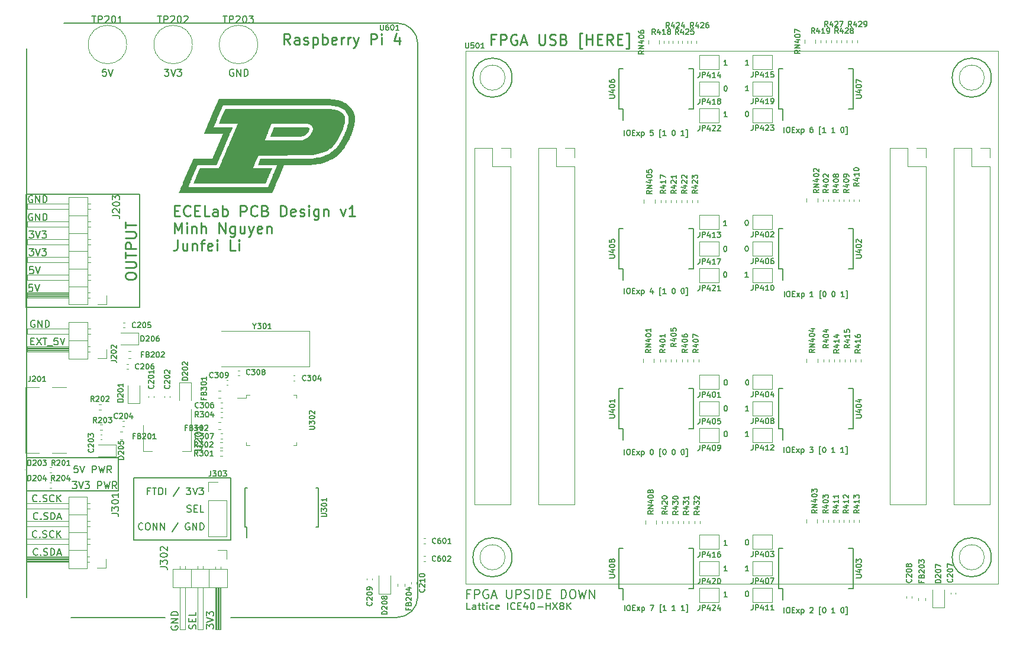
<source format=gbr>
%TF.GenerationSoftware,KiCad,Pcbnew,(6.0.7)*%
%TF.CreationDate,2023-05-23T08:38:14-04:00*%
%TF.ProjectId,ECELab_v1,4543454c-6162-45f7-9631-2e6b69636164,rev?*%
%TF.SameCoordinates,Original*%
%TF.FileFunction,Legend,Top*%
%TF.FilePolarity,Positive*%
%FSLAX46Y46*%
G04 Gerber Fmt 4.6, Leading zero omitted, Abs format (unit mm)*
G04 Created by KiCad (PCBNEW (6.0.7)) date 2023-05-23 08:38:14*
%MOMM*%
%LPD*%
G01*
G04 APERTURE LIST*
%ADD10C,0.150000*%
%ADD11C,0.127000*%
%ADD12C,0.254000*%
%ADD13C,0.120000*%
%ADD14C,0.100000*%
G04 APERTURE END LIST*
D10*
X105460800Y-88696800D02*
X121666000Y-88696800D01*
X121666000Y-88696800D02*
X121666000Y-104902000D01*
X121666000Y-104902000D02*
X105460800Y-104902000D01*
X105460800Y-104902000D02*
X105460800Y-88696800D01*
X120827800Y-129311400D02*
X134772400Y-129311400D01*
X134772400Y-129311400D02*
X134772400Y-138150600D01*
X134772400Y-138150600D02*
X120827800Y-138150600D01*
X120827800Y-138150600D02*
X120827800Y-129311400D01*
X105486200Y-126365000D02*
X118643400Y-126365000D01*
X118643400Y-126365000D02*
X118643400Y-131140200D01*
X118643400Y-131140200D02*
X105486200Y-131140200D01*
X105486200Y-131140200D02*
X105486200Y-126365000D01*
X112074723Y-129805180D02*
X112693771Y-129805180D01*
X112360438Y-130186133D01*
X112503295Y-130186133D01*
X112598533Y-130233752D01*
X112646152Y-130281371D01*
X112693771Y-130376609D01*
X112693771Y-130614704D01*
X112646152Y-130709942D01*
X112598533Y-130757561D01*
X112503295Y-130805180D01*
X112217580Y-130805180D01*
X112122342Y-130757561D01*
X112074723Y-130709942D01*
X112979485Y-129805180D02*
X113312819Y-130805180D01*
X113646152Y-129805180D01*
X113884247Y-129805180D02*
X114503295Y-129805180D01*
X114169961Y-130186133D01*
X114312819Y-130186133D01*
X114408057Y-130233752D01*
X114455676Y-130281371D01*
X114503295Y-130376609D01*
X114503295Y-130614704D01*
X114455676Y-130709942D01*
X114408057Y-130757561D01*
X114312819Y-130805180D01*
X114027104Y-130805180D01*
X113931866Y-130757561D01*
X113884247Y-130709942D01*
X115693771Y-130805180D02*
X115693771Y-129805180D01*
X116074723Y-129805180D01*
X116169961Y-129852800D01*
X116217580Y-129900419D01*
X116265200Y-129995657D01*
X116265200Y-130138514D01*
X116217580Y-130233752D01*
X116169961Y-130281371D01*
X116074723Y-130328990D01*
X115693771Y-130328990D01*
X116598533Y-129805180D02*
X116836628Y-130805180D01*
X117027104Y-130090895D01*
X117217580Y-130805180D01*
X117455676Y-129805180D01*
X118408057Y-130805180D02*
X118074723Y-130328990D01*
X117836628Y-130805180D02*
X117836628Y-129805180D01*
X118217580Y-129805180D01*
X118312819Y-129852800D01*
X118360438Y-129900419D01*
X118408057Y-129995657D01*
X118408057Y-130138514D01*
X118360438Y-130233752D01*
X118312819Y-130281371D01*
X118217580Y-130328990D01*
X117836628Y-130328990D01*
X116903523Y-70826380D02*
X116427333Y-70826380D01*
X116379714Y-71302571D01*
X116427333Y-71254952D01*
X116522571Y-71207333D01*
X116760666Y-71207333D01*
X116855904Y-71254952D01*
X116903523Y-71302571D01*
X116951142Y-71397809D01*
X116951142Y-71635904D01*
X116903523Y-71731142D01*
X116855904Y-71778761D01*
X116760666Y-71826380D01*
X116522571Y-71826380D01*
X116427333Y-71778761D01*
X116379714Y-71731142D01*
X117236857Y-70826380D02*
X117570190Y-71826380D01*
X117903523Y-70826380D01*
D11*
X208573914Y-138116854D02*
X208646485Y-138116854D01*
X208719057Y-138153140D01*
X208755342Y-138189425D01*
X208791628Y-138261997D01*
X208827914Y-138407140D01*
X208827914Y-138588568D01*
X208791628Y-138733711D01*
X208755342Y-138806282D01*
X208719057Y-138842568D01*
X208646485Y-138878854D01*
X208573914Y-138878854D01*
X208501342Y-138842568D01*
X208465057Y-138806282D01*
X208428771Y-138733711D01*
X208392485Y-138588568D01*
X208392485Y-138407140D01*
X208428771Y-138261997D01*
X208465057Y-138189425D01*
X208501342Y-138153140D01*
X208573914Y-138116854D01*
X208827914Y-142559314D02*
X208392485Y-142559314D01*
X208610200Y-142559314D02*
X208610200Y-141797314D01*
X208537628Y-141906171D01*
X208465057Y-141978742D01*
X208392485Y-142015028D01*
X208573914Y-145477774D02*
X208646485Y-145477774D01*
X208719057Y-145514060D01*
X208755342Y-145550345D01*
X208791628Y-145622917D01*
X208827914Y-145768060D01*
X208827914Y-145949488D01*
X208791628Y-146094631D01*
X208755342Y-146167202D01*
X208719057Y-146203488D01*
X208646485Y-146239774D01*
X208573914Y-146239774D01*
X208501342Y-146203488D01*
X208465057Y-146167202D01*
X208428771Y-146094631D01*
X208392485Y-145949488D01*
X208392485Y-145768060D01*
X208428771Y-145622917D01*
X208465057Y-145550345D01*
X208501342Y-145514060D01*
X208573914Y-145477774D01*
D10*
X107099266Y-140260342D02*
X107051647Y-140307961D01*
X106908790Y-140355580D01*
X106813552Y-140355580D01*
X106670695Y-140307961D01*
X106575457Y-140212723D01*
X106527838Y-140117485D01*
X106480219Y-139927009D01*
X106480219Y-139784152D01*
X106527838Y-139593676D01*
X106575457Y-139498438D01*
X106670695Y-139403200D01*
X106813552Y-139355580D01*
X106908790Y-139355580D01*
X107051647Y-139403200D01*
X107099266Y-139450819D01*
X107527838Y-140260342D02*
X107575457Y-140307961D01*
X107527838Y-140355580D01*
X107480219Y-140307961D01*
X107527838Y-140260342D01*
X107527838Y-140355580D01*
X107956409Y-140307961D02*
X108099266Y-140355580D01*
X108337361Y-140355580D01*
X108432600Y-140307961D01*
X108480219Y-140260342D01*
X108527838Y-140165104D01*
X108527838Y-140069866D01*
X108480219Y-139974628D01*
X108432600Y-139927009D01*
X108337361Y-139879390D01*
X108146885Y-139831771D01*
X108051647Y-139784152D01*
X108004028Y-139736533D01*
X107956409Y-139641295D01*
X107956409Y-139546057D01*
X108004028Y-139450819D01*
X108051647Y-139403200D01*
X108146885Y-139355580D01*
X108384980Y-139355580D01*
X108527838Y-139403200D01*
X108956409Y-140355580D02*
X108956409Y-139355580D01*
X109194504Y-139355580D01*
X109337361Y-139403200D01*
X109432600Y-139498438D01*
X109480219Y-139593676D01*
X109527838Y-139784152D01*
X109527838Y-139927009D01*
X109480219Y-140117485D01*
X109432600Y-140212723D01*
X109337361Y-140307961D01*
X109194504Y-140355580D01*
X108956409Y-140355580D01*
X109908790Y-140069866D02*
X110384980Y-140069866D01*
X109813552Y-140355580D02*
X110146885Y-139355580D01*
X110480219Y-140355580D01*
X129716161Y-150850457D02*
X129763780Y-150707600D01*
X129763780Y-150469504D01*
X129716161Y-150374266D01*
X129668542Y-150326647D01*
X129573304Y-150279028D01*
X129478066Y-150279028D01*
X129382828Y-150326647D01*
X129335209Y-150374266D01*
X129287590Y-150469504D01*
X129239971Y-150659980D01*
X129192352Y-150755219D01*
X129144733Y-150802838D01*
X129049495Y-150850457D01*
X128954257Y-150850457D01*
X128859019Y-150802838D01*
X128811400Y-150755219D01*
X128763780Y-150659980D01*
X128763780Y-150421885D01*
X128811400Y-150279028D01*
X129239971Y-149850457D02*
X129239971Y-149517123D01*
X129763780Y-149374266D02*
X129763780Y-149850457D01*
X128763780Y-149850457D01*
X128763780Y-149374266D01*
X129763780Y-148469504D02*
X129763780Y-148945695D01*
X128763780Y-148945695D01*
X105899104Y-96480380D02*
X106518152Y-96480380D01*
X106184819Y-96861333D01*
X106327676Y-96861333D01*
X106422914Y-96908952D01*
X106470533Y-96956571D01*
X106518152Y-97051809D01*
X106518152Y-97289904D01*
X106470533Y-97385142D01*
X106422914Y-97432761D01*
X106327676Y-97480380D01*
X106041961Y-97480380D01*
X105946723Y-97432761D01*
X105899104Y-97385142D01*
X106803866Y-96480380D02*
X107137200Y-97480380D01*
X107470533Y-96480380D01*
X107708628Y-96480380D02*
X108327676Y-96480380D01*
X107994342Y-96861333D01*
X108137200Y-96861333D01*
X108232438Y-96908952D01*
X108280057Y-96956571D01*
X108327676Y-97051809D01*
X108327676Y-97289904D01*
X108280057Y-97385142D01*
X108232438Y-97432761D01*
X108137200Y-97480380D01*
X107851485Y-97480380D01*
X107756247Y-97432761D01*
X107708628Y-97385142D01*
D12*
X126689757Y-91061902D02*
X127197757Y-91061902D01*
X127415471Y-91860188D02*
X126689757Y-91860188D01*
X126689757Y-90336188D01*
X127415471Y-90336188D01*
X128939471Y-91715045D02*
X128866900Y-91787617D01*
X128649185Y-91860188D01*
X128504042Y-91860188D01*
X128286328Y-91787617D01*
X128141185Y-91642474D01*
X128068614Y-91497331D01*
X127996042Y-91207045D01*
X127996042Y-90989331D01*
X128068614Y-90699045D01*
X128141185Y-90553902D01*
X128286328Y-90408760D01*
X128504042Y-90336188D01*
X128649185Y-90336188D01*
X128866900Y-90408760D01*
X128939471Y-90481331D01*
X129592614Y-91061902D02*
X130100614Y-91061902D01*
X130318328Y-91860188D02*
X129592614Y-91860188D01*
X129592614Y-90336188D01*
X130318328Y-90336188D01*
X131697185Y-91860188D02*
X130971471Y-91860188D01*
X130971471Y-90336188D01*
X132858328Y-91860188D02*
X132858328Y-91061902D01*
X132785757Y-90916760D01*
X132640614Y-90844188D01*
X132350328Y-90844188D01*
X132205185Y-90916760D01*
X132858328Y-91787617D02*
X132713185Y-91860188D01*
X132350328Y-91860188D01*
X132205185Y-91787617D01*
X132132614Y-91642474D01*
X132132614Y-91497331D01*
X132205185Y-91352188D01*
X132350328Y-91279617D01*
X132713185Y-91279617D01*
X132858328Y-91207045D01*
X133584042Y-91860188D02*
X133584042Y-90336188D01*
X133584042Y-90916760D02*
X133729185Y-90844188D01*
X134019471Y-90844188D01*
X134164614Y-90916760D01*
X134237185Y-90989331D01*
X134309757Y-91134474D01*
X134309757Y-91569902D01*
X134237185Y-91715045D01*
X134164614Y-91787617D01*
X134019471Y-91860188D01*
X133729185Y-91860188D01*
X133584042Y-91787617D01*
X136124042Y-91860188D02*
X136124042Y-90336188D01*
X136704614Y-90336188D01*
X136849757Y-90408760D01*
X136922328Y-90481331D01*
X136994900Y-90626474D01*
X136994900Y-90844188D01*
X136922328Y-90989331D01*
X136849757Y-91061902D01*
X136704614Y-91134474D01*
X136124042Y-91134474D01*
X138518900Y-91715045D02*
X138446328Y-91787617D01*
X138228614Y-91860188D01*
X138083471Y-91860188D01*
X137865757Y-91787617D01*
X137720614Y-91642474D01*
X137648042Y-91497331D01*
X137575471Y-91207045D01*
X137575471Y-90989331D01*
X137648042Y-90699045D01*
X137720614Y-90553902D01*
X137865757Y-90408760D01*
X138083471Y-90336188D01*
X138228614Y-90336188D01*
X138446328Y-90408760D01*
X138518900Y-90481331D01*
X139680042Y-91061902D02*
X139897757Y-91134474D01*
X139970328Y-91207045D01*
X140042900Y-91352188D01*
X140042900Y-91569902D01*
X139970328Y-91715045D01*
X139897757Y-91787617D01*
X139752614Y-91860188D01*
X139172042Y-91860188D01*
X139172042Y-90336188D01*
X139680042Y-90336188D01*
X139825185Y-90408760D01*
X139897757Y-90481331D01*
X139970328Y-90626474D01*
X139970328Y-90771617D01*
X139897757Y-90916760D01*
X139825185Y-90989331D01*
X139680042Y-91061902D01*
X139172042Y-91061902D01*
X141857185Y-91860188D02*
X141857185Y-90336188D01*
X142220042Y-90336188D01*
X142437757Y-90408760D01*
X142582900Y-90553902D01*
X142655471Y-90699045D01*
X142728042Y-90989331D01*
X142728042Y-91207045D01*
X142655471Y-91497331D01*
X142582900Y-91642474D01*
X142437757Y-91787617D01*
X142220042Y-91860188D01*
X141857185Y-91860188D01*
X143961757Y-91787617D02*
X143816614Y-91860188D01*
X143526328Y-91860188D01*
X143381185Y-91787617D01*
X143308614Y-91642474D01*
X143308614Y-91061902D01*
X143381185Y-90916760D01*
X143526328Y-90844188D01*
X143816614Y-90844188D01*
X143961757Y-90916760D01*
X144034328Y-91061902D01*
X144034328Y-91207045D01*
X143308614Y-91352188D01*
X144614900Y-91787617D02*
X144760042Y-91860188D01*
X145050328Y-91860188D01*
X145195471Y-91787617D01*
X145268042Y-91642474D01*
X145268042Y-91569902D01*
X145195471Y-91424760D01*
X145050328Y-91352188D01*
X144832614Y-91352188D01*
X144687471Y-91279617D01*
X144614900Y-91134474D01*
X144614900Y-91061902D01*
X144687471Y-90916760D01*
X144832614Y-90844188D01*
X145050328Y-90844188D01*
X145195471Y-90916760D01*
X145921185Y-91860188D02*
X145921185Y-90844188D01*
X145921185Y-90336188D02*
X145848614Y-90408760D01*
X145921185Y-90481331D01*
X145993757Y-90408760D01*
X145921185Y-90336188D01*
X145921185Y-90481331D01*
X147300042Y-90844188D02*
X147300042Y-92077902D01*
X147227471Y-92223045D01*
X147154900Y-92295617D01*
X147009757Y-92368188D01*
X146792042Y-92368188D01*
X146646900Y-92295617D01*
X147300042Y-91787617D02*
X147154900Y-91860188D01*
X146864614Y-91860188D01*
X146719471Y-91787617D01*
X146646900Y-91715045D01*
X146574328Y-91569902D01*
X146574328Y-91134474D01*
X146646900Y-90989331D01*
X146719471Y-90916760D01*
X146864614Y-90844188D01*
X147154900Y-90844188D01*
X147300042Y-90916760D01*
X148025757Y-90844188D02*
X148025757Y-91860188D01*
X148025757Y-90989331D02*
X148098328Y-90916760D01*
X148243471Y-90844188D01*
X148461185Y-90844188D01*
X148606328Y-90916760D01*
X148678900Y-91061902D01*
X148678900Y-91860188D01*
X150420614Y-90844188D02*
X150783471Y-91860188D01*
X151146328Y-90844188D01*
X152525185Y-91860188D02*
X151654328Y-91860188D01*
X152089757Y-91860188D02*
X152089757Y-90336188D01*
X151944614Y-90553902D01*
X151799471Y-90699045D01*
X151654328Y-90771617D01*
X126689757Y-94313828D02*
X126689757Y-92789828D01*
X127197757Y-93878400D01*
X127705757Y-92789828D01*
X127705757Y-94313828D01*
X128431471Y-94313828D02*
X128431471Y-93297828D01*
X128431471Y-92789828D02*
X128358900Y-92862400D01*
X128431471Y-92934971D01*
X128504042Y-92862400D01*
X128431471Y-92789828D01*
X128431471Y-92934971D01*
X129157185Y-93297828D02*
X129157185Y-94313828D01*
X129157185Y-93442971D02*
X129229757Y-93370400D01*
X129374900Y-93297828D01*
X129592614Y-93297828D01*
X129737757Y-93370400D01*
X129810328Y-93515542D01*
X129810328Y-94313828D01*
X130536042Y-94313828D02*
X130536042Y-92789828D01*
X131189185Y-94313828D02*
X131189185Y-93515542D01*
X131116614Y-93370400D01*
X130971471Y-93297828D01*
X130753757Y-93297828D01*
X130608614Y-93370400D01*
X130536042Y-93442971D01*
X133076042Y-94313828D02*
X133076042Y-92789828D01*
X133946900Y-94313828D01*
X133946900Y-92789828D01*
X135325757Y-93297828D02*
X135325757Y-94531542D01*
X135253185Y-94676685D01*
X135180614Y-94749257D01*
X135035471Y-94821828D01*
X134817757Y-94821828D01*
X134672614Y-94749257D01*
X135325757Y-94241257D02*
X135180614Y-94313828D01*
X134890328Y-94313828D01*
X134745185Y-94241257D01*
X134672614Y-94168685D01*
X134600042Y-94023542D01*
X134600042Y-93588114D01*
X134672614Y-93442971D01*
X134745185Y-93370400D01*
X134890328Y-93297828D01*
X135180614Y-93297828D01*
X135325757Y-93370400D01*
X136704614Y-93297828D02*
X136704614Y-94313828D01*
X136051471Y-93297828D02*
X136051471Y-94096114D01*
X136124042Y-94241257D01*
X136269185Y-94313828D01*
X136486900Y-94313828D01*
X136632042Y-94241257D01*
X136704614Y-94168685D01*
X137285185Y-93297828D02*
X137648042Y-94313828D01*
X138010900Y-93297828D02*
X137648042Y-94313828D01*
X137502900Y-94676685D01*
X137430328Y-94749257D01*
X137285185Y-94821828D01*
X139172042Y-94241257D02*
X139026900Y-94313828D01*
X138736614Y-94313828D01*
X138591471Y-94241257D01*
X138518900Y-94096114D01*
X138518900Y-93515542D01*
X138591471Y-93370400D01*
X138736614Y-93297828D01*
X139026900Y-93297828D01*
X139172042Y-93370400D01*
X139244614Y-93515542D01*
X139244614Y-93660685D01*
X138518900Y-93805828D01*
X139897757Y-93297828D02*
X139897757Y-94313828D01*
X139897757Y-93442971D02*
X139970328Y-93370400D01*
X140115471Y-93297828D01*
X140333185Y-93297828D01*
X140478328Y-93370400D01*
X140550900Y-93515542D01*
X140550900Y-94313828D01*
X127125185Y-95243468D02*
X127125185Y-96332040D01*
X127052614Y-96549754D01*
X126907471Y-96694897D01*
X126689757Y-96767468D01*
X126544614Y-96767468D01*
X128504042Y-95751468D02*
X128504042Y-96767468D01*
X127850900Y-95751468D02*
X127850900Y-96549754D01*
X127923471Y-96694897D01*
X128068614Y-96767468D01*
X128286328Y-96767468D01*
X128431471Y-96694897D01*
X128504042Y-96622325D01*
X129229757Y-95751468D02*
X129229757Y-96767468D01*
X129229757Y-95896611D02*
X129302328Y-95824040D01*
X129447471Y-95751468D01*
X129665185Y-95751468D01*
X129810328Y-95824040D01*
X129882900Y-95969182D01*
X129882900Y-96767468D01*
X130390900Y-95751468D02*
X130971471Y-95751468D01*
X130608614Y-96767468D02*
X130608614Y-95461182D01*
X130681185Y-95316040D01*
X130826328Y-95243468D01*
X130971471Y-95243468D01*
X132060042Y-96694897D02*
X131914900Y-96767468D01*
X131624614Y-96767468D01*
X131479471Y-96694897D01*
X131406900Y-96549754D01*
X131406900Y-95969182D01*
X131479471Y-95824040D01*
X131624614Y-95751468D01*
X131914900Y-95751468D01*
X132060042Y-95824040D01*
X132132614Y-95969182D01*
X132132614Y-96114325D01*
X131406900Y-96259468D01*
X132785757Y-96767468D02*
X132785757Y-95751468D01*
X132785757Y-95243468D02*
X132713185Y-95316040D01*
X132785757Y-95388611D01*
X132858328Y-95316040D01*
X132785757Y-95243468D01*
X132785757Y-95388611D01*
X135398328Y-96767468D02*
X134672614Y-96767468D01*
X134672614Y-95243468D01*
X135906328Y-96767468D02*
X135906328Y-95751468D01*
X135906328Y-95243468D02*
X135833757Y-95316040D01*
X135906328Y-95388611D01*
X135978900Y-95316040D01*
X135906328Y-95243468D01*
X135906328Y-95388611D01*
D10*
X135128095Y-70874000D02*
X135032857Y-70826380D01*
X134890000Y-70826380D01*
X134747142Y-70874000D01*
X134651904Y-70969238D01*
X134604285Y-71064476D01*
X134556666Y-71254952D01*
X134556666Y-71397809D01*
X134604285Y-71588285D01*
X134651904Y-71683523D01*
X134747142Y-71778761D01*
X134890000Y-71826380D01*
X134985238Y-71826380D01*
X135128095Y-71778761D01*
X135175714Y-71731142D01*
X135175714Y-71397809D01*
X134985238Y-71397809D01*
X135604285Y-71826380D02*
X135604285Y-70826380D01*
X136175714Y-71826380D01*
X136175714Y-70826380D01*
X136651904Y-71826380D02*
X136651904Y-70826380D01*
X136890000Y-70826380D01*
X137032857Y-70874000D01*
X137128095Y-70969238D01*
X137175714Y-71064476D01*
X137223333Y-71254952D01*
X137223333Y-71397809D01*
X137175714Y-71588285D01*
X137128095Y-71683523D01*
X137032857Y-71778761D01*
X136890000Y-71826380D01*
X136651904Y-71826380D01*
D11*
X205754514Y-138904254D02*
X205319085Y-138904254D01*
X205536800Y-138904254D02*
X205536800Y-138142254D01*
X205464228Y-138251111D01*
X205391657Y-138323682D01*
X205319085Y-138359968D01*
X205754514Y-142584714D02*
X205319085Y-142584714D01*
X205536800Y-142584714D02*
X205536800Y-141822714D01*
X205464228Y-141931571D01*
X205391657Y-142004142D01*
X205319085Y-142040428D01*
X205754514Y-146265174D02*
X205319085Y-146265174D01*
X205536800Y-146265174D02*
X205536800Y-145503174D01*
X205464228Y-145612031D01*
X205391657Y-145684602D01*
X205319085Y-145720888D01*
D10*
X105899104Y-93965780D02*
X106518152Y-93965780D01*
X106184819Y-94346733D01*
X106327676Y-94346733D01*
X106422914Y-94394352D01*
X106470533Y-94441971D01*
X106518152Y-94537209D01*
X106518152Y-94775304D01*
X106470533Y-94870542D01*
X106422914Y-94918161D01*
X106327676Y-94965780D01*
X106041961Y-94965780D01*
X105946723Y-94918161D01*
X105899104Y-94870542D01*
X106803866Y-93965780D02*
X107137200Y-94965780D01*
X107470533Y-93965780D01*
X107708628Y-93965780D02*
X108327676Y-93965780D01*
X107994342Y-94346733D01*
X108137200Y-94346733D01*
X108232438Y-94394352D01*
X108280057Y-94441971D01*
X108327676Y-94537209D01*
X108327676Y-94775304D01*
X108280057Y-94870542D01*
X108232438Y-94918161D01*
X108137200Y-94965780D01*
X107851485Y-94965780D01*
X107756247Y-94918161D01*
X107708628Y-94870542D01*
D11*
X213922428Y-125642914D02*
X213922428Y-124880914D01*
X214430428Y-124880914D02*
X214575571Y-124880914D01*
X214648142Y-124917200D01*
X214720714Y-124989771D01*
X214757000Y-125134914D01*
X214757000Y-125388914D01*
X214720714Y-125534057D01*
X214648142Y-125606628D01*
X214575571Y-125642914D01*
X214430428Y-125642914D01*
X214357857Y-125606628D01*
X214285285Y-125534057D01*
X214249000Y-125388914D01*
X214249000Y-125134914D01*
X214285285Y-124989771D01*
X214357857Y-124917200D01*
X214430428Y-124880914D01*
X215083571Y-125243771D02*
X215337571Y-125243771D01*
X215446428Y-125642914D02*
X215083571Y-125642914D01*
X215083571Y-124880914D01*
X215446428Y-124880914D01*
X215700428Y-125642914D02*
X216099571Y-125134914D01*
X215700428Y-125134914D02*
X216099571Y-125642914D01*
X216389857Y-125134914D02*
X216389857Y-125896914D01*
X216389857Y-125171200D02*
X216462428Y-125134914D01*
X216607571Y-125134914D01*
X216680142Y-125171200D01*
X216716428Y-125207485D01*
X216752714Y-125280057D01*
X216752714Y-125497771D01*
X216716428Y-125570342D01*
X216680142Y-125606628D01*
X216607571Y-125642914D01*
X216462428Y-125642914D01*
X216389857Y-125606628D01*
X217587285Y-124880914D02*
X218059000Y-124880914D01*
X217805000Y-125171200D01*
X217913857Y-125171200D01*
X217986428Y-125207485D01*
X218022714Y-125243771D01*
X218059000Y-125316342D01*
X218059000Y-125497771D01*
X218022714Y-125570342D01*
X217986428Y-125606628D01*
X217913857Y-125642914D01*
X217696142Y-125642914D01*
X217623571Y-125606628D01*
X217587285Y-125570342D01*
X219183857Y-125896914D02*
X219002428Y-125896914D01*
X219002428Y-124808342D01*
X219183857Y-124808342D01*
X219619285Y-124880914D02*
X219691857Y-124880914D01*
X219764428Y-124917200D01*
X219800714Y-124953485D01*
X219837000Y-125026057D01*
X219873285Y-125171200D01*
X219873285Y-125352628D01*
X219837000Y-125497771D01*
X219800714Y-125570342D01*
X219764428Y-125606628D01*
X219691857Y-125642914D01*
X219619285Y-125642914D01*
X219546714Y-125606628D01*
X219510428Y-125570342D01*
X219474142Y-125497771D01*
X219437857Y-125352628D01*
X219437857Y-125171200D01*
X219474142Y-125026057D01*
X219510428Y-124953485D01*
X219546714Y-124917200D01*
X219619285Y-124880914D01*
X221179571Y-125642914D02*
X220744142Y-125642914D01*
X220961857Y-125642914D02*
X220961857Y-124880914D01*
X220889285Y-124989771D01*
X220816714Y-125062342D01*
X220744142Y-125098628D01*
X222485857Y-125642914D02*
X222050428Y-125642914D01*
X222268142Y-125642914D02*
X222268142Y-124880914D01*
X222195571Y-124989771D01*
X222123000Y-125062342D01*
X222050428Y-125098628D01*
X222739857Y-125896914D02*
X222921285Y-125896914D01*
X222921285Y-124808342D01*
X222739857Y-124808342D01*
X208827914Y-70248054D02*
X208392485Y-70248054D01*
X208610200Y-70248054D02*
X208610200Y-69486054D01*
X208537628Y-69594911D01*
X208465057Y-69667482D01*
X208392485Y-69703768D01*
X208827914Y-73928514D02*
X208392485Y-73928514D01*
X208610200Y-73928514D02*
X208610200Y-73166514D01*
X208537628Y-73275371D01*
X208465057Y-73347942D01*
X208392485Y-73384228D01*
X208573914Y-76846974D02*
X208646485Y-76846974D01*
X208719057Y-76883260D01*
X208755342Y-76919545D01*
X208791628Y-76992117D01*
X208827914Y-77137260D01*
X208827914Y-77318688D01*
X208791628Y-77463831D01*
X208755342Y-77536402D01*
X208719057Y-77572688D01*
X208646485Y-77608974D01*
X208573914Y-77608974D01*
X208501342Y-77572688D01*
X208465057Y-77536402D01*
X208428771Y-77463831D01*
X208392485Y-77318688D01*
X208392485Y-77137260D01*
X208428771Y-76992117D01*
X208465057Y-76919545D01*
X208501342Y-76883260D01*
X208573914Y-76846974D01*
X208523114Y-92422254D02*
X208595685Y-92422254D01*
X208668257Y-92458540D01*
X208704542Y-92494825D01*
X208740828Y-92567397D01*
X208777114Y-92712540D01*
X208777114Y-92893968D01*
X208740828Y-93039111D01*
X208704542Y-93111682D01*
X208668257Y-93147968D01*
X208595685Y-93184254D01*
X208523114Y-93184254D01*
X208450542Y-93147968D01*
X208414257Y-93111682D01*
X208377971Y-93039111D01*
X208341685Y-92893968D01*
X208341685Y-92712540D01*
X208377971Y-92567397D01*
X208414257Y-92494825D01*
X208450542Y-92458540D01*
X208523114Y-92422254D01*
X208523114Y-96102714D02*
X208595685Y-96102714D01*
X208668257Y-96139000D01*
X208704542Y-96175285D01*
X208740828Y-96247857D01*
X208777114Y-96393000D01*
X208777114Y-96574428D01*
X208740828Y-96719571D01*
X208704542Y-96792142D01*
X208668257Y-96828428D01*
X208595685Y-96864714D01*
X208523114Y-96864714D01*
X208450542Y-96828428D01*
X208414257Y-96792142D01*
X208377971Y-96719571D01*
X208341685Y-96574428D01*
X208341685Y-96393000D01*
X208377971Y-96247857D01*
X208414257Y-96175285D01*
X208450542Y-96139000D01*
X208523114Y-96102714D01*
X208777114Y-100545174D02*
X208341685Y-100545174D01*
X208559400Y-100545174D02*
X208559400Y-99783174D01*
X208486828Y-99892031D01*
X208414257Y-99964602D01*
X208341685Y-100000888D01*
X213922428Y-79872114D02*
X213922428Y-79110114D01*
X214430428Y-79110114D02*
X214575571Y-79110114D01*
X214648142Y-79146400D01*
X214720714Y-79218971D01*
X214757000Y-79364114D01*
X214757000Y-79618114D01*
X214720714Y-79763257D01*
X214648142Y-79835828D01*
X214575571Y-79872114D01*
X214430428Y-79872114D01*
X214357857Y-79835828D01*
X214285285Y-79763257D01*
X214249000Y-79618114D01*
X214249000Y-79364114D01*
X214285285Y-79218971D01*
X214357857Y-79146400D01*
X214430428Y-79110114D01*
X215083571Y-79472971D02*
X215337571Y-79472971D01*
X215446428Y-79872114D02*
X215083571Y-79872114D01*
X215083571Y-79110114D01*
X215446428Y-79110114D01*
X215700428Y-79872114D02*
X216099571Y-79364114D01*
X215700428Y-79364114D02*
X216099571Y-79872114D01*
X216389857Y-79364114D02*
X216389857Y-80126114D01*
X216389857Y-79400400D02*
X216462428Y-79364114D01*
X216607571Y-79364114D01*
X216680142Y-79400400D01*
X216716428Y-79436685D01*
X216752714Y-79509257D01*
X216752714Y-79726971D01*
X216716428Y-79799542D01*
X216680142Y-79835828D01*
X216607571Y-79872114D01*
X216462428Y-79872114D01*
X216389857Y-79835828D01*
X217986428Y-79110114D02*
X217841285Y-79110114D01*
X217768714Y-79146400D01*
X217732428Y-79182685D01*
X217659857Y-79291542D01*
X217623571Y-79436685D01*
X217623571Y-79726971D01*
X217659857Y-79799542D01*
X217696142Y-79835828D01*
X217768714Y-79872114D01*
X217913857Y-79872114D01*
X217986428Y-79835828D01*
X218022714Y-79799542D01*
X218059000Y-79726971D01*
X218059000Y-79545542D01*
X218022714Y-79472971D01*
X217986428Y-79436685D01*
X217913857Y-79400400D01*
X217768714Y-79400400D01*
X217696142Y-79436685D01*
X217659857Y-79472971D01*
X217623571Y-79545542D01*
X219183857Y-80126114D02*
X219002428Y-80126114D01*
X219002428Y-79037542D01*
X219183857Y-79037542D01*
X219873285Y-79872114D02*
X219437857Y-79872114D01*
X219655571Y-79872114D02*
X219655571Y-79110114D01*
X219583000Y-79218971D01*
X219510428Y-79291542D01*
X219437857Y-79327828D01*
X221179571Y-79872114D02*
X220744142Y-79872114D01*
X220961857Y-79872114D02*
X220961857Y-79110114D01*
X220889285Y-79218971D01*
X220816714Y-79291542D01*
X220744142Y-79327828D01*
X222231857Y-79110114D02*
X222304428Y-79110114D01*
X222377000Y-79146400D01*
X222413285Y-79182685D01*
X222449571Y-79255257D01*
X222485857Y-79400400D01*
X222485857Y-79581828D01*
X222449571Y-79726971D01*
X222413285Y-79799542D01*
X222377000Y-79835828D01*
X222304428Y-79872114D01*
X222231857Y-79872114D01*
X222159285Y-79835828D01*
X222123000Y-79799542D01*
X222086714Y-79726971D01*
X222050428Y-79581828D01*
X222050428Y-79400400D01*
X222086714Y-79255257D01*
X222123000Y-79182685D01*
X222159285Y-79146400D01*
X222231857Y-79110114D01*
X222739857Y-80126114D02*
X222921285Y-80126114D01*
X222921285Y-79037542D01*
X222739857Y-79037542D01*
D10*
X107124666Y-135129542D02*
X107077047Y-135177161D01*
X106934190Y-135224780D01*
X106838952Y-135224780D01*
X106696095Y-135177161D01*
X106600857Y-135081923D01*
X106553238Y-134986685D01*
X106505619Y-134796209D01*
X106505619Y-134653352D01*
X106553238Y-134462876D01*
X106600857Y-134367638D01*
X106696095Y-134272400D01*
X106838952Y-134224780D01*
X106934190Y-134224780D01*
X107077047Y-134272400D01*
X107124666Y-134320019D01*
X107553238Y-135129542D02*
X107600857Y-135177161D01*
X107553238Y-135224780D01*
X107505619Y-135177161D01*
X107553238Y-135129542D01*
X107553238Y-135224780D01*
X107981809Y-135177161D02*
X108124666Y-135224780D01*
X108362761Y-135224780D01*
X108458000Y-135177161D01*
X108505619Y-135129542D01*
X108553238Y-135034304D01*
X108553238Y-134939066D01*
X108505619Y-134843828D01*
X108458000Y-134796209D01*
X108362761Y-134748590D01*
X108172285Y-134700971D01*
X108077047Y-134653352D01*
X108029428Y-134605733D01*
X107981809Y-134510495D01*
X107981809Y-134415257D01*
X108029428Y-134320019D01*
X108077047Y-134272400D01*
X108172285Y-134224780D01*
X108410380Y-134224780D01*
X108553238Y-134272400D01*
X108981809Y-135224780D02*
X108981809Y-134224780D01*
X109219904Y-134224780D01*
X109362761Y-134272400D01*
X109458000Y-134367638D01*
X109505619Y-134462876D01*
X109553238Y-134653352D01*
X109553238Y-134796209D01*
X109505619Y-134986685D01*
X109458000Y-135081923D01*
X109362761Y-135177161D01*
X109219904Y-135224780D01*
X108981809Y-135224780D01*
X109934190Y-134939066D02*
X110410380Y-134939066D01*
X109838952Y-135224780D02*
X110172285Y-134224780D01*
X110505619Y-135224780D01*
X107002438Y-132589542D02*
X106954819Y-132637161D01*
X106811961Y-132684780D01*
X106716723Y-132684780D01*
X106573866Y-132637161D01*
X106478628Y-132541923D01*
X106431009Y-132446685D01*
X106383390Y-132256209D01*
X106383390Y-132113352D01*
X106431009Y-131922876D01*
X106478628Y-131827638D01*
X106573866Y-131732400D01*
X106716723Y-131684780D01*
X106811961Y-131684780D01*
X106954819Y-131732400D01*
X107002438Y-131780019D01*
X107431009Y-132589542D02*
X107478628Y-132637161D01*
X107431009Y-132684780D01*
X107383390Y-132637161D01*
X107431009Y-132589542D01*
X107431009Y-132684780D01*
X107859580Y-132637161D02*
X108002438Y-132684780D01*
X108240533Y-132684780D01*
X108335771Y-132637161D01*
X108383390Y-132589542D01*
X108431009Y-132494304D01*
X108431009Y-132399066D01*
X108383390Y-132303828D01*
X108335771Y-132256209D01*
X108240533Y-132208590D01*
X108050057Y-132160971D01*
X107954819Y-132113352D01*
X107907200Y-132065733D01*
X107859580Y-131970495D01*
X107859580Y-131875257D01*
X107907200Y-131780019D01*
X107954819Y-131732400D01*
X108050057Y-131684780D01*
X108288152Y-131684780D01*
X108431009Y-131732400D01*
X109431009Y-132589542D02*
X109383390Y-132637161D01*
X109240533Y-132684780D01*
X109145295Y-132684780D01*
X109002438Y-132637161D01*
X108907200Y-132541923D01*
X108859580Y-132446685D01*
X108811961Y-132256209D01*
X108811961Y-132113352D01*
X108859580Y-131922876D01*
X108907200Y-131827638D01*
X109002438Y-131732400D01*
X109145295Y-131684780D01*
X109240533Y-131684780D01*
X109383390Y-131732400D01*
X109431009Y-131780019D01*
X109859580Y-132684780D02*
X109859580Y-131684780D01*
X110431009Y-132684780D02*
X110002438Y-132113352D01*
X110431009Y-131684780D02*
X109859580Y-132256209D01*
D11*
X191062428Y-125947714D02*
X191062428Y-125185714D01*
X191570428Y-125185714D02*
X191715571Y-125185714D01*
X191788142Y-125222000D01*
X191860714Y-125294571D01*
X191897000Y-125439714D01*
X191897000Y-125693714D01*
X191860714Y-125838857D01*
X191788142Y-125911428D01*
X191715571Y-125947714D01*
X191570428Y-125947714D01*
X191497857Y-125911428D01*
X191425285Y-125838857D01*
X191389000Y-125693714D01*
X191389000Y-125439714D01*
X191425285Y-125294571D01*
X191497857Y-125222000D01*
X191570428Y-125185714D01*
X192223571Y-125548571D02*
X192477571Y-125548571D01*
X192586428Y-125947714D02*
X192223571Y-125947714D01*
X192223571Y-125185714D01*
X192586428Y-125185714D01*
X192840428Y-125947714D02*
X193239571Y-125439714D01*
X192840428Y-125439714D02*
X193239571Y-125947714D01*
X193529857Y-125439714D02*
X193529857Y-126201714D01*
X193529857Y-125476000D02*
X193602428Y-125439714D01*
X193747571Y-125439714D01*
X193820142Y-125476000D01*
X193856428Y-125512285D01*
X193892714Y-125584857D01*
X193892714Y-125802571D01*
X193856428Y-125875142D01*
X193820142Y-125911428D01*
X193747571Y-125947714D01*
X193602428Y-125947714D01*
X193529857Y-125911428D01*
X194945000Y-125185714D02*
X195017571Y-125185714D01*
X195090142Y-125222000D01*
X195126428Y-125258285D01*
X195162714Y-125330857D01*
X195199000Y-125476000D01*
X195199000Y-125657428D01*
X195162714Y-125802571D01*
X195126428Y-125875142D01*
X195090142Y-125911428D01*
X195017571Y-125947714D01*
X194945000Y-125947714D01*
X194872428Y-125911428D01*
X194836142Y-125875142D01*
X194799857Y-125802571D01*
X194763571Y-125657428D01*
X194763571Y-125476000D01*
X194799857Y-125330857D01*
X194836142Y-125258285D01*
X194872428Y-125222000D01*
X194945000Y-125185714D01*
X196323857Y-126201714D02*
X196142428Y-126201714D01*
X196142428Y-125113142D01*
X196323857Y-125113142D01*
X196759285Y-125185714D02*
X196831857Y-125185714D01*
X196904428Y-125222000D01*
X196940714Y-125258285D01*
X196977000Y-125330857D01*
X197013285Y-125476000D01*
X197013285Y-125657428D01*
X196977000Y-125802571D01*
X196940714Y-125875142D01*
X196904428Y-125911428D01*
X196831857Y-125947714D01*
X196759285Y-125947714D01*
X196686714Y-125911428D01*
X196650428Y-125875142D01*
X196614142Y-125802571D01*
X196577857Y-125657428D01*
X196577857Y-125476000D01*
X196614142Y-125330857D01*
X196650428Y-125258285D01*
X196686714Y-125222000D01*
X196759285Y-125185714D01*
X198065571Y-125185714D02*
X198138142Y-125185714D01*
X198210714Y-125222000D01*
X198247000Y-125258285D01*
X198283285Y-125330857D01*
X198319571Y-125476000D01*
X198319571Y-125657428D01*
X198283285Y-125802571D01*
X198247000Y-125875142D01*
X198210714Y-125911428D01*
X198138142Y-125947714D01*
X198065571Y-125947714D01*
X197993000Y-125911428D01*
X197956714Y-125875142D01*
X197920428Y-125802571D01*
X197884142Y-125657428D01*
X197884142Y-125476000D01*
X197920428Y-125330857D01*
X197956714Y-125258285D01*
X197993000Y-125222000D01*
X198065571Y-125185714D01*
X199371857Y-125185714D02*
X199444428Y-125185714D01*
X199517000Y-125222000D01*
X199553285Y-125258285D01*
X199589571Y-125330857D01*
X199625857Y-125476000D01*
X199625857Y-125657428D01*
X199589571Y-125802571D01*
X199553285Y-125875142D01*
X199517000Y-125911428D01*
X199444428Y-125947714D01*
X199371857Y-125947714D01*
X199299285Y-125911428D01*
X199263000Y-125875142D01*
X199226714Y-125802571D01*
X199190428Y-125657428D01*
X199190428Y-125476000D01*
X199226714Y-125330857D01*
X199263000Y-125258285D01*
X199299285Y-125222000D01*
X199371857Y-125185714D01*
X199879857Y-126201714D02*
X200061285Y-126201714D01*
X200061285Y-125113142D01*
X199879857Y-125113142D01*
D12*
X143219714Y-67288228D02*
X142711714Y-66562514D01*
X142348857Y-67288228D02*
X142348857Y-65764228D01*
X142929428Y-65764228D01*
X143074571Y-65836800D01*
X143147142Y-65909371D01*
X143219714Y-66054514D01*
X143219714Y-66272228D01*
X143147142Y-66417371D01*
X143074571Y-66489942D01*
X142929428Y-66562514D01*
X142348857Y-66562514D01*
X144526000Y-67288228D02*
X144526000Y-66489942D01*
X144453428Y-66344800D01*
X144308285Y-66272228D01*
X144018000Y-66272228D01*
X143872857Y-66344800D01*
X144526000Y-67215657D02*
X144380857Y-67288228D01*
X144018000Y-67288228D01*
X143872857Y-67215657D01*
X143800285Y-67070514D01*
X143800285Y-66925371D01*
X143872857Y-66780228D01*
X144018000Y-66707657D01*
X144380857Y-66707657D01*
X144526000Y-66635085D01*
X145179142Y-67215657D02*
X145324285Y-67288228D01*
X145614571Y-67288228D01*
X145759714Y-67215657D01*
X145832285Y-67070514D01*
X145832285Y-66997942D01*
X145759714Y-66852800D01*
X145614571Y-66780228D01*
X145396857Y-66780228D01*
X145251714Y-66707657D01*
X145179142Y-66562514D01*
X145179142Y-66489942D01*
X145251714Y-66344800D01*
X145396857Y-66272228D01*
X145614571Y-66272228D01*
X145759714Y-66344800D01*
X146485428Y-66272228D02*
X146485428Y-67796228D01*
X146485428Y-66344800D02*
X146630571Y-66272228D01*
X146920857Y-66272228D01*
X147066000Y-66344800D01*
X147138571Y-66417371D01*
X147211142Y-66562514D01*
X147211142Y-66997942D01*
X147138571Y-67143085D01*
X147066000Y-67215657D01*
X146920857Y-67288228D01*
X146630571Y-67288228D01*
X146485428Y-67215657D01*
X147864285Y-67288228D02*
X147864285Y-65764228D01*
X147864285Y-66344800D02*
X148009428Y-66272228D01*
X148299714Y-66272228D01*
X148444857Y-66344800D01*
X148517428Y-66417371D01*
X148590000Y-66562514D01*
X148590000Y-66997942D01*
X148517428Y-67143085D01*
X148444857Y-67215657D01*
X148299714Y-67288228D01*
X148009428Y-67288228D01*
X147864285Y-67215657D01*
X149823714Y-67215657D02*
X149678571Y-67288228D01*
X149388285Y-67288228D01*
X149243142Y-67215657D01*
X149170571Y-67070514D01*
X149170571Y-66489942D01*
X149243142Y-66344800D01*
X149388285Y-66272228D01*
X149678571Y-66272228D01*
X149823714Y-66344800D01*
X149896285Y-66489942D01*
X149896285Y-66635085D01*
X149170571Y-66780228D01*
X150549428Y-67288228D02*
X150549428Y-66272228D01*
X150549428Y-66562514D02*
X150622000Y-66417371D01*
X150694571Y-66344800D01*
X150839714Y-66272228D01*
X150984857Y-66272228D01*
X151492857Y-67288228D02*
X151492857Y-66272228D01*
X151492857Y-66562514D02*
X151565428Y-66417371D01*
X151638000Y-66344800D01*
X151783142Y-66272228D01*
X151928285Y-66272228D01*
X152291142Y-66272228D02*
X152654000Y-67288228D01*
X153016857Y-66272228D02*
X152654000Y-67288228D01*
X152508857Y-67651085D01*
X152436285Y-67723657D01*
X152291142Y-67796228D01*
X154758571Y-67288228D02*
X154758571Y-65764228D01*
X155339142Y-65764228D01*
X155484285Y-65836800D01*
X155556857Y-65909371D01*
X155629428Y-66054514D01*
X155629428Y-66272228D01*
X155556857Y-66417371D01*
X155484285Y-66489942D01*
X155339142Y-66562514D01*
X154758571Y-66562514D01*
X156282571Y-67288228D02*
X156282571Y-66272228D01*
X156282571Y-65764228D02*
X156210000Y-65836800D01*
X156282571Y-65909371D01*
X156355142Y-65836800D01*
X156282571Y-65764228D01*
X156282571Y-65909371D01*
X158822571Y-66272228D02*
X158822571Y-67288228D01*
X158459714Y-65691657D02*
X158096857Y-66780228D01*
X159040285Y-66780228D01*
D11*
X213922428Y-148579114D02*
X213922428Y-147817114D01*
X214430428Y-147817114D02*
X214575571Y-147817114D01*
X214648142Y-147853400D01*
X214720714Y-147925971D01*
X214757000Y-148071114D01*
X214757000Y-148325114D01*
X214720714Y-148470257D01*
X214648142Y-148542828D01*
X214575571Y-148579114D01*
X214430428Y-148579114D01*
X214357857Y-148542828D01*
X214285285Y-148470257D01*
X214249000Y-148325114D01*
X214249000Y-148071114D01*
X214285285Y-147925971D01*
X214357857Y-147853400D01*
X214430428Y-147817114D01*
X215083571Y-148179971D02*
X215337571Y-148179971D01*
X215446428Y-148579114D02*
X215083571Y-148579114D01*
X215083571Y-147817114D01*
X215446428Y-147817114D01*
X215700428Y-148579114D02*
X216099571Y-148071114D01*
X215700428Y-148071114D02*
X216099571Y-148579114D01*
X216389857Y-148071114D02*
X216389857Y-148833114D01*
X216389857Y-148107400D02*
X216462428Y-148071114D01*
X216607571Y-148071114D01*
X216680142Y-148107400D01*
X216716428Y-148143685D01*
X216752714Y-148216257D01*
X216752714Y-148433971D01*
X216716428Y-148506542D01*
X216680142Y-148542828D01*
X216607571Y-148579114D01*
X216462428Y-148579114D01*
X216389857Y-148542828D01*
X217623571Y-147889685D02*
X217659857Y-147853400D01*
X217732428Y-147817114D01*
X217913857Y-147817114D01*
X217986428Y-147853400D01*
X218022714Y-147889685D01*
X218059000Y-147962257D01*
X218059000Y-148034828D01*
X218022714Y-148143685D01*
X217587285Y-148579114D01*
X218059000Y-148579114D01*
X219183857Y-148833114D02*
X219002428Y-148833114D01*
X219002428Y-147744542D01*
X219183857Y-147744542D01*
X219619285Y-147817114D02*
X219691857Y-147817114D01*
X219764428Y-147853400D01*
X219800714Y-147889685D01*
X219837000Y-147962257D01*
X219873285Y-148107400D01*
X219873285Y-148288828D01*
X219837000Y-148433971D01*
X219800714Y-148506542D01*
X219764428Y-148542828D01*
X219691857Y-148579114D01*
X219619285Y-148579114D01*
X219546714Y-148542828D01*
X219510428Y-148506542D01*
X219474142Y-148433971D01*
X219437857Y-148288828D01*
X219437857Y-148107400D01*
X219474142Y-147962257D01*
X219510428Y-147889685D01*
X219546714Y-147853400D01*
X219619285Y-147817114D01*
X221179571Y-148579114D02*
X220744142Y-148579114D01*
X220961857Y-148579114D02*
X220961857Y-147817114D01*
X220889285Y-147925971D01*
X220816714Y-147998542D01*
X220744142Y-148034828D01*
X222231857Y-147817114D02*
X222304428Y-147817114D01*
X222377000Y-147853400D01*
X222413285Y-147889685D01*
X222449571Y-147962257D01*
X222485857Y-148107400D01*
X222485857Y-148288828D01*
X222449571Y-148433971D01*
X222413285Y-148506542D01*
X222377000Y-148542828D01*
X222304428Y-148579114D01*
X222231857Y-148579114D01*
X222159285Y-148542828D01*
X222123000Y-148506542D01*
X222086714Y-148433971D01*
X222050428Y-148288828D01*
X222050428Y-148107400D01*
X222086714Y-147962257D01*
X222123000Y-147889685D01*
X222159285Y-147853400D01*
X222231857Y-147817114D01*
X222739857Y-148833114D02*
X222921285Y-148833114D01*
X222921285Y-147744542D01*
X222739857Y-147744542D01*
D10*
X126246000Y-150469504D02*
X126198380Y-150564742D01*
X126198380Y-150707600D01*
X126246000Y-150850457D01*
X126341238Y-150945695D01*
X126436476Y-150993314D01*
X126626952Y-151040933D01*
X126769809Y-151040933D01*
X126960285Y-150993314D01*
X127055523Y-150945695D01*
X127150761Y-150850457D01*
X127198380Y-150707600D01*
X127198380Y-150612361D01*
X127150761Y-150469504D01*
X127103142Y-150421885D01*
X126769809Y-150421885D01*
X126769809Y-150612361D01*
X127198380Y-149993314D02*
X126198380Y-149993314D01*
X127198380Y-149421885D01*
X126198380Y-149421885D01*
X127198380Y-148945695D02*
X126198380Y-148945695D01*
X126198380Y-148707600D01*
X126246000Y-148564742D01*
X126341238Y-148469504D01*
X126436476Y-148421885D01*
X126626952Y-148374266D01*
X126769809Y-148374266D01*
X126960285Y-148421885D01*
X127055523Y-148469504D01*
X127150761Y-148564742D01*
X127198380Y-148707600D01*
X127198380Y-148945695D01*
D11*
X205525914Y-115256854D02*
X205598485Y-115256854D01*
X205671057Y-115293140D01*
X205707342Y-115329425D01*
X205743628Y-115401997D01*
X205779914Y-115547140D01*
X205779914Y-115728568D01*
X205743628Y-115873711D01*
X205707342Y-115946282D01*
X205671057Y-115982568D01*
X205598485Y-116018854D01*
X205525914Y-116018854D01*
X205453342Y-115982568D01*
X205417057Y-115946282D01*
X205380771Y-115873711D01*
X205344485Y-115728568D01*
X205344485Y-115547140D01*
X205380771Y-115401997D01*
X205417057Y-115329425D01*
X205453342Y-115293140D01*
X205525914Y-115256854D01*
X205525914Y-118937314D02*
X205598485Y-118937314D01*
X205671057Y-118973600D01*
X205707342Y-119009885D01*
X205743628Y-119082457D01*
X205779914Y-119227600D01*
X205779914Y-119409028D01*
X205743628Y-119554171D01*
X205707342Y-119626742D01*
X205671057Y-119663028D01*
X205598485Y-119699314D01*
X205525914Y-119699314D01*
X205453342Y-119663028D01*
X205417057Y-119626742D01*
X205380771Y-119554171D01*
X205344485Y-119409028D01*
X205344485Y-119227600D01*
X205380771Y-119082457D01*
X205417057Y-119009885D01*
X205453342Y-118973600D01*
X205525914Y-118937314D01*
X205525914Y-122617774D02*
X205598485Y-122617774D01*
X205671057Y-122654060D01*
X205707342Y-122690345D01*
X205743628Y-122762917D01*
X205779914Y-122908060D01*
X205779914Y-123089488D01*
X205743628Y-123234631D01*
X205707342Y-123307202D01*
X205671057Y-123343488D01*
X205598485Y-123379774D01*
X205525914Y-123379774D01*
X205453342Y-123343488D01*
X205417057Y-123307202D01*
X205380771Y-123234631D01*
X205344485Y-123089488D01*
X205344485Y-122908060D01*
X205380771Y-122762917D01*
X205417057Y-122690345D01*
X205453342Y-122654060D01*
X205525914Y-122617774D01*
D10*
X106680095Y-106789600D02*
X106584857Y-106741980D01*
X106442000Y-106741980D01*
X106299142Y-106789600D01*
X106203904Y-106884838D01*
X106156285Y-106980076D01*
X106108666Y-107170552D01*
X106108666Y-107313409D01*
X106156285Y-107503885D01*
X106203904Y-107599123D01*
X106299142Y-107694361D01*
X106442000Y-107741980D01*
X106537238Y-107741980D01*
X106680095Y-107694361D01*
X106727714Y-107646742D01*
X106727714Y-107313409D01*
X106537238Y-107313409D01*
X107156285Y-107741980D02*
X107156285Y-106741980D01*
X107727714Y-107741980D01*
X107727714Y-106741980D01*
X108203904Y-107741980D02*
X108203904Y-106741980D01*
X108442000Y-106741980D01*
X108584857Y-106789600D01*
X108680095Y-106884838D01*
X108727714Y-106980076D01*
X108775333Y-107170552D01*
X108775333Y-107313409D01*
X108727714Y-107503885D01*
X108680095Y-107599123D01*
X108584857Y-107694361D01*
X108442000Y-107741980D01*
X108203904Y-107741980D01*
D11*
X191087828Y-148248914D02*
X191087828Y-147486914D01*
X191595828Y-147486914D02*
X191740971Y-147486914D01*
X191813542Y-147523200D01*
X191886114Y-147595771D01*
X191922400Y-147740914D01*
X191922400Y-147994914D01*
X191886114Y-148140057D01*
X191813542Y-148212628D01*
X191740971Y-148248914D01*
X191595828Y-148248914D01*
X191523257Y-148212628D01*
X191450685Y-148140057D01*
X191414400Y-147994914D01*
X191414400Y-147740914D01*
X191450685Y-147595771D01*
X191523257Y-147523200D01*
X191595828Y-147486914D01*
X192248971Y-147849771D02*
X192502971Y-147849771D01*
X192611828Y-148248914D02*
X192248971Y-148248914D01*
X192248971Y-147486914D01*
X192611828Y-147486914D01*
X192865828Y-148248914D02*
X193264971Y-147740914D01*
X192865828Y-147740914D02*
X193264971Y-148248914D01*
X193555257Y-147740914D02*
X193555257Y-148502914D01*
X193555257Y-147777200D02*
X193627828Y-147740914D01*
X193772971Y-147740914D01*
X193845542Y-147777200D01*
X193881828Y-147813485D01*
X193918114Y-147886057D01*
X193918114Y-148103771D01*
X193881828Y-148176342D01*
X193845542Y-148212628D01*
X193772971Y-148248914D01*
X193627828Y-148248914D01*
X193555257Y-148212628D01*
X194752685Y-147486914D02*
X195260685Y-147486914D01*
X194934114Y-148248914D01*
X196349257Y-148502914D02*
X196167828Y-148502914D01*
X196167828Y-147414342D01*
X196349257Y-147414342D01*
X197038685Y-148248914D02*
X196603257Y-148248914D01*
X196820971Y-148248914D02*
X196820971Y-147486914D01*
X196748400Y-147595771D01*
X196675828Y-147668342D01*
X196603257Y-147704628D01*
X198344971Y-148248914D02*
X197909542Y-148248914D01*
X198127257Y-148248914D02*
X198127257Y-147486914D01*
X198054685Y-147595771D01*
X197982114Y-147668342D01*
X197909542Y-147704628D01*
X199651257Y-148248914D02*
X199215828Y-148248914D01*
X199433542Y-148248914D02*
X199433542Y-147486914D01*
X199360971Y-147595771D01*
X199288400Y-147668342D01*
X199215828Y-147704628D01*
X199905257Y-148502914D02*
X200086685Y-148502914D01*
X200086685Y-147414342D01*
X199905257Y-147414342D01*
D10*
X125253904Y-70826380D02*
X125872952Y-70826380D01*
X125539619Y-71207333D01*
X125682476Y-71207333D01*
X125777714Y-71254952D01*
X125825333Y-71302571D01*
X125872952Y-71397809D01*
X125872952Y-71635904D01*
X125825333Y-71731142D01*
X125777714Y-71778761D01*
X125682476Y-71826380D01*
X125396761Y-71826380D01*
X125301523Y-71778761D01*
X125253904Y-71731142D01*
X126158666Y-70826380D02*
X126492000Y-71826380D01*
X126825333Y-70826380D01*
X127063428Y-70826380D02*
X127682476Y-70826380D01*
X127349142Y-71207333D01*
X127492000Y-71207333D01*
X127587238Y-71254952D01*
X127634857Y-71302571D01*
X127682476Y-71397809D01*
X127682476Y-71635904D01*
X127634857Y-71731142D01*
X127587238Y-71778761D01*
X127492000Y-71826380D01*
X127206285Y-71826380D01*
X127111047Y-71778761D01*
X127063428Y-71731142D01*
X131278380Y-150844095D02*
X131278380Y-150225047D01*
X131659333Y-150558380D01*
X131659333Y-150415523D01*
X131706952Y-150320285D01*
X131754571Y-150272666D01*
X131849809Y-150225047D01*
X132087904Y-150225047D01*
X132183142Y-150272666D01*
X132230761Y-150320285D01*
X132278380Y-150415523D01*
X132278380Y-150701238D01*
X132230761Y-150796476D01*
X132183142Y-150844095D01*
X131278380Y-149939333D02*
X132278380Y-149606000D01*
X131278380Y-149272666D01*
X131278380Y-149034571D02*
X131278380Y-148415523D01*
X131659333Y-148748857D01*
X131659333Y-148606000D01*
X131706952Y-148510761D01*
X131754571Y-148463142D01*
X131849809Y-148415523D01*
X132087904Y-148415523D01*
X132183142Y-148463142D01*
X132230761Y-148510761D01*
X132278380Y-148606000D01*
X132278380Y-148891714D01*
X132230761Y-148986952D01*
X132183142Y-149034571D01*
X106126257Y-109732771D02*
X106459590Y-109732771D01*
X106602447Y-110256580D02*
X106126257Y-110256580D01*
X106126257Y-109256580D01*
X106602447Y-109256580D01*
X106935780Y-109256580D02*
X107602447Y-110256580D01*
X107602447Y-109256580D02*
X106935780Y-110256580D01*
X107840542Y-109256580D02*
X108411971Y-109256580D01*
X108126257Y-110256580D02*
X108126257Y-109256580D01*
X108507209Y-110351819D02*
X109269114Y-110351819D01*
X109983400Y-109256580D02*
X109507209Y-109256580D01*
X109459590Y-109732771D01*
X109507209Y-109685152D01*
X109602447Y-109637533D01*
X109840542Y-109637533D01*
X109935780Y-109685152D01*
X109983400Y-109732771D01*
X110031019Y-109828009D01*
X110031019Y-110066104D01*
X109983400Y-110161342D01*
X109935780Y-110208961D01*
X109840542Y-110256580D01*
X109602447Y-110256580D01*
X109507209Y-110208961D01*
X109459590Y-110161342D01*
X110316733Y-109256580D02*
X110650066Y-110256580D01*
X110983400Y-109256580D01*
X128498742Y-134135761D02*
X128641600Y-134183380D01*
X128879695Y-134183380D01*
X128974933Y-134135761D01*
X129022552Y-134088142D01*
X129070171Y-133992904D01*
X129070171Y-133897666D01*
X129022552Y-133802428D01*
X128974933Y-133754809D01*
X128879695Y-133707190D01*
X128689219Y-133659571D01*
X128593980Y-133611952D01*
X128546361Y-133564333D01*
X128498742Y-133469095D01*
X128498742Y-133373857D01*
X128546361Y-133278619D01*
X128593980Y-133231000D01*
X128689219Y-133183380D01*
X128927314Y-133183380D01*
X129070171Y-133231000D01*
X129498742Y-133659571D02*
X129832076Y-133659571D01*
X129974933Y-134183380D02*
X129498742Y-134183380D01*
X129498742Y-133183380D01*
X129974933Y-133183380D01*
X130879695Y-134183380D02*
X130403504Y-134183380D01*
X130403504Y-133183380D01*
X106362571Y-101611180D02*
X105886380Y-101611180D01*
X105838761Y-102087371D01*
X105886380Y-102039752D01*
X105981619Y-101992133D01*
X106219714Y-101992133D01*
X106314952Y-102039752D01*
X106362571Y-102087371D01*
X106410190Y-102182609D01*
X106410190Y-102420704D01*
X106362571Y-102515942D01*
X106314952Y-102563561D01*
X106219714Y-102611180D01*
X105981619Y-102611180D01*
X105886380Y-102563561D01*
X105838761Y-102515942D01*
X106695904Y-101611180D02*
X107029238Y-102611180D01*
X107362571Y-101611180D01*
X106349895Y-88958800D02*
X106254657Y-88911180D01*
X106111800Y-88911180D01*
X105968942Y-88958800D01*
X105873704Y-89054038D01*
X105826085Y-89149276D01*
X105778466Y-89339752D01*
X105778466Y-89482609D01*
X105826085Y-89673085D01*
X105873704Y-89768323D01*
X105968942Y-89863561D01*
X106111800Y-89911180D01*
X106207038Y-89911180D01*
X106349895Y-89863561D01*
X106397514Y-89815942D01*
X106397514Y-89482609D01*
X106207038Y-89482609D01*
X106826085Y-89911180D02*
X106826085Y-88911180D01*
X107397514Y-89911180D01*
X107397514Y-88911180D01*
X107873704Y-89911180D02*
X107873704Y-88911180D01*
X108111800Y-88911180D01*
X108254657Y-88958800D01*
X108349895Y-89054038D01*
X108397514Y-89149276D01*
X108445133Y-89339752D01*
X108445133Y-89482609D01*
X108397514Y-89673085D01*
X108349895Y-89768323D01*
X108254657Y-89863561D01*
X108111800Y-89911180D01*
X107873704Y-89911180D01*
D11*
X205754514Y-70273454D02*
X205319085Y-70273454D01*
X205536800Y-70273454D02*
X205536800Y-69511454D01*
X205464228Y-69620311D01*
X205391657Y-69692882D01*
X205319085Y-69729168D01*
X205500514Y-73191914D02*
X205573085Y-73191914D01*
X205645657Y-73228200D01*
X205681942Y-73264485D01*
X205718228Y-73337057D01*
X205754514Y-73482200D01*
X205754514Y-73663628D01*
X205718228Y-73808771D01*
X205681942Y-73881342D01*
X205645657Y-73917628D01*
X205573085Y-73953914D01*
X205500514Y-73953914D01*
X205427942Y-73917628D01*
X205391657Y-73881342D01*
X205355371Y-73808771D01*
X205319085Y-73663628D01*
X205319085Y-73482200D01*
X205355371Y-73337057D01*
X205391657Y-73264485D01*
X205427942Y-73228200D01*
X205500514Y-73191914D01*
X205754514Y-77634374D02*
X205319085Y-77634374D01*
X205536800Y-77634374D02*
X205536800Y-76872374D01*
X205464228Y-76981231D01*
X205391657Y-77053802D01*
X205319085Y-77090088D01*
D10*
X106464171Y-99071180D02*
X105987980Y-99071180D01*
X105940361Y-99547371D01*
X105987980Y-99499752D01*
X106083219Y-99452133D01*
X106321314Y-99452133D01*
X106416552Y-99499752D01*
X106464171Y-99547371D01*
X106511790Y-99642609D01*
X106511790Y-99880704D01*
X106464171Y-99975942D01*
X106416552Y-100023561D01*
X106321314Y-100071180D01*
X106083219Y-100071180D01*
X105987980Y-100023561D01*
X105940361Y-99975942D01*
X106797504Y-99071180D02*
X107130838Y-100071180D01*
X107464171Y-99071180D01*
D11*
X208599314Y-115231454D02*
X208671885Y-115231454D01*
X208744457Y-115267740D01*
X208780742Y-115304025D01*
X208817028Y-115376597D01*
X208853314Y-115521740D01*
X208853314Y-115703168D01*
X208817028Y-115848311D01*
X208780742Y-115920882D01*
X208744457Y-115957168D01*
X208671885Y-115993454D01*
X208599314Y-115993454D01*
X208526742Y-115957168D01*
X208490457Y-115920882D01*
X208454171Y-115848311D01*
X208417885Y-115703168D01*
X208417885Y-115521740D01*
X208454171Y-115376597D01*
X208490457Y-115304025D01*
X208526742Y-115267740D01*
X208599314Y-115231454D01*
X208853314Y-119673914D02*
X208417885Y-119673914D01*
X208635600Y-119673914D02*
X208635600Y-118911914D01*
X208563028Y-119020771D01*
X208490457Y-119093342D01*
X208417885Y-119129628D01*
X208853314Y-123354374D02*
X208417885Y-123354374D01*
X208635600Y-123354374D02*
X208635600Y-122592374D01*
X208563028Y-122701231D01*
X208490457Y-122773802D01*
X208417885Y-122810088D01*
D10*
X106977038Y-137720342D02*
X106929419Y-137767961D01*
X106786561Y-137815580D01*
X106691323Y-137815580D01*
X106548466Y-137767961D01*
X106453228Y-137672723D01*
X106405609Y-137577485D01*
X106357990Y-137387009D01*
X106357990Y-137244152D01*
X106405609Y-137053676D01*
X106453228Y-136958438D01*
X106548466Y-136863200D01*
X106691323Y-136815580D01*
X106786561Y-136815580D01*
X106929419Y-136863200D01*
X106977038Y-136910819D01*
X107405609Y-137720342D02*
X107453228Y-137767961D01*
X107405609Y-137815580D01*
X107357990Y-137767961D01*
X107405609Y-137720342D01*
X107405609Y-137815580D01*
X107834180Y-137767961D02*
X107977038Y-137815580D01*
X108215133Y-137815580D01*
X108310371Y-137767961D01*
X108357990Y-137720342D01*
X108405609Y-137625104D01*
X108405609Y-137529866D01*
X108357990Y-137434628D01*
X108310371Y-137387009D01*
X108215133Y-137339390D01*
X108024657Y-137291771D01*
X107929419Y-137244152D01*
X107881800Y-137196533D01*
X107834180Y-137101295D01*
X107834180Y-137006057D01*
X107881800Y-136910819D01*
X107929419Y-136863200D01*
X108024657Y-136815580D01*
X108262752Y-136815580D01*
X108405609Y-136863200D01*
X109405609Y-137720342D02*
X109357990Y-137767961D01*
X109215133Y-137815580D01*
X109119895Y-137815580D01*
X108977038Y-137767961D01*
X108881800Y-137672723D01*
X108834180Y-137577485D01*
X108786561Y-137387009D01*
X108786561Y-137244152D01*
X108834180Y-137053676D01*
X108881800Y-136958438D01*
X108977038Y-136863200D01*
X109119895Y-136815580D01*
X109215133Y-136815580D01*
X109357990Y-136863200D01*
X109405609Y-136910819D01*
X109834180Y-137815580D02*
X109834180Y-136815580D01*
X110405609Y-137815580D02*
X109977038Y-137244152D01*
X110405609Y-136815580D02*
X109834180Y-137387009D01*
X112842942Y-127544580D02*
X112366752Y-127544580D01*
X112319133Y-128020771D01*
X112366752Y-127973152D01*
X112461990Y-127925533D01*
X112700085Y-127925533D01*
X112795323Y-127973152D01*
X112842942Y-128020771D01*
X112890561Y-128116009D01*
X112890561Y-128354104D01*
X112842942Y-128449342D01*
X112795323Y-128496961D01*
X112700085Y-128544580D01*
X112461990Y-128544580D01*
X112366752Y-128496961D01*
X112319133Y-128449342D01*
X113176276Y-127544580D02*
X113509609Y-128544580D01*
X113842942Y-127544580D01*
X114938180Y-128544580D02*
X114938180Y-127544580D01*
X115319133Y-127544580D01*
X115414371Y-127592200D01*
X115461990Y-127639819D01*
X115509609Y-127735057D01*
X115509609Y-127877914D01*
X115461990Y-127973152D01*
X115414371Y-128020771D01*
X115319133Y-128068390D01*
X114938180Y-128068390D01*
X115842942Y-127544580D02*
X116081038Y-128544580D01*
X116271514Y-127830295D01*
X116461990Y-128544580D01*
X116700085Y-127544580D01*
X117652466Y-128544580D02*
X117319133Y-128068390D01*
X117081038Y-128544580D02*
X117081038Y-127544580D01*
X117461990Y-127544580D01*
X117557228Y-127592200D01*
X117604847Y-127639819D01*
X117652466Y-127735057D01*
X117652466Y-127877914D01*
X117604847Y-127973152D01*
X117557228Y-128020771D01*
X117461990Y-128068390D01*
X117081038Y-128068390D01*
X123153942Y-131144971D02*
X122820609Y-131144971D01*
X122820609Y-131668780D02*
X122820609Y-130668780D01*
X123296800Y-130668780D01*
X123534895Y-130668780D02*
X124106323Y-130668780D01*
X123820609Y-131668780D02*
X123820609Y-130668780D01*
X124439657Y-131668780D02*
X124439657Y-130668780D01*
X124677752Y-130668780D01*
X124820609Y-130716400D01*
X124915847Y-130811638D01*
X124963466Y-130906876D01*
X125011085Y-131097352D01*
X125011085Y-131240209D01*
X124963466Y-131430685D01*
X124915847Y-131525923D01*
X124820609Y-131621161D01*
X124677752Y-131668780D01*
X124439657Y-131668780D01*
X125439657Y-131668780D02*
X125439657Y-130668780D01*
X127392038Y-130621161D02*
X126534895Y-131906876D01*
X128392038Y-130668780D02*
X129011085Y-130668780D01*
X128677752Y-131049733D01*
X128820609Y-131049733D01*
X128915847Y-131097352D01*
X128963466Y-131144971D01*
X129011085Y-131240209D01*
X129011085Y-131478304D01*
X128963466Y-131573542D01*
X128915847Y-131621161D01*
X128820609Y-131668780D01*
X128534895Y-131668780D01*
X128439657Y-131621161D01*
X128392038Y-131573542D01*
X129296800Y-130668780D02*
X129630133Y-131668780D01*
X129963466Y-130668780D01*
X130201561Y-130668780D02*
X130820609Y-130668780D01*
X130487276Y-131049733D01*
X130630133Y-131049733D01*
X130725371Y-131097352D01*
X130772990Y-131144971D01*
X130820609Y-131240209D01*
X130820609Y-131478304D01*
X130772990Y-131573542D01*
X130725371Y-131621161D01*
X130630133Y-131668780D01*
X130344419Y-131668780D01*
X130249180Y-131621161D01*
X130201561Y-131573542D01*
D11*
X213947828Y-103367114D02*
X213947828Y-102605114D01*
X214455828Y-102605114D02*
X214600971Y-102605114D01*
X214673542Y-102641400D01*
X214746114Y-102713971D01*
X214782400Y-102859114D01*
X214782400Y-103113114D01*
X214746114Y-103258257D01*
X214673542Y-103330828D01*
X214600971Y-103367114D01*
X214455828Y-103367114D01*
X214383257Y-103330828D01*
X214310685Y-103258257D01*
X214274400Y-103113114D01*
X214274400Y-102859114D01*
X214310685Y-102713971D01*
X214383257Y-102641400D01*
X214455828Y-102605114D01*
X215108971Y-102967971D02*
X215362971Y-102967971D01*
X215471828Y-103367114D02*
X215108971Y-103367114D01*
X215108971Y-102605114D01*
X215471828Y-102605114D01*
X215725828Y-103367114D02*
X216124971Y-102859114D01*
X215725828Y-102859114D02*
X216124971Y-103367114D01*
X216415257Y-102859114D02*
X216415257Y-103621114D01*
X216415257Y-102895400D02*
X216487828Y-102859114D01*
X216632971Y-102859114D01*
X216705542Y-102895400D01*
X216741828Y-102931685D01*
X216778114Y-103004257D01*
X216778114Y-103221971D01*
X216741828Y-103294542D01*
X216705542Y-103330828D01*
X216632971Y-103367114D01*
X216487828Y-103367114D01*
X216415257Y-103330828D01*
X218084400Y-103367114D02*
X217648971Y-103367114D01*
X217866685Y-103367114D02*
X217866685Y-102605114D01*
X217794114Y-102713971D01*
X217721542Y-102786542D01*
X217648971Y-102822828D01*
X219209257Y-103621114D02*
X219027828Y-103621114D01*
X219027828Y-102532542D01*
X219209257Y-102532542D01*
X219644685Y-102605114D02*
X219717257Y-102605114D01*
X219789828Y-102641400D01*
X219826114Y-102677685D01*
X219862400Y-102750257D01*
X219898685Y-102895400D01*
X219898685Y-103076828D01*
X219862400Y-103221971D01*
X219826114Y-103294542D01*
X219789828Y-103330828D01*
X219717257Y-103367114D01*
X219644685Y-103367114D01*
X219572114Y-103330828D01*
X219535828Y-103294542D01*
X219499542Y-103221971D01*
X219463257Y-103076828D01*
X219463257Y-102895400D01*
X219499542Y-102750257D01*
X219535828Y-102677685D01*
X219572114Y-102641400D01*
X219644685Y-102605114D01*
X220950971Y-102605114D02*
X221023542Y-102605114D01*
X221096114Y-102641400D01*
X221132400Y-102677685D01*
X221168685Y-102750257D01*
X221204971Y-102895400D01*
X221204971Y-103076828D01*
X221168685Y-103221971D01*
X221132400Y-103294542D01*
X221096114Y-103330828D01*
X221023542Y-103367114D01*
X220950971Y-103367114D01*
X220878400Y-103330828D01*
X220842114Y-103294542D01*
X220805828Y-103221971D01*
X220769542Y-103076828D01*
X220769542Y-102895400D01*
X220805828Y-102750257D01*
X220842114Y-102677685D01*
X220878400Y-102641400D01*
X220950971Y-102605114D01*
X222511257Y-103367114D02*
X222075828Y-103367114D01*
X222293542Y-103367114D02*
X222293542Y-102605114D01*
X222220971Y-102713971D01*
X222148400Y-102786542D01*
X222075828Y-102822828D01*
X222765257Y-103621114D02*
X222946685Y-103621114D01*
X222946685Y-102532542D01*
X222765257Y-102532542D01*
D10*
X122141171Y-136628142D02*
X122093552Y-136675761D01*
X121950695Y-136723380D01*
X121855457Y-136723380D01*
X121712600Y-136675761D01*
X121617361Y-136580523D01*
X121569742Y-136485285D01*
X121522123Y-136294809D01*
X121522123Y-136151952D01*
X121569742Y-135961476D01*
X121617361Y-135866238D01*
X121712600Y-135771000D01*
X121855457Y-135723380D01*
X121950695Y-135723380D01*
X122093552Y-135771000D01*
X122141171Y-135818619D01*
X122760219Y-135723380D02*
X122950695Y-135723380D01*
X123045933Y-135771000D01*
X123141171Y-135866238D01*
X123188790Y-136056714D01*
X123188790Y-136390047D01*
X123141171Y-136580523D01*
X123045933Y-136675761D01*
X122950695Y-136723380D01*
X122760219Y-136723380D01*
X122664980Y-136675761D01*
X122569742Y-136580523D01*
X122522123Y-136390047D01*
X122522123Y-136056714D01*
X122569742Y-135866238D01*
X122664980Y-135771000D01*
X122760219Y-135723380D01*
X123617361Y-136723380D02*
X123617361Y-135723380D01*
X124188790Y-136723380D01*
X124188790Y-135723380D01*
X124664980Y-136723380D02*
X124664980Y-135723380D01*
X125236409Y-136723380D01*
X125236409Y-135723380D01*
X127188790Y-135675761D02*
X126331647Y-136961476D01*
X128807838Y-135771000D02*
X128712600Y-135723380D01*
X128569742Y-135723380D01*
X128426885Y-135771000D01*
X128331647Y-135866238D01*
X128284028Y-135961476D01*
X128236409Y-136151952D01*
X128236409Y-136294809D01*
X128284028Y-136485285D01*
X128331647Y-136580523D01*
X128426885Y-136675761D01*
X128569742Y-136723380D01*
X128664980Y-136723380D01*
X128807838Y-136675761D01*
X128855457Y-136628142D01*
X128855457Y-136294809D01*
X128664980Y-136294809D01*
X129284028Y-136723380D02*
X129284028Y-135723380D01*
X129855457Y-136723380D01*
X129855457Y-135723380D01*
X130331647Y-136723380D02*
X130331647Y-135723380D01*
X130569742Y-135723380D01*
X130712600Y-135771000D01*
X130807838Y-135866238D01*
X130855457Y-135961476D01*
X130903076Y-136151952D01*
X130903076Y-136294809D01*
X130855457Y-136485285D01*
X130807838Y-136580523D01*
X130712600Y-136675761D01*
X130569742Y-136723380D01*
X130331647Y-136723380D01*
D12*
X119637628Y-100540457D02*
X119637628Y-100250171D01*
X119710200Y-100105028D01*
X119855342Y-99959885D01*
X120145628Y-99887314D01*
X120653628Y-99887314D01*
X120943914Y-99959885D01*
X121089057Y-100105028D01*
X121161628Y-100250171D01*
X121161628Y-100540457D01*
X121089057Y-100685600D01*
X120943914Y-100830742D01*
X120653628Y-100903314D01*
X120145628Y-100903314D01*
X119855342Y-100830742D01*
X119710200Y-100685600D01*
X119637628Y-100540457D01*
X119637628Y-99234171D02*
X120871342Y-99234171D01*
X121016485Y-99161600D01*
X121089057Y-99089028D01*
X121161628Y-98943885D01*
X121161628Y-98653600D01*
X121089057Y-98508457D01*
X121016485Y-98435885D01*
X120871342Y-98363314D01*
X119637628Y-98363314D01*
X119637628Y-97855314D02*
X119637628Y-96984457D01*
X121161628Y-97419885D02*
X119637628Y-97419885D01*
X121161628Y-96476457D02*
X119637628Y-96476457D01*
X119637628Y-95895885D01*
X119710200Y-95750742D01*
X119782771Y-95678171D01*
X119927914Y-95605600D01*
X120145628Y-95605600D01*
X120290771Y-95678171D01*
X120363342Y-95750742D01*
X120435914Y-95895885D01*
X120435914Y-96476457D01*
X119637628Y-94952457D02*
X120871342Y-94952457D01*
X121016485Y-94879885D01*
X121089057Y-94807314D01*
X121161628Y-94662171D01*
X121161628Y-94371885D01*
X121089057Y-94226742D01*
X121016485Y-94154171D01*
X120871342Y-94081600D01*
X119637628Y-94081600D01*
X119637628Y-93573600D02*
X119637628Y-92702742D01*
X121161628Y-93138171D02*
X119637628Y-93138171D01*
D11*
X191062428Y-80303914D02*
X191062428Y-79541914D01*
X191570428Y-79541914D02*
X191715571Y-79541914D01*
X191788142Y-79578200D01*
X191860714Y-79650771D01*
X191897000Y-79795914D01*
X191897000Y-80049914D01*
X191860714Y-80195057D01*
X191788142Y-80267628D01*
X191715571Y-80303914D01*
X191570428Y-80303914D01*
X191497857Y-80267628D01*
X191425285Y-80195057D01*
X191389000Y-80049914D01*
X191389000Y-79795914D01*
X191425285Y-79650771D01*
X191497857Y-79578200D01*
X191570428Y-79541914D01*
X192223571Y-79904771D02*
X192477571Y-79904771D01*
X192586428Y-80303914D02*
X192223571Y-80303914D01*
X192223571Y-79541914D01*
X192586428Y-79541914D01*
X192840428Y-80303914D02*
X193239571Y-79795914D01*
X192840428Y-79795914D02*
X193239571Y-80303914D01*
X193529857Y-79795914D02*
X193529857Y-80557914D01*
X193529857Y-79832200D02*
X193602428Y-79795914D01*
X193747571Y-79795914D01*
X193820142Y-79832200D01*
X193856428Y-79868485D01*
X193892714Y-79941057D01*
X193892714Y-80158771D01*
X193856428Y-80231342D01*
X193820142Y-80267628D01*
X193747571Y-80303914D01*
X193602428Y-80303914D01*
X193529857Y-80267628D01*
X195162714Y-79541914D02*
X194799857Y-79541914D01*
X194763571Y-79904771D01*
X194799857Y-79868485D01*
X194872428Y-79832200D01*
X195053857Y-79832200D01*
X195126428Y-79868485D01*
X195162714Y-79904771D01*
X195199000Y-79977342D01*
X195199000Y-80158771D01*
X195162714Y-80231342D01*
X195126428Y-80267628D01*
X195053857Y-80303914D01*
X194872428Y-80303914D01*
X194799857Y-80267628D01*
X194763571Y-80231342D01*
X196323857Y-80557914D02*
X196142428Y-80557914D01*
X196142428Y-79469342D01*
X196323857Y-79469342D01*
X197013285Y-80303914D02*
X196577857Y-80303914D01*
X196795571Y-80303914D02*
X196795571Y-79541914D01*
X196723000Y-79650771D01*
X196650428Y-79723342D01*
X196577857Y-79759628D01*
X198065571Y-79541914D02*
X198138142Y-79541914D01*
X198210714Y-79578200D01*
X198247000Y-79614485D01*
X198283285Y-79687057D01*
X198319571Y-79832200D01*
X198319571Y-80013628D01*
X198283285Y-80158771D01*
X198247000Y-80231342D01*
X198210714Y-80267628D01*
X198138142Y-80303914D01*
X198065571Y-80303914D01*
X197993000Y-80267628D01*
X197956714Y-80231342D01*
X197920428Y-80158771D01*
X197884142Y-80013628D01*
X197884142Y-79832200D01*
X197920428Y-79687057D01*
X197956714Y-79614485D01*
X197993000Y-79578200D01*
X198065571Y-79541914D01*
X199625857Y-80303914D02*
X199190428Y-80303914D01*
X199408142Y-80303914D02*
X199408142Y-79541914D01*
X199335571Y-79650771D01*
X199263000Y-79723342D01*
X199190428Y-79759628D01*
X199879857Y-80557914D02*
X200061285Y-80557914D01*
X200061285Y-79469342D01*
X199879857Y-79469342D01*
X191062428Y-102909914D02*
X191062428Y-102147914D01*
X191570428Y-102147914D02*
X191715571Y-102147914D01*
X191788142Y-102184200D01*
X191860714Y-102256771D01*
X191897000Y-102401914D01*
X191897000Y-102655914D01*
X191860714Y-102801057D01*
X191788142Y-102873628D01*
X191715571Y-102909914D01*
X191570428Y-102909914D01*
X191497857Y-102873628D01*
X191425285Y-102801057D01*
X191389000Y-102655914D01*
X191389000Y-102401914D01*
X191425285Y-102256771D01*
X191497857Y-102184200D01*
X191570428Y-102147914D01*
X192223571Y-102510771D02*
X192477571Y-102510771D01*
X192586428Y-102909914D02*
X192223571Y-102909914D01*
X192223571Y-102147914D01*
X192586428Y-102147914D01*
X192840428Y-102909914D02*
X193239571Y-102401914D01*
X192840428Y-102401914D02*
X193239571Y-102909914D01*
X193529857Y-102401914D02*
X193529857Y-103163914D01*
X193529857Y-102438200D02*
X193602428Y-102401914D01*
X193747571Y-102401914D01*
X193820142Y-102438200D01*
X193856428Y-102474485D01*
X193892714Y-102547057D01*
X193892714Y-102764771D01*
X193856428Y-102837342D01*
X193820142Y-102873628D01*
X193747571Y-102909914D01*
X193602428Y-102909914D01*
X193529857Y-102873628D01*
X195126428Y-102401914D02*
X195126428Y-102909914D01*
X194945000Y-102111628D02*
X194763571Y-102655914D01*
X195235285Y-102655914D01*
X196323857Y-103163914D02*
X196142428Y-103163914D01*
X196142428Y-102075342D01*
X196323857Y-102075342D01*
X197013285Y-102909914D02*
X196577857Y-102909914D01*
X196795571Y-102909914D02*
X196795571Y-102147914D01*
X196723000Y-102256771D01*
X196650428Y-102329342D01*
X196577857Y-102365628D01*
X198065571Y-102147914D02*
X198138142Y-102147914D01*
X198210714Y-102184200D01*
X198247000Y-102220485D01*
X198283285Y-102293057D01*
X198319571Y-102438200D01*
X198319571Y-102619628D01*
X198283285Y-102764771D01*
X198247000Y-102837342D01*
X198210714Y-102873628D01*
X198138142Y-102909914D01*
X198065571Y-102909914D01*
X197993000Y-102873628D01*
X197956714Y-102837342D01*
X197920428Y-102764771D01*
X197884142Y-102619628D01*
X197884142Y-102438200D01*
X197920428Y-102293057D01*
X197956714Y-102220485D01*
X197993000Y-102184200D01*
X198065571Y-102147914D01*
X199371857Y-102147914D02*
X199444428Y-102147914D01*
X199517000Y-102184200D01*
X199553285Y-102220485D01*
X199589571Y-102293057D01*
X199625857Y-102438200D01*
X199625857Y-102619628D01*
X199589571Y-102764771D01*
X199553285Y-102837342D01*
X199517000Y-102873628D01*
X199444428Y-102909914D01*
X199371857Y-102909914D01*
X199299285Y-102873628D01*
X199263000Y-102837342D01*
X199226714Y-102764771D01*
X199190428Y-102619628D01*
X199190428Y-102438200D01*
X199226714Y-102293057D01*
X199263000Y-102220485D01*
X199299285Y-102184200D01*
X199371857Y-102147914D01*
X199879857Y-103163914D02*
X200061285Y-103163914D01*
X200061285Y-102075342D01*
X199879857Y-102075342D01*
D10*
X106349895Y-91524200D02*
X106254657Y-91476580D01*
X106111800Y-91476580D01*
X105968942Y-91524200D01*
X105873704Y-91619438D01*
X105826085Y-91714676D01*
X105778466Y-91905152D01*
X105778466Y-92048009D01*
X105826085Y-92238485D01*
X105873704Y-92333723D01*
X105968942Y-92428961D01*
X106111800Y-92476580D01*
X106207038Y-92476580D01*
X106349895Y-92428961D01*
X106397514Y-92381342D01*
X106397514Y-92048009D01*
X106207038Y-92048009D01*
X106826085Y-92476580D02*
X106826085Y-91476580D01*
X107397514Y-92476580D01*
X107397514Y-91476580D01*
X107873704Y-92476580D02*
X107873704Y-91476580D01*
X108111800Y-91476580D01*
X108254657Y-91524200D01*
X108349895Y-91619438D01*
X108397514Y-91714676D01*
X108445133Y-91905152D01*
X108445133Y-92048009D01*
X108397514Y-92238485D01*
X108349895Y-92333723D01*
X108254657Y-92428961D01*
X108111800Y-92476580D01*
X107873704Y-92476580D01*
D11*
X205703714Y-93209654D02*
X205268285Y-93209654D01*
X205486000Y-93209654D02*
X205486000Y-92447654D01*
X205413428Y-92556511D01*
X205340857Y-92629082D01*
X205268285Y-92665368D01*
X205449714Y-96128114D02*
X205522285Y-96128114D01*
X205594857Y-96164400D01*
X205631142Y-96200685D01*
X205667428Y-96273257D01*
X205703714Y-96418400D01*
X205703714Y-96599828D01*
X205667428Y-96744971D01*
X205631142Y-96817542D01*
X205594857Y-96853828D01*
X205522285Y-96890114D01*
X205449714Y-96890114D01*
X205377142Y-96853828D01*
X205340857Y-96817542D01*
X205304571Y-96744971D01*
X205268285Y-96599828D01*
X205268285Y-96418400D01*
X205304571Y-96273257D01*
X205340857Y-96200685D01*
X205377142Y-96164400D01*
X205449714Y-96128114D01*
X205449714Y-99808574D02*
X205522285Y-99808574D01*
X205594857Y-99844860D01*
X205631142Y-99881145D01*
X205667428Y-99953717D01*
X205703714Y-100098860D01*
X205703714Y-100280288D01*
X205667428Y-100425431D01*
X205631142Y-100498002D01*
X205594857Y-100534288D01*
X205522285Y-100570574D01*
X205449714Y-100570574D01*
X205377142Y-100534288D01*
X205340857Y-100498002D01*
X205304571Y-100425431D01*
X205268285Y-100280288D01*
X205268285Y-100098860D01*
X205304571Y-99953717D01*
X205340857Y-99881145D01*
X205377142Y-99844860D01*
X205449714Y-99808574D01*
%TO.C,JP422*%
X201839285Y-78852714D02*
X201839285Y-79397000D01*
X201803000Y-79505857D01*
X201730428Y-79578428D01*
X201621571Y-79614714D01*
X201549000Y-79614714D01*
X202202142Y-79614714D02*
X202202142Y-78852714D01*
X202492428Y-78852714D01*
X202565000Y-78889000D01*
X202601285Y-78925285D01*
X202637571Y-78997857D01*
X202637571Y-79106714D01*
X202601285Y-79179285D01*
X202565000Y-79215571D01*
X202492428Y-79251857D01*
X202202142Y-79251857D01*
X203290714Y-79106714D02*
X203290714Y-79614714D01*
X203109285Y-78816428D02*
X202927857Y-79360714D01*
X203399571Y-79360714D01*
X203653571Y-78925285D02*
X203689857Y-78889000D01*
X203762428Y-78852714D01*
X203943857Y-78852714D01*
X204016428Y-78889000D01*
X204052714Y-78925285D01*
X204089000Y-78997857D01*
X204089000Y-79070428D01*
X204052714Y-79179285D01*
X203617285Y-79614714D01*
X204089000Y-79614714D01*
X204379285Y-78925285D02*
X204415571Y-78889000D01*
X204488142Y-78852714D01*
X204669571Y-78852714D01*
X204742142Y-78889000D01*
X204778428Y-78925285D01*
X204814714Y-78997857D01*
X204814714Y-79070428D01*
X204778428Y-79179285D01*
X204343000Y-79614714D01*
X204814714Y-79614714D01*
%TO.C,C202*%
X125925942Y-116041714D02*
X125962228Y-116078000D01*
X125998514Y-116186857D01*
X125998514Y-116259428D01*
X125962228Y-116368285D01*
X125889657Y-116440857D01*
X125817085Y-116477142D01*
X125671942Y-116513428D01*
X125563085Y-116513428D01*
X125417942Y-116477142D01*
X125345371Y-116440857D01*
X125272800Y-116368285D01*
X125236514Y-116259428D01*
X125236514Y-116186857D01*
X125272800Y-116078000D01*
X125309085Y-116041714D01*
X125309085Y-115751428D02*
X125272800Y-115715142D01*
X125236514Y-115642571D01*
X125236514Y-115461142D01*
X125272800Y-115388571D01*
X125309085Y-115352285D01*
X125381657Y-115316000D01*
X125454228Y-115316000D01*
X125563085Y-115352285D01*
X125998514Y-115787714D01*
X125998514Y-115316000D01*
X125236514Y-114844285D02*
X125236514Y-114771714D01*
X125272800Y-114699142D01*
X125309085Y-114662857D01*
X125381657Y-114626571D01*
X125526800Y-114590285D01*
X125708228Y-114590285D01*
X125853371Y-114626571D01*
X125925942Y-114662857D01*
X125962228Y-114699142D01*
X125998514Y-114771714D01*
X125998514Y-114844285D01*
X125962228Y-114916857D01*
X125925942Y-114953142D01*
X125853371Y-114989428D01*
X125708228Y-115025714D01*
X125526800Y-115025714D01*
X125381657Y-114989428D01*
X125309085Y-114953142D01*
X125272800Y-114916857D01*
X125236514Y-114844285D01*
X125309085Y-114300000D02*
X125272800Y-114263714D01*
X125236514Y-114191142D01*
X125236514Y-114009714D01*
X125272800Y-113937142D01*
X125309085Y-113900857D01*
X125381657Y-113864571D01*
X125454228Y-113864571D01*
X125563085Y-113900857D01*
X125998514Y-114336285D01*
X125998514Y-113864571D01*
%TO.C,C209*%
X154881942Y-147055114D02*
X154918228Y-147091400D01*
X154954514Y-147200257D01*
X154954514Y-147272828D01*
X154918228Y-147381685D01*
X154845657Y-147454257D01*
X154773085Y-147490542D01*
X154627942Y-147526828D01*
X154519085Y-147526828D01*
X154373942Y-147490542D01*
X154301371Y-147454257D01*
X154228800Y-147381685D01*
X154192514Y-147272828D01*
X154192514Y-147200257D01*
X154228800Y-147091400D01*
X154265085Y-147055114D01*
X154265085Y-146764828D02*
X154228800Y-146728542D01*
X154192514Y-146655971D01*
X154192514Y-146474542D01*
X154228800Y-146401971D01*
X154265085Y-146365685D01*
X154337657Y-146329400D01*
X154410228Y-146329400D01*
X154519085Y-146365685D01*
X154954514Y-146801114D01*
X154954514Y-146329400D01*
X154192514Y-145857685D02*
X154192514Y-145785114D01*
X154228800Y-145712542D01*
X154265085Y-145676257D01*
X154337657Y-145639971D01*
X154482800Y-145603685D01*
X154664228Y-145603685D01*
X154809371Y-145639971D01*
X154881942Y-145676257D01*
X154918228Y-145712542D01*
X154954514Y-145785114D01*
X154954514Y-145857685D01*
X154918228Y-145930257D01*
X154881942Y-145966542D01*
X154809371Y-146002828D01*
X154664228Y-146039114D01*
X154482800Y-146039114D01*
X154337657Y-146002828D01*
X154265085Y-145966542D01*
X154228800Y-145930257D01*
X154192514Y-145857685D01*
X154954514Y-145240828D02*
X154954514Y-145095685D01*
X154918228Y-145023114D01*
X154881942Y-144986828D01*
X154773085Y-144914257D01*
X154627942Y-144877971D01*
X154337657Y-144877971D01*
X154265085Y-144914257D01*
X154228800Y-144950542D01*
X154192514Y-145023114D01*
X154192514Y-145168257D01*
X154228800Y-145240828D01*
X154265085Y-145277114D01*
X154337657Y-145313400D01*
X154519085Y-145313400D01*
X154591657Y-145277114D01*
X154627942Y-145240828D01*
X154664228Y-145168257D01*
X154664228Y-145023114D01*
X154627942Y-144950542D01*
X154591657Y-144914257D01*
X154519085Y-144877971D01*
%TO.C,D206*%
X121901857Y-109742514D02*
X121901857Y-108980514D01*
X122083285Y-108980514D01*
X122192142Y-109016800D01*
X122264714Y-109089371D01*
X122301000Y-109161942D01*
X122337285Y-109307085D01*
X122337285Y-109415942D01*
X122301000Y-109561085D01*
X122264714Y-109633657D01*
X122192142Y-109706228D01*
X122083285Y-109742514D01*
X121901857Y-109742514D01*
X122627571Y-109053085D02*
X122663857Y-109016800D01*
X122736428Y-108980514D01*
X122917857Y-108980514D01*
X122990428Y-109016800D01*
X123026714Y-109053085D01*
X123063000Y-109125657D01*
X123063000Y-109198228D01*
X123026714Y-109307085D01*
X122591285Y-109742514D01*
X123063000Y-109742514D01*
X123534714Y-108980514D02*
X123607285Y-108980514D01*
X123679857Y-109016800D01*
X123716142Y-109053085D01*
X123752428Y-109125657D01*
X123788714Y-109270800D01*
X123788714Y-109452228D01*
X123752428Y-109597371D01*
X123716142Y-109669942D01*
X123679857Y-109706228D01*
X123607285Y-109742514D01*
X123534714Y-109742514D01*
X123462142Y-109706228D01*
X123425857Y-109669942D01*
X123389571Y-109597371D01*
X123353285Y-109452228D01*
X123353285Y-109270800D01*
X123389571Y-109125657D01*
X123425857Y-109053085D01*
X123462142Y-109016800D01*
X123534714Y-108980514D01*
X124441857Y-108980514D02*
X124296714Y-108980514D01*
X124224142Y-109016800D01*
X124187857Y-109053085D01*
X124115285Y-109161942D01*
X124079000Y-109307085D01*
X124079000Y-109597371D01*
X124115285Y-109669942D01*
X124151571Y-109706228D01*
X124224142Y-109742514D01*
X124369285Y-109742514D01*
X124441857Y-109706228D01*
X124478142Y-109669942D01*
X124514428Y-109597371D01*
X124514428Y-109415942D01*
X124478142Y-109343371D01*
X124441857Y-109307085D01*
X124369285Y-109270800D01*
X124224142Y-109270800D01*
X124151571Y-109307085D01*
X124115285Y-109343371D01*
X124079000Y-109415942D01*
%TO.C,R429*%
X223581685Y-64759114D02*
X223327685Y-64396257D01*
X223146257Y-64759114D02*
X223146257Y-63997114D01*
X223436542Y-63997114D01*
X223509114Y-64033400D01*
X223545400Y-64069685D01*
X223581685Y-64142257D01*
X223581685Y-64251114D01*
X223545400Y-64323685D01*
X223509114Y-64359971D01*
X223436542Y-64396257D01*
X223146257Y-64396257D01*
X224234828Y-64251114D02*
X224234828Y-64759114D01*
X224053400Y-63960828D02*
X223871971Y-64505114D01*
X224343685Y-64505114D01*
X224597685Y-64069685D02*
X224633971Y-64033400D01*
X224706542Y-63997114D01*
X224887971Y-63997114D01*
X224960542Y-64033400D01*
X224996828Y-64069685D01*
X225033114Y-64142257D01*
X225033114Y-64214828D01*
X224996828Y-64323685D01*
X224561400Y-64759114D01*
X225033114Y-64759114D01*
X225395971Y-64759114D02*
X225541114Y-64759114D01*
X225613685Y-64722828D01*
X225649971Y-64686542D01*
X225722542Y-64577685D01*
X225758828Y-64432542D01*
X225758828Y-64142257D01*
X225722542Y-64069685D01*
X225686257Y-64033400D01*
X225613685Y-63997114D01*
X225468542Y-63997114D01*
X225395971Y-64033400D01*
X225359685Y-64069685D01*
X225323400Y-64142257D01*
X225323400Y-64323685D01*
X225359685Y-64396257D01*
X225395971Y-64432542D01*
X225468542Y-64468828D01*
X225613685Y-64468828D01*
X225686257Y-64432542D01*
X225722542Y-64396257D01*
X225758828Y-64323685D01*
%TO.C,C205*%
X121118085Y-107714142D02*
X121081800Y-107750428D01*
X120972942Y-107786714D01*
X120900371Y-107786714D01*
X120791514Y-107750428D01*
X120718942Y-107677857D01*
X120682657Y-107605285D01*
X120646371Y-107460142D01*
X120646371Y-107351285D01*
X120682657Y-107206142D01*
X120718942Y-107133571D01*
X120791514Y-107061000D01*
X120900371Y-107024714D01*
X120972942Y-107024714D01*
X121081800Y-107061000D01*
X121118085Y-107097285D01*
X121408371Y-107097285D02*
X121444657Y-107061000D01*
X121517228Y-107024714D01*
X121698657Y-107024714D01*
X121771228Y-107061000D01*
X121807514Y-107097285D01*
X121843800Y-107169857D01*
X121843800Y-107242428D01*
X121807514Y-107351285D01*
X121372085Y-107786714D01*
X121843800Y-107786714D01*
X122315514Y-107024714D02*
X122388085Y-107024714D01*
X122460657Y-107061000D01*
X122496942Y-107097285D01*
X122533228Y-107169857D01*
X122569514Y-107315000D01*
X122569514Y-107496428D01*
X122533228Y-107641571D01*
X122496942Y-107714142D01*
X122460657Y-107750428D01*
X122388085Y-107786714D01*
X122315514Y-107786714D01*
X122242942Y-107750428D01*
X122206657Y-107714142D01*
X122170371Y-107641571D01*
X122134085Y-107496428D01*
X122134085Y-107315000D01*
X122170371Y-107169857D01*
X122206657Y-107097285D01*
X122242942Y-107061000D01*
X122315514Y-107024714D01*
X123258942Y-107024714D02*
X122896085Y-107024714D01*
X122859800Y-107387571D01*
X122896085Y-107351285D01*
X122968657Y-107315000D01*
X123150085Y-107315000D01*
X123222657Y-107351285D01*
X123258942Y-107387571D01*
X123295228Y-107460142D01*
X123295228Y-107641571D01*
X123258942Y-107714142D01*
X123222657Y-107750428D01*
X123150085Y-107786714D01*
X122968657Y-107786714D01*
X122896085Y-107750428D01*
X122859800Y-107714142D01*
%TO.C,JP413*%
X201839285Y-94092714D02*
X201839285Y-94637000D01*
X201803000Y-94745857D01*
X201730428Y-94818428D01*
X201621571Y-94854714D01*
X201549000Y-94854714D01*
X202202142Y-94854714D02*
X202202142Y-94092714D01*
X202492428Y-94092714D01*
X202565000Y-94129000D01*
X202601285Y-94165285D01*
X202637571Y-94237857D01*
X202637571Y-94346714D01*
X202601285Y-94419285D01*
X202565000Y-94455571D01*
X202492428Y-94491857D01*
X202202142Y-94491857D01*
X203290714Y-94346714D02*
X203290714Y-94854714D01*
X203109285Y-94056428D02*
X202927857Y-94600714D01*
X203399571Y-94600714D01*
X204089000Y-94854714D02*
X203653571Y-94854714D01*
X203871285Y-94854714D02*
X203871285Y-94092714D01*
X203798714Y-94201571D01*
X203726142Y-94274142D01*
X203653571Y-94310428D01*
X204343000Y-94092714D02*
X204814714Y-94092714D01*
X204560714Y-94383000D01*
X204669571Y-94383000D01*
X204742142Y-94419285D01*
X204778428Y-94455571D01*
X204814714Y-94528142D01*
X204814714Y-94709571D01*
X204778428Y-94782142D01*
X204742142Y-94818428D01*
X204669571Y-94854714D01*
X204451857Y-94854714D01*
X204379285Y-94818428D01*
X204343000Y-94782142D01*
%TO.C,RN403*%
X218632314Y-133814457D02*
X218269457Y-134068457D01*
X218632314Y-134249885D02*
X217870314Y-134249885D01*
X217870314Y-133959600D01*
X217906600Y-133887028D01*
X217942885Y-133850742D01*
X218015457Y-133814457D01*
X218124314Y-133814457D01*
X218196885Y-133850742D01*
X218233171Y-133887028D01*
X218269457Y-133959600D01*
X218269457Y-134249885D01*
X218632314Y-133487885D02*
X217870314Y-133487885D01*
X218632314Y-133052457D01*
X217870314Y-133052457D01*
X218124314Y-132363028D02*
X218632314Y-132363028D01*
X217834028Y-132544457D02*
X218378314Y-132725885D01*
X218378314Y-132254171D01*
X217870314Y-131818742D02*
X217870314Y-131746171D01*
X217906600Y-131673600D01*
X217942885Y-131637314D01*
X218015457Y-131601028D01*
X218160600Y-131564742D01*
X218342028Y-131564742D01*
X218487171Y-131601028D01*
X218559742Y-131637314D01*
X218596028Y-131673600D01*
X218632314Y-131746171D01*
X218632314Y-131818742D01*
X218596028Y-131891314D01*
X218559742Y-131927600D01*
X218487171Y-131963885D01*
X218342028Y-132000171D01*
X218160600Y-132000171D01*
X218015457Y-131963885D01*
X217942885Y-131927600D01*
X217906600Y-131891314D01*
X217870314Y-131818742D01*
X217870314Y-131310742D02*
X217870314Y-130839028D01*
X218160600Y-131093028D01*
X218160600Y-130984171D01*
X218196885Y-130911600D01*
X218233171Y-130875314D01*
X218305742Y-130839028D01*
X218487171Y-130839028D01*
X218559742Y-130875314D01*
X218596028Y-130911600D01*
X218632314Y-130984171D01*
X218632314Y-131201885D01*
X218596028Y-131274457D01*
X218559742Y-131310742D01*
%TO.C,C308*%
X137450285Y-114445142D02*
X137414000Y-114481428D01*
X137305142Y-114517714D01*
X137232571Y-114517714D01*
X137123714Y-114481428D01*
X137051142Y-114408857D01*
X137014857Y-114336285D01*
X136978571Y-114191142D01*
X136978571Y-114082285D01*
X137014857Y-113937142D01*
X137051142Y-113864571D01*
X137123714Y-113792000D01*
X137232571Y-113755714D01*
X137305142Y-113755714D01*
X137414000Y-113792000D01*
X137450285Y-113828285D01*
X137704285Y-113755714D02*
X138176000Y-113755714D01*
X137922000Y-114046000D01*
X138030857Y-114046000D01*
X138103428Y-114082285D01*
X138139714Y-114118571D01*
X138176000Y-114191142D01*
X138176000Y-114372571D01*
X138139714Y-114445142D01*
X138103428Y-114481428D01*
X138030857Y-114517714D01*
X137813142Y-114517714D01*
X137740571Y-114481428D01*
X137704285Y-114445142D01*
X138647714Y-113755714D02*
X138720285Y-113755714D01*
X138792857Y-113792000D01*
X138829142Y-113828285D01*
X138865428Y-113900857D01*
X138901714Y-114046000D01*
X138901714Y-114227428D01*
X138865428Y-114372571D01*
X138829142Y-114445142D01*
X138792857Y-114481428D01*
X138720285Y-114517714D01*
X138647714Y-114517714D01*
X138575142Y-114481428D01*
X138538857Y-114445142D01*
X138502571Y-114372571D01*
X138466285Y-114227428D01*
X138466285Y-114046000D01*
X138502571Y-113900857D01*
X138538857Y-113828285D01*
X138575142Y-113792000D01*
X138647714Y-113755714D01*
X139337142Y-114082285D02*
X139264571Y-114046000D01*
X139228285Y-114009714D01*
X139192000Y-113937142D01*
X139192000Y-113900857D01*
X139228285Y-113828285D01*
X139264571Y-113792000D01*
X139337142Y-113755714D01*
X139482285Y-113755714D01*
X139554857Y-113792000D01*
X139591142Y-113828285D01*
X139627428Y-113900857D01*
X139627428Y-113937142D01*
X139591142Y-114009714D01*
X139554857Y-114046000D01*
X139482285Y-114082285D01*
X139337142Y-114082285D01*
X139264571Y-114118571D01*
X139228285Y-114154857D01*
X139192000Y-114227428D01*
X139192000Y-114372571D01*
X139228285Y-114445142D01*
X139264571Y-114481428D01*
X139337142Y-114517714D01*
X139482285Y-114517714D01*
X139554857Y-114481428D01*
X139591142Y-114445142D01*
X139627428Y-114372571D01*
X139627428Y-114227428D01*
X139591142Y-114154857D01*
X139554857Y-114118571D01*
X139482285Y-114082285D01*
%TO.C,C204*%
X118527285Y-120718942D02*
X118491000Y-120755228D01*
X118382142Y-120791514D01*
X118309571Y-120791514D01*
X118200714Y-120755228D01*
X118128142Y-120682657D01*
X118091857Y-120610085D01*
X118055571Y-120464942D01*
X118055571Y-120356085D01*
X118091857Y-120210942D01*
X118128142Y-120138371D01*
X118200714Y-120065800D01*
X118309571Y-120029514D01*
X118382142Y-120029514D01*
X118491000Y-120065800D01*
X118527285Y-120102085D01*
X118817571Y-120102085D02*
X118853857Y-120065800D01*
X118926428Y-120029514D01*
X119107857Y-120029514D01*
X119180428Y-120065800D01*
X119216714Y-120102085D01*
X119253000Y-120174657D01*
X119253000Y-120247228D01*
X119216714Y-120356085D01*
X118781285Y-120791514D01*
X119253000Y-120791514D01*
X119724714Y-120029514D02*
X119797285Y-120029514D01*
X119869857Y-120065800D01*
X119906142Y-120102085D01*
X119942428Y-120174657D01*
X119978714Y-120319800D01*
X119978714Y-120501228D01*
X119942428Y-120646371D01*
X119906142Y-120718942D01*
X119869857Y-120755228D01*
X119797285Y-120791514D01*
X119724714Y-120791514D01*
X119652142Y-120755228D01*
X119615857Y-120718942D01*
X119579571Y-120646371D01*
X119543285Y-120501228D01*
X119543285Y-120319800D01*
X119579571Y-120174657D01*
X119615857Y-120102085D01*
X119652142Y-120065800D01*
X119724714Y-120029514D01*
X120631857Y-120283514D02*
X120631857Y-120791514D01*
X120450428Y-119993228D02*
X120269000Y-120537514D01*
X120740714Y-120537514D01*
%TO.C,JP412*%
X209459285Y-124550714D02*
X209459285Y-125095000D01*
X209423000Y-125203857D01*
X209350428Y-125276428D01*
X209241571Y-125312714D01*
X209169000Y-125312714D01*
X209822142Y-125312714D02*
X209822142Y-124550714D01*
X210112428Y-124550714D01*
X210185000Y-124587000D01*
X210221285Y-124623285D01*
X210257571Y-124695857D01*
X210257571Y-124804714D01*
X210221285Y-124877285D01*
X210185000Y-124913571D01*
X210112428Y-124949857D01*
X209822142Y-124949857D01*
X210910714Y-124804714D02*
X210910714Y-125312714D01*
X210729285Y-124514428D02*
X210547857Y-125058714D01*
X211019571Y-125058714D01*
X211709000Y-125312714D02*
X211273571Y-125312714D01*
X211491285Y-125312714D02*
X211491285Y-124550714D01*
X211418714Y-124659571D01*
X211346142Y-124732142D01*
X211273571Y-124768428D01*
X211999285Y-124623285D02*
X212035571Y-124587000D01*
X212108142Y-124550714D01*
X212289571Y-124550714D01*
X212362142Y-124587000D01*
X212398428Y-124623285D01*
X212434714Y-124695857D01*
X212434714Y-124768428D01*
X212398428Y-124877285D01*
X211963000Y-125312714D01*
X212434714Y-125312714D01*
%TO.C,R302*%
X130008085Y-124880914D02*
X129754085Y-124518057D01*
X129572657Y-124880914D02*
X129572657Y-124118914D01*
X129862942Y-124118914D01*
X129935514Y-124155200D01*
X129971800Y-124191485D01*
X130008085Y-124264057D01*
X130008085Y-124372914D01*
X129971800Y-124445485D01*
X129935514Y-124481771D01*
X129862942Y-124518057D01*
X129572657Y-124518057D01*
X130262085Y-124118914D02*
X130733800Y-124118914D01*
X130479800Y-124409200D01*
X130588657Y-124409200D01*
X130661228Y-124445485D01*
X130697514Y-124481771D01*
X130733800Y-124554342D01*
X130733800Y-124735771D01*
X130697514Y-124808342D01*
X130661228Y-124844628D01*
X130588657Y-124880914D01*
X130370942Y-124880914D01*
X130298371Y-124844628D01*
X130262085Y-124808342D01*
X131205514Y-124118914D02*
X131278085Y-124118914D01*
X131350657Y-124155200D01*
X131386942Y-124191485D01*
X131423228Y-124264057D01*
X131459514Y-124409200D01*
X131459514Y-124590628D01*
X131423228Y-124735771D01*
X131386942Y-124808342D01*
X131350657Y-124844628D01*
X131278085Y-124880914D01*
X131205514Y-124880914D01*
X131132942Y-124844628D01*
X131096657Y-124808342D01*
X131060371Y-124735771D01*
X131024085Y-124590628D01*
X131024085Y-124409200D01*
X131060371Y-124264057D01*
X131096657Y-124191485D01*
X131132942Y-124155200D01*
X131205514Y-124118914D01*
X131749800Y-124191485D02*
X131786085Y-124155200D01*
X131858657Y-124118914D01*
X132040085Y-124118914D01*
X132112657Y-124155200D01*
X132148942Y-124191485D01*
X132185228Y-124264057D01*
X132185228Y-124336628D01*
X132148942Y-124445485D01*
X131713514Y-124880914D01*
X132185228Y-124880914D01*
%TO.C,FB203*%
X233574771Y-143981714D02*
X233574771Y-144235714D01*
X233973914Y-144235714D02*
X233211914Y-144235714D01*
X233211914Y-143872857D01*
X233574771Y-143328571D02*
X233611057Y-143219714D01*
X233647342Y-143183428D01*
X233719914Y-143147142D01*
X233828771Y-143147142D01*
X233901342Y-143183428D01*
X233937628Y-143219714D01*
X233973914Y-143292285D01*
X233973914Y-143582571D01*
X233211914Y-143582571D01*
X233211914Y-143328571D01*
X233248200Y-143256000D01*
X233284485Y-143219714D01*
X233357057Y-143183428D01*
X233429628Y-143183428D01*
X233502200Y-143219714D01*
X233538485Y-143256000D01*
X233574771Y-143328571D01*
X233574771Y-143582571D01*
X233284485Y-142856857D02*
X233248200Y-142820571D01*
X233211914Y-142748000D01*
X233211914Y-142566571D01*
X233248200Y-142494000D01*
X233284485Y-142457714D01*
X233357057Y-142421428D01*
X233429628Y-142421428D01*
X233538485Y-142457714D01*
X233973914Y-142893142D01*
X233973914Y-142421428D01*
X233211914Y-141949714D02*
X233211914Y-141877142D01*
X233248200Y-141804571D01*
X233284485Y-141768285D01*
X233357057Y-141732000D01*
X233502200Y-141695714D01*
X233683628Y-141695714D01*
X233828771Y-141732000D01*
X233901342Y-141768285D01*
X233937628Y-141804571D01*
X233973914Y-141877142D01*
X233973914Y-141949714D01*
X233937628Y-142022285D01*
X233901342Y-142058571D01*
X233828771Y-142094857D01*
X233683628Y-142131142D01*
X233502200Y-142131142D01*
X233357057Y-142094857D01*
X233284485Y-142058571D01*
X233248200Y-142022285D01*
X233211914Y-141949714D01*
X233211914Y-141441714D02*
X233211914Y-140970000D01*
X233502200Y-141224000D01*
X233502200Y-141115142D01*
X233538485Y-141042571D01*
X233574771Y-141006285D01*
X233647342Y-140970000D01*
X233828771Y-140970000D01*
X233901342Y-141006285D01*
X233937628Y-141042571D01*
X233973914Y-141115142D01*
X233973914Y-141332857D01*
X233937628Y-141405428D01*
X233901342Y-141441714D01*
%TO.C,C309*%
X132192485Y-114876942D02*
X132156200Y-114913228D01*
X132047342Y-114949514D01*
X131974771Y-114949514D01*
X131865914Y-114913228D01*
X131793342Y-114840657D01*
X131757057Y-114768085D01*
X131720771Y-114622942D01*
X131720771Y-114514085D01*
X131757057Y-114368942D01*
X131793342Y-114296371D01*
X131865914Y-114223800D01*
X131974771Y-114187514D01*
X132047342Y-114187514D01*
X132156200Y-114223800D01*
X132192485Y-114260085D01*
X132446485Y-114187514D02*
X132918200Y-114187514D01*
X132664200Y-114477800D01*
X132773057Y-114477800D01*
X132845628Y-114514085D01*
X132881914Y-114550371D01*
X132918200Y-114622942D01*
X132918200Y-114804371D01*
X132881914Y-114876942D01*
X132845628Y-114913228D01*
X132773057Y-114949514D01*
X132555342Y-114949514D01*
X132482771Y-114913228D01*
X132446485Y-114876942D01*
X133389914Y-114187514D02*
X133462485Y-114187514D01*
X133535057Y-114223800D01*
X133571342Y-114260085D01*
X133607628Y-114332657D01*
X133643914Y-114477800D01*
X133643914Y-114659228D01*
X133607628Y-114804371D01*
X133571342Y-114876942D01*
X133535057Y-114913228D01*
X133462485Y-114949514D01*
X133389914Y-114949514D01*
X133317342Y-114913228D01*
X133281057Y-114876942D01*
X133244771Y-114804371D01*
X133208485Y-114659228D01*
X133208485Y-114477800D01*
X133244771Y-114332657D01*
X133281057Y-114260085D01*
X133317342Y-114223800D01*
X133389914Y-114187514D01*
X134006771Y-114949514D02*
X134151914Y-114949514D01*
X134224485Y-114913228D01*
X134260771Y-114876942D01*
X134333342Y-114768085D01*
X134369628Y-114622942D01*
X134369628Y-114332657D01*
X134333342Y-114260085D01*
X134297057Y-114223800D01*
X134224485Y-114187514D01*
X134079342Y-114187514D01*
X134006771Y-114223800D01*
X133970485Y-114260085D01*
X133934200Y-114332657D01*
X133934200Y-114514085D01*
X133970485Y-114586657D01*
X134006771Y-114622942D01*
X134079342Y-114659228D01*
X134224485Y-114659228D01*
X134297057Y-114622942D01*
X134333342Y-114586657D01*
X134369628Y-114514085D01*
%TO.C,U406*%
X188912714Y-74966285D02*
X189529571Y-74966285D01*
X189602142Y-74930000D01*
X189638428Y-74893714D01*
X189674714Y-74821142D01*
X189674714Y-74676000D01*
X189638428Y-74603428D01*
X189602142Y-74567142D01*
X189529571Y-74530857D01*
X188912714Y-74530857D01*
X189166714Y-73841428D02*
X189674714Y-73841428D01*
X188876428Y-74022857D02*
X189420714Y-74204285D01*
X189420714Y-73732571D01*
X188912714Y-73297142D02*
X188912714Y-73224571D01*
X188949000Y-73152000D01*
X188985285Y-73115714D01*
X189057857Y-73079428D01*
X189203000Y-73043142D01*
X189384428Y-73043142D01*
X189529571Y-73079428D01*
X189602142Y-73115714D01*
X189638428Y-73152000D01*
X189674714Y-73224571D01*
X189674714Y-73297142D01*
X189638428Y-73369714D01*
X189602142Y-73406000D01*
X189529571Y-73442285D01*
X189384428Y-73478571D01*
X189203000Y-73478571D01*
X189057857Y-73442285D01*
X188985285Y-73406000D01*
X188949000Y-73369714D01*
X188912714Y-73297142D01*
X188912714Y-72390000D02*
X188912714Y-72535142D01*
X188949000Y-72607714D01*
X188985285Y-72644000D01*
X189094142Y-72716571D01*
X189239285Y-72752857D01*
X189529571Y-72752857D01*
X189602142Y-72716571D01*
X189638428Y-72680285D01*
X189674714Y-72607714D01*
X189674714Y-72462571D01*
X189638428Y-72390000D01*
X189602142Y-72353714D01*
X189529571Y-72317428D01*
X189348142Y-72317428D01*
X189275571Y-72353714D01*
X189239285Y-72390000D01*
X189203000Y-72462571D01*
X189203000Y-72607714D01*
X189239285Y-72680285D01*
X189275571Y-72716571D01*
X189348142Y-72752857D01*
%TO.C,R414*%
X221807314Y-110936314D02*
X221444457Y-111190314D01*
X221807314Y-111371742D02*
X221045314Y-111371742D01*
X221045314Y-111081457D01*
X221081600Y-111008885D01*
X221117885Y-110972600D01*
X221190457Y-110936314D01*
X221299314Y-110936314D01*
X221371885Y-110972600D01*
X221408171Y-111008885D01*
X221444457Y-111081457D01*
X221444457Y-111371742D01*
X221299314Y-110283171D02*
X221807314Y-110283171D01*
X221009028Y-110464600D02*
X221553314Y-110646028D01*
X221553314Y-110174314D01*
X221807314Y-109484885D02*
X221807314Y-109920314D01*
X221807314Y-109702600D02*
X221045314Y-109702600D01*
X221154171Y-109775171D01*
X221226742Y-109847742D01*
X221263028Y-109920314D01*
X221299314Y-108831742D02*
X221807314Y-108831742D01*
X221009028Y-109013171D02*
X221553314Y-109194600D01*
X221553314Y-108722885D01*
%TO.C,J303*%
X131887685Y-128284514D02*
X131887685Y-128828800D01*
X131851400Y-128937657D01*
X131778828Y-129010228D01*
X131669971Y-129046514D01*
X131597400Y-129046514D01*
X132177971Y-128284514D02*
X132649685Y-128284514D01*
X132395685Y-128574800D01*
X132504542Y-128574800D01*
X132577114Y-128611085D01*
X132613400Y-128647371D01*
X132649685Y-128719942D01*
X132649685Y-128901371D01*
X132613400Y-128973942D01*
X132577114Y-129010228D01*
X132504542Y-129046514D01*
X132286828Y-129046514D01*
X132214257Y-129010228D01*
X132177971Y-128973942D01*
X133121400Y-128284514D02*
X133193971Y-128284514D01*
X133266542Y-128320800D01*
X133302828Y-128357085D01*
X133339114Y-128429657D01*
X133375400Y-128574800D01*
X133375400Y-128756228D01*
X133339114Y-128901371D01*
X133302828Y-128973942D01*
X133266542Y-129010228D01*
X133193971Y-129046514D01*
X133121400Y-129046514D01*
X133048828Y-129010228D01*
X133012542Y-128973942D01*
X132976257Y-128901371D01*
X132939971Y-128756228D01*
X132939971Y-128574800D01*
X132976257Y-128429657D01*
X133012542Y-128357085D01*
X133048828Y-128320800D01*
X133121400Y-128284514D01*
X133629400Y-128284514D02*
X134101114Y-128284514D01*
X133847114Y-128574800D01*
X133955971Y-128574800D01*
X134028542Y-128611085D01*
X134064828Y-128647371D01*
X134101114Y-128719942D01*
X134101114Y-128901371D01*
X134064828Y-128973942D01*
X134028542Y-129010228D01*
X133955971Y-129046514D01*
X133738257Y-129046514D01*
X133665685Y-129010228D01*
X133629400Y-128973942D01*
%TO.C,R431*%
X200268114Y-134050314D02*
X199905257Y-134304314D01*
X200268114Y-134485742D02*
X199506114Y-134485742D01*
X199506114Y-134195457D01*
X199542400Y-134122885D01*
X199578685Y-134086600D01*
X199651257Y-134050314D01*
X199760114Y-134050314D01*
X199832685Y-134086600D01*
X199868971Y-134122885D01*
X199905257Y-134195457D01*
X199905257Y-134485742D01*
X199760114Y-133397171D02*
X200268114Y-133397171D01*
X199469828Y-133578600D02*
X200014114Y-133760028D01*
X200014114Y-133288314D01*
X199506114Y-133070600D02*
X199506114Y-132598885D01*
X199796400Y-132852885D01*
X199796400Y-132744028D01*
X199832685Y-132671457D01*
X199868971Y-132635171D01*
X199941542Y-132598885D01*
X200122971Y-132598885D01*
X200195542Y-132635171D01*
X200231828Y-132671457D01*
X200268114Y-132744028D01*
X200268114Y-132961742D01*
X200231828Y-133034314D01*
X200195542Y-133070600D01*
X200268114Y-131873171D02*
X200268114Y-132308600D01*
X200268114Y-132090885D02*
X199506114Y-132090885D01*
X199614971Y-132163457D01*
X199687542Y-132236028D01*
X199723828Y-132308600D01*
%TO.C,JP404*%
X209459285Y-116930714D02*
X209459285Y-117475000D01*
X209423000Y-117583857D01*
X209350428Y-117656428D01*
X209241571Y-117692714D01*
X209169000Y-117692714D01*
X209822142Y-117692714D02*
X209822142Y-116930714D01*
X210112428Y-116930714D01*
X210185000Y-116967000D01*
X210221285Y-117003285D01*
X210257571Y-117075857D01*
X210257571Y-117184714D01*
X210221285Y-117257285D01*
X210185000Y-117293571D01*
X210112428Y-117329857D01*
X209822142Y-117329857D01*
X210910714Y-117184714D02*
X210910714Y-117692714D01*
X210729285Y-116894428D02*
X210547857Y-117438714D01*
X211019571Y-117438714D01*
X211455000Y-116930714D02*
X211527571Y-116930714D01*
X211600142Y-116967000D01*
X211636428Y-117003285D01*
X211672714Y-117075857D01*
X211709000Y-117221000D01*
X211709000Y-117402428D01*
X211672714Y-117547571D01*
X211636428Y-117620142D01*
X211600142Y-117656428D01*
X211527571Y-117692714D01*
X211455000Y-117692714D01*
X211382428Y-117656428D01*
X211346142Y-117620142D01*
X211309857Y-117547571D01*
X211273571Y-117402428D01*
X211273571Y-117221000D01*
X211309857Y-117075857D01*
X211346142Y-117003285D01*
X211382428Y-116967000D01*
X211455000Y-116930714D01*
X212362142Y-117184714D02*
X212362142Y-117692714D01*
X212180714Y-116894428D02*
X211999285Y-117438714D01*
X212471000Y-117438714D01*
%TO.C,JP408*%
X209459285Y-120740714D02*
X209459285Y-121285000D01*
X209423000Y-121393857D01*
X209350428Y-121466428D01*
X209241571Y-121502714D01*
X209169000Y-121502714D01*
X209822142Y-121502714D02*
X209822142Y-120740714D01*
X210112428Y-120740714D01*
X210185000Y-120777000D01*
X210221285Y-120813285D01*
X210257571Y-120885857D01*
X210257571Y-120994714D01*
X210221285Y-121067285D01*
X210185000Y-121103571D01*
X210112428Y-121139857D01*
X209822142Y-121139857D01*
X210910714Y-120994714D02*
X210910714Y-121502714D01*
X210729285Y-120704428D02*
X210547857Y-121248714D01*
X211019571Y-121248714D01*
X211455000Y-120740714D02*
X211527571Y-120740714D01*
X211600142Y-120777000D01*
X211636428Y-120813285D01*
X211672714Y-120885857D01*
X211709000Y-121031000D01*
X211709000Y-121212428D01*
X211672714Y-121357571D01*
X211636428Y-121430142D01*
X211600142Y-121466428D01*
X211527571Y-121502714D01*
X211455000Y-121502714D01*
X211382428Y-121466428D01*
X211346142Y-121430142D01*
X211309857Y-121357571D01*
X211273571Y-121212428D01*
X211273571Y-121031000D01*
X211309857Y-120885857D01*
X211346142Y-120813285D01*
X211382428Y-120777000D01*
X211455000Y-120740714D01*
X212144428Y-121067285D02*
X212071857Y-121031000D01*
X212035571Y-120994714D01*
X211999285Y-120922142D01*
X211999285Y-120885857D01*
X212035571Y-120813285D01*
X212071857Y-120777000D01*
X212144428Y-120740714D01*
X212289571Y-120740714D01*
X212362142Y-120777000D01*
X212398428Y-120813285D01*
X212434714Y-120885857D01*
X212434714Y-120922142D01*
X212398428Y-120994714D01*
X212362142Y-121031000D01*
X212289571Y-121067285D01*
X212144428Y-121067285D01*
X212071857Y-121103571D01*
X212035571Y-121139857D01*
X211999285Y-121212428D01*
X211999285Y-121357571D01*
X212035571Y-121430142D01*
X212071857Y-121466428D01*
X212144428Y-121502714D01*
X212289571Y-121502714D01*
X212362142Y-121466428D01*
X212398428Y-121430142D01*
X212434714Y-121357571D01*
X212434714Y-121212428D01*
X212398428Y-121139857D01*
X212362142Y-121103571D01*
X212289571Y-121067285D01*
%TO.C,U501*%
X168340314Y-67070514D02*
X168340314Y-67687371D01*
X168376600Y-67759942D01*
X168412885Y-67796228D01*
X168485457Y-67832514D01*
X168630600Y-67832514D01*
X168703171Y-67796228D01*
X168739457Y-67759942D01*
X168775742Y-67687371D01*
X168775742Y-67070514D01*
X169501457Y-67070514D02*
X169138600Y-67070514D01*
X169102314Y-67433371D01*
X169138600Y-67397085D01*
X169211171Y-67360800D01*
X169392600Y-67360800D01*
X169465171Y-67397085D01*
X169501457Y-67433371D01*
X169537742Y-67505942D01*
X169537742Y-67687371D01*
X169501457Y-67759942D01*
X169465171Y-67796228D01*
X169392600Y-67832514D01*
X169211171Y-67832514D01*
X169138600Y-67796228D01*
X169102314Y-67759942D01*
X170009457Y-67070514D02*
X170082028Y-67070514D01*
X170154600Y-67106800D01*
X170190885Y-67143085D01*
X170227171Y-67215657D01*
X170263457Y-67360800D01*
X170263457Y-67542228D01*
X170227171Y-67687371D01*
X170190885Y-67759942D01*
X170154600Y-67796228D01*
X170082028Y-67832514D01*
X170009457Y-67832514D01*
X169936885Y-67796228D01*
X169900600Y-67759942D01*
X169864314Y-67687371D01*
X169828028Y-67542228D01*
X169828028Y-67360800D01*
X169864314Y-67215657D01*
X169900600Y-67143085D01*
X169936885Y-67106800D01*
X170009457Y-67070514D01*
X170989171Y-67832514D02*
X170553742Y-67832514D01*
X170771457Y-67832514D02*
X170771457Y-67070514D01*
X170698885Y-67179371D01*
X170626314Y-67251942D01*
X170553742Y-67288228D01*
D10*
X168964428Y-145857685D02*
X168541095Y-145857685D01*
X168541095Y-146522923D02*
X168541095Y-145252923D01*
X169145857Y-145252923D01*
X169629666Y-146522923D02*
X169629666Y-145252923D01*
X170113476Y-145252923D01*
X170234428Y-145313400D01*
X170294904Y-145373876D01*
X170355380Y-145494828D01*
X170355380Y-145676257D01*
X170294904Y-145797209D01*
X170234428Y-145857685D01*
X170113476Y-145918161D01*
X169629666Y-145918161D01*
X171564904Y-145313400D02*
X171443952Y-145252923D01*
X171262523Y-145252923D01*
X171081095Y-145313400D01*
X170960142Y-145434352D01*
X170899666Y-145555304D01*
X170839190Y-145797209D01*
X170839190Y-145978638D01*
X170899666Y-146220542D01*
X170960142Y-146341495D01*
X171081095Y-146462447D01*
X171262523Y-146522923D01*
X171383476Y-146522923D01*
X171564904Y-146462447D01*
X171625380Y-146401971D01*
X171625380Y-145978638D01*
X171383476Y-145978638D01*
X172109190Y-146160066D02*
X172713952Y-146160066D01*
X171988238Y-146522923D02*
X172411571Y-145252923D01*
X172834904Y-146522923D01*
X174225857Y-145252923D02*
X174225857Y-146281019D01*
X174286333Y-146401971D01*
X174346809Y-146462447D01*
X174467761Y-146522923D01*
X174709666Y-146522923D01*
X174830619Y-146462447D01*
X174891095Y-146401971D01*
X174951571Y-146281019D01*
X174951571Y-145252923D01*
X175556333Y-146522923D02*
X175556333Y-145252923D01*
X176040142Y-145252923D01*
X176161095Y-145313400D01*
X176221571Y-145373876D01*
X176282047Y-145494828D01*
X176282047Y-145676257D01*
X176221571Y-145797209D01*
X176161095Y-145857685D01*
X176040142Y-145918161D01*
X175556333Y-145918161D01*
X176765857Y-146462447D02*
X176947285Y-146522923D01*
X177249666Y-146522923D01*
X177370619Y-146462447D01*
X177431095Y-146401971D01*
X177491571Y-146281019D01*
X177491571Y-146160066D01*
X177431095Y-146039114D01*
X177370619Y-145978638D01*
X177249666Y-145918161D01*
X177007761Y-145857685D01*
X176886809Y-145797209D01*
X176826333Y-145736733D01*
X176765857Y-145615780D01*
X176765857Y-145494828D01*
X176826333Y-145373876D01*
X176886809Y-145313400D01*
X177007761Y-145252923D01*
X177310142Y-145252923D01*
X177491571Y-145313400D01*
X178035857Y-146522923D02*
X178035857Y-145252923D01*
X178640619Y-146522923D02*
X178640619Y-145252923D01*
X178943000Y-145252923D01*
X179124428Y-145313400D01*
X179245380Y-145434352D01*
X179305857Y-145555304D01*
X179366333Y-145797209D01*
X179366333Y-145978638D01*
X179305857Y-146220542D01*
X179245380Y-146341495D01*
X179124428Y-146462447D01*
X178943000Y-146522923D01*
X178640619Y-146522923D01*
X179910619Y-145857685D02*
X180333952Y-145857685D01*
X180515380Y-146522923D02*
X179910619Y-146522923D01*
X179910619Y-145252923D01*
X180515380Y-145252923D01*
X182027285Y-146522923D02*
X182027285Y-145252923D01*
X182329666Y-145252923D01*
X182511095Y-145313400D01*
X182632047Y-145434352D01*
X182692523Y-145555304D01*
X182753000Y-145797209D01*
X182753000Y-145978638D01*
X182692523Y-146220542D01*
X182632047Y-146341495D01*
X182511095Y-146462447D01*
X182329666Y-146522923D01*
X182027285Y-146522923D01*
X183539190Y-145252923D02*
X183781095Y-145252923D01*
X183902047Y-145313400D01*
X184023000Y-145434352D01*
X184083476Y-145676257D01*
X184083476Y-146099590D01*
X184023000Y-146341495D01*
X183902047Y-146462447D01*
X183781095Y-146522923D01*
X183539190Y-146522923D01*
X183418238Y-146462447D01*
X183297285Y-146341495D01*
X183236809Y-146099590D01*
X183236809Y-145676257D01*
X183297285Y-145434352D01*
X183418238Y-145313400D01*
X183539190Y-145252923D01*
X184506809Y-145252923D02*
X184809190Y-146522923D01*
X185051095Y-145615780D01*
X185293000Y-146522923D01*
X185595380Y-145252923D01*
X186079190Y-146522923D02*
X186079190Y-145252923D01*
X186804904Y-146522923D01*
X186804904Y-145252923D01*
X169017228Y-148102580D02*
X168541038Y-148102580D01*
X168541038Y-147102580D01*
X169779133Y-148102580D02*
X169779133Y-147578771D01*
X169731514Y-147483533D01*
X169636276Y-147435914D01*
X169445800Y-147435914D01*
X169350561Y-147483533D01*
X169779133Y-148054961D02*
X169683895Y-148102580D01*
X169445800Y-148102580D01*
X169350561Y-148054961D01*
X169302942Y-147959723D01*
X169302942Y-147864485D01*
X169350561Y-147769247D01*
X169445800Y-147721628D01*
X169683895Y-147721628D01*
X169779133Y-147674009D01*
X170112466Y-147435914D02*
X170493419Y-147435914D01*
X170255323Y-147102580D02*
X170255323Y-147959723D01*
X170302942Y-148054961D01*
X170398180Y-148102580D01*
X170493419Y-148102580D01*
X170683895Y-147435914D02*
X171064847Y-147435914D01*
X170826752Y-147102580D02*
X170826752Y-147959723D01*
X170874371Y-148054961D01*
X170969609Y-148102580D01*
X171064847Y-148102580D01*
X171398180Y-148102580D02*
X171398180Y-147435914D01*
X171398180Y-147102580D02*
X171350561Y-147150200D01*
X171398180Y-147197819D01*
X171445800Y-147150200D01*
X171398180Y-147102580D01*
X171398180Y-147197819D01*
X172302942Y-148054961D02*
X172207704Y-148102580D01*
X172017228Y-148102580D01*
X171921990Y-148054961D01*
X171874371Y-148007342D01*
X171826752Y-147912104D01*
X171826752Y-147626390D01*
X171874371Y-147531152D01*
X171921990Y-147483533D01*
X172017228Y-147435914D01*
X172207704Y-147435914D01*
X172302942Y-147483533D01*
X173112466Y-148054961D02*
X173017228Y-148102580D01*
X172826752Y-148102580D01*
X172731514Y-148054961D01*
X172683895Y-147959723D01*
X172683895Y-147578771D01*
X172731514Y-147483533D01*
X172826752Y-147435914D01*
X173017228Y-147435914D01*
X173112466Y-147483533D01*
X173160085Y-147578771D01*
X173160085Y-147674009D01*
X172683895Y-147769247D01*
X174350561Y-148102580D02*
X174350561Y-147102580D01*
X175398180Y-148007342D02*
X175350561Y-148054961D01*
X175207704Y-148102580D01*
X175112466Y-148102580D01*
X174969609Y-148054961D01*
X174874371Y-147959723D01*
X174826752Y-147864485D01*
X174779133Y-147674009D01*
X174779133Y-147531152D01*
X174826752Y-147340676D01*
X174874371Y-147245438D01*
X174969609Y-147150200D01*
X175112466Y-147102580D01*
X175207704Y-147102580D01*
X175350561Y-147150200D01*
X175398180Y-147197819D01*
X175826752Y-147578771D02*
X176160085Y-147578771D01*
X176302942Y-148102580D02*
X175826752Y-148102580D01*
X175826752Y-147102580D01*
X176302942Y-147102580D01*
X177160085Y-147435914D02*
X177160085Y-148102580D01*
X176921990Y-147054961D02*
X176683895Y-147769247D01*
X177302942Y-147769247D01*
X177874371Y-147102580D02*
X177969609Y-147102580D01*
X178064847Y-147150200D01*
X178112466Y-147197819D01*
X178160085Y-147293057D01*
X178207704Y-147483533D01*
X178207704Y-147721628D01*
X178160085Y-147912104D01*
X178112466Y-148007342D01*
X178064847Y-148054961D01*
X177969609Y-148102580D01*
X177874371Y-148102580D01*
X177779133Y-148054961D01*
X177731514Y-148007342D01*
X177683895Y-147912104D01*
X177636276Y-147721628D01*
X177636276Y-147483533D01*
X177683895Y-147293057D01*
X177731514Y-147197819D01*
X177779133Y-147150200D01*
X177874371Y-147102580D01*
X178636276Y-147721628D02*
X179398180Y-147721628D01*
X179874371Y-148102580D02*
X179874371Y-147102580D01*
X179874371Y-147578771D02*
X180445800Y-147578771D01*
X180445800Y-148102580D02*
X180445800Y-147102580D01*
X180826752Y-147102580D02*
X181493419Y-148102580D01*
X181493419Y-147102580D02*
X180826752Y-148102580D01*
X182017228Y-147531152D02*
X181921990Y-147483533D01*
X181874371Y-147435914D01*
X181826752Y-147340676D01*
X181826752Y-147293057D01*
X181874371Y-147197819D01*
X181921990Y-147150200D01*
X182017228Y-147102580D01*
X182207704Y-147102580D01*
X182302942Y-147150200D01*
X182350561Y-147197819D01*
X182398180Y-147293057D01*
X182398180Y-147340676D01*
X182350561Y-147435914D01*
X182302942Y-147483533D01*
X182207704Y-147531152D01*
X182017228Y-147531152D01*
X181921990Y-147578771D01*
X181874371Y-147626390D01*
X181826752Y-147721628D01*
X181826752Y-147912104D01*
X181874371Y-148007342D01*
X181921990Y-148054961D01*
X182017228Y-148102580D01*
X182207704Y-148102580D01*
X182302942Y-148054961D01*
X182350561Y-148007342D01*
X182398180Y-147912104D01*
X182398180Y-147721628D01*
X182350561Y-147626390D01*
X182302942Y-147578771D01*
X182207704Y-147531152D01*
X182826752Y-148102580D02*
X182826752Y-147102580D01*
X183398180Y-148102580D02*
X182969609Y-147531152D01*
X183398180Y-147102580D02*
X182826752Y-147674009D01*
D12*
X172527685Y-66566142D02*
X172019685Y-66566142D01*
X172019685Y-67364428D02*
X172019685Y-65840428D01*
X172745400Y-65840428D01*
X173325971Y-67364428D02*
X173325971Y-65840428D01*
X173906542Y-65840428D01*
X174051685Y-65913000D01*
X174124257Y-65985571D01*
X174196828Y-66130714D01*
X174196828Y-66348428D01*
X174124257Y-66493571D01*
X174051685Y-66566142D01*
X173906542Y-66638714D01*
X173325971Y-66638714D01*
X175648257Y-65913000D02*
X175503114Y-65840428D01*
X175285400Y-65840428D01*
X175067685Y-65913000D01*
X174922542Y-66058142D01*
X174849971Y-66203285D01*
X174777400Y-66493571D01*
X174777400Y-66711285D01*
X174849971Y-67001571D01*
X174922542Y-67146714D01*
X175067685Y-67291857D01*
X175285400Y-67364428D01*
X175430542Y-67364428D01*
X175648257Y-67291857D01*
X175720828Y-67219285D01*
X175720828Y-66711285D01*
X175430542Y-66711285D01*
X176301400Y-66929000D02*
X177027114Y-66929000D01*
X176156257Y-67364428D02*
X176664257Y-65840428D01*
X177172257Y-67364428D01*
X178841400Y-65840428D02*
X178841400Y-67074142D01*
X178913971Y-67219285D01*
X178986542Y-67291857D01*
X179131685Y-67364428D01*
X179421971Y-67364428D01*
X179567114Y-67291857D01*
X179639685Y-67219285D01*
X179712257Y-67074142D01*
X179712257Y-65840428D01*
X180365400Y-67291857D02*
X180583114Y-67364428D01*
X180945971Y-67364428D01*
X181091114Y-67291857D01*
X181163685Y-67219285D01*
X181236257Y-67074142D01*
X181236257Y-66929000D01*
X181163685Y-66783857D01*
X181091114Y-66711285D01*
X180945971Y-66638714D01*
X180655685Y-66566142D01*
X180510542Y-66493571D01*
X180437971Y-66421000D01*
X180365400Y-66275857D01*
X180365400Y-66130714D01*
X180437971Y-65985571D01*
X180510542Y-65913000D01*
X180655685Y-65840428D01*
X181018542Y-65840428D01*
X181236257Y-65913000D01*
X182397400Y-66566142D02*
X182615114Y-66638714D01*
X182687685Y-66711285D01*
X182760257Y-66856428D01*
X182760257Y-67074142D01*
X182687685Y-67219285D01*
X182615114Y-67291857D01*
X182469971Y-67364428D01*
X181889400Y-67364428D01*
X181889400Y-65840428D01*
X182397400Y-65840428D01*
X182542542Y-65913000D01*
X182615114Y-65985571D01*
X182687685Y-66130714D01*
X182687685Y-66275857D01*
X182615114Y-66421000D01*
X182542542Y-66493571D01*
X182397400Y-66566142D01*
X181889400Y-66566142D01*
X185009971Y-67872428D02*
X184647114Y-67872428D01*
X184647114Y-65695285D01*
X185009971Y-65695285D01*
X185590542Y-67364428D02*
X185590542Y-65840428D01*
X185590542Y-66566142D02*
X186461400Y-66566142D01*
X186461400Y-67364428D02*
X186461400Y-65840428D01*
X187187114Y-66566142D02*
X187695114Y-66566142D01*
X187912828Y-67364428D02*
X187187114Y-67364428D01*
X187187114Y-65840428D01*
X187912828Y-65840428D01*
X189436828Y-67364428D02*
X188928828Y-66638714D01*
X188565971Y-67364428D02*
X188565971Y-65840428D01*
X189146542Y-65840428D01*
X189291685Y-65913000D01*
X189364257Y-65985571D01*
X189436828Y-66130714D01*
X189436828Y-66348428D01*
X189364257Y-66493571D01*
X189291685Y-66566142D01*
X189146542Y-66638714D01*
X188565971Y-66638714D01*
X190089971Y-66566142D02*
X190597971Y-66566142D01*
X190815685Y-67364428D02*
X190089971Y-67364428D01*
X190089971Y-65840428D01*
X190815685Y-65840428D01*
X191323685Y-67872428D02*
X191686542Y-67872428D01*
X191686542Y-65695285D01*
X191323685Y-65695285D01*
D10*
%TO.C,TP203*%
X133624914Y-63214380D02*
X134196342Y-63214380D01*
X133910628Y-64214380D02*
X133910628Y-63214380D01*
X134529676Y-64214380D02*
X134529676Y-63214380D01*
X134910628Y-63214380D01*
X135005866Y-63262000D01*
X135053485Y-63309619D01*
X135101104Y-63404857D01*
X135101104Y-63547714D01*
X135053485Y-63642952D01*
X135005866Y-63690571D01*
X134910628Y-63738190D01*
X134529676Y-63738190D01*
X135482057Y-63309619D02*
X135529676Y-63262000D01*
X135624914Y-63214380D01*
X135863009Y-63214380D01*
X135958247Y-63262000D01*
X136005866Y-63309619D01*
X136053485Y-63404857D01*
X136053485Y-63500095D01*
X136005866Y-63642952D01*
X135434438Y-64214380D01*
X136053485Y-64214380D01*
X136672533Y-63214380D02*
X136767771Y-63214380D01*
X136863009Y-63262000D01*
X136910628Y-63309619D01*
X136958247Y-63404857D01*
X137005866Y-63595333D01*
X137005866Y-63833428D01*
X136958247Y-64023904D01*
X136910628Y-64119142D01*
X136863009Y-64166761D01*
X136767771Y-64214380D01*
X136672533Y-64214380D01*
X136577295Y-64166761D01*
X136529676Y-64119142D01*
X136482057Y-64023904D01*
X136434438Y-63833428D01*
X136434438Y-63595333D01*
X136482057Y-63404857D01*
X136529676Y-63309619D01*
X136577295Y-63262000D01*
X136672533Y-63214380D01*
X137339200Y-63214380D02*
X137958247Y-63214380D01*
X137624914Y-63595333D01*
X137767771Y-63595333D01*
X137863009Y-63642952D01*
X137910628Y-63690571D01*
X137958247Y-63785809D01*
X137958247Y-64023904D01*
X137910628Y-64119142D01*
X137863009Y-64166761D01*
X137767771Y-64214380D01*
X137482057Y-64214380D01*
X137386819Y-64166761D01*
X137339200Y-64119142D01*
D11*
%TO.C,JP415*%
X209459285Y-71210714D02*
X209459285Y-71755000D01*
X209423000Y-71863857D01*
X209350428Y-71936428D01*
X209241571Y-71972714D01*
X209169000Y-71972714D01*
X209822142Y-71972714D02*
X209822142Y-71210714D01*
X210112428Y-71210714D01*
X210185000Y-71247000D01*
X210221285Y-71283285D01*
X210257571Y-71355857D01*
X210257571Y-71464714D01*
X210221285Y-71537285D01*
X210185000Y-71573571D01*
X210112428Y-71609857D01*
X209822142Y-71609857D01*
X210910714Y-71464714D02*
X210910714Y-71972714D01*
X210729285Y-71174428D02*
X210547857Y-71718714D01*
X211019571Y-71718714D01*
X211709000Y-71972714D02*
X211273571Y-71972714D01*
X211491285Y-71972714D02*
X211491285Y-71210714D01*
X211418714Y-71319571D01*
X211346142Y-71392142D01*
X211273571Y-71428428D01*
X212398428Y-71210714D02*
X212035571Y-71210714D01*
X211999285Y-71573571D01*
X212035571Y-71537285D01*
X212108142Y-71501000D01*
X212289571Y-71501000D01*
X212362142Y-71537285D01*
X212398428Y-71573571D01*
X212434714Y-71646142D01*
X212434714Y-71827571D01*
X212398428Y-71900142D01*
X212362142Y-71936428D01*
X212289571Y-71972714D01*
X212108142Y-71972714D01*
X212035571Y-71936428D01*
X211999285Y-71900142D01*
%TO.C,R203*%
X115530085Y-121375714D02*
X115276085Y-121012857D01*
X115094657Y-121375714D02*
X115094657Y-120613714D01*
X115384942Y-120613714D01*
X115457514Y-120650000D01*
X115493800Y-120686285D01*
X115530085Y-120758857D01*
X115530085Y-120867714D01*
X115493800Y-120940285D01*
X115457514Y-120976571D01*
X115384942Y-121012857D01*
X115094657Y-121012857D01*
X115820371Y-120686285D02*
X115856657Y-120650000D01*
X115929228Y-120613714D01*
X116110657Y-120613714D01*
X116183228Y-120650000D01*
X116219514Y-120686285D01*
X116255800Y-120758857D01*
X116255800Y-120831428D01*
X116219514Y-120940285D01*
X115784085Y-121375714D01*
X116255800Y-121375714D01*
X116727514Y-120613714D02*
X116800085Y-120613714D01*
X116872657Y-120650000D01*
X116908942Y-120686285D01*
X116945228Y-120758857D01*
X116981514Y-120904000D01*
X116981514Y-121085428D01*
X116945228Y-121230571D01*
X116908942Y-121303142D01*
X116872657Y-121339428D01*
X116800085Y-121375714D01*
X116727514Y-121375714D01*
X116654942Y-121339428D01*
X116618657Y-121303142D01*
X116582371Y-121230571D01*
X116546085Y-121085428D01*
X116546085Y-120904000D01*
X116582371Y-120758857D01*
X116618657Y-120686285D01*
X116654942Y-120650000D01*
X116727514Y-120613714D01*
X117235514Y-120613714D02*
X117707228Y-120613714D01*
X117453228Y-120904000D01*
X117562085Y-120904000D01*
X117634657Y-120940285D01*
X117670942Y-120976571D01*
X117707228Y-121049142D01*
X117707228Y-121230571D01*
X117670942Y-121303142D01*
X117634657Y-121339428D01*
X117562085Y-121375714D01*
X117344371Y-121375714D01*
X117271800Y-121339428D01*
X117235514Y-121303142D01*
%TO.C,RN406*%
X193869714Y-68226857D02*
X193506857Y-68480857D01*
X193869714Y-68662285D02*
X193107714Y-68662285D01*
X193107714Y-68372000D01*
X193144000Y-68299428D01*
X193180285Y-68263142D01*
X193252857Y-68226857D01*
X193361714Y-68226857D01*
X193434285Y-68263142D01*
X193470571Y-68299428D01*
X193506857Y-68372000D01*
X193506857Y-68662285D01*
X193869714Y-67900285D02*
X193107714Y-67900285D01*
X193869714Y-67464857D01*
X193107714Y-67464857D01*
X193361714Y-66775428D02*
X193869714Y-66775428D01*
X193071428Y-66956857D02*
X193615714Y-67138285D01*
X193615714Y-66666571D01*
X193107714Y-66231142D02*
X193107714Y-66158571D01*
X193144000Y-66086000D01*
X193180285Y-66049714D01*
X193252857Y-66013428D01*
X193398000Y-65977142D01*
X193579428Y-65977142D01*
X193724571Y-66013428D01*
X193797142Y-66049714D01*
X193833428Y-66086000D01*
X193869714Y-66158571D01*
X193869714Y-66231142D01*
X193833428Y-66303714D01*
X193797142Y-66340000D01*
X193724571Y-66376285D01*
X193579428Y-66412571D01*
X193398000Y-66412571D01*
X193252857Y-66376285D01*
X193180285Y-66340000D01*
X193144000Y-66303714D01*
X193107714Y-66231142D01*
X193107714Y-65324000D02*
X193107714Y-65469142D01*
X193144000Y-65541714D01*
X193180285Y-65578000D01*
X193289142Y-65650571D01*
X193434285Y-65686857D01*
X193724571Y-65686857D01*
X193797142Y-65650571D01*
X193833428Y-65614285D01*
X193869714Y-65541714D01*
X193869714Y-65396571D01*
X193833428Y-65324000D01*
X193797142Y-65287714D01*
X193724571Y-65251428D01*
X193543142Y-65251428D01*
X193470571Y-65287714D01*
X193434285Y-65324000D01*
X193398000Y-65396571D01*
X193398000Y-65541714D01*
X193434285Y-65614285D01*
X193470571Y-65650571D01*
X193543142Y-65686857D01*
%TO.C,FB201*%
X121016485Y-123287971D02*
X120762485Y-123287971D01*
X120762485Y-123687114D02*
X120762485Y-122925114D01*
X121125342Y-122925114D01*
X121669628Y-123287971D02*
X121778485Y-123324257D01*
X121814771Y-123360542D01*
X121851057Y-123433114D01*
X121851057Y-123541971D01*
X121814771Y-123614542D01*
X121778485Y-123650828D01*
X121705914Y-123687114D01*
X121415628Y-123687114D01*
X121415628Y-122925114D01*
X121669628Y-122925114D01*
X121742200Y-122961400D01*
X121778485Y-122997685D01*
X121814771Y-123070257D01*
X121814771Y-123142828D01*
X121778485Y-123215400D01*
X121742200Y-123251685D01*
X121669628Y-123287971D01*
X121415628Y-123287971D01*
X122141342Y-122997685D02*
X122177628Y-122961400D01*
X122250200Y-122925114D01*
X122431628Y-122925114D01*
X122504200Y-122961400D01*
X122540485Y-122997685D01*
X122576771Y-123070257D01*
X122576771Y-123142828D01*
X122540485Y-123251685D01*
X122105057Y-123687114D01*
X122576771Y-123687114D01*
X123048485Y-122925114D02*
X123121057Y-122925114D01*
X123193628Y-122961400D01*
X123229914Y-122997685D01*
X123266200Y-123070257D01*
X123302485Y-123215400D01*
X123302485Y-123396828D01*
X123266200Y-123541971D01*
X123229914Y-123614542D01*
X123193628Y-123650828D01*
X123121057Y-123687114D01*
X123048485Y-123687114D01*
X122975914Y-123650828D01*
X122939628Y-123614542D01*
X122903342Y-123541971D01*
X122867057Y-123396828D01*
X122867057Y-123215400D01*
X122903342Y-123070257D01*
X122939628Y-122997685D01*
X122975914Y-122961400D01*
X123048485Y-122925114D01*
X124028200Y-123687114D02*
X123592771Y-123687114D01*
X123810485Y-123687114D02*
X123810485Y-122925114D01*
X123737914Y-123033971D01*
X123665342Y-123106542D01*
X123592771Y-123142828D01*
%TO.C,U401*%
X188912714Y-120686285D02*
X189529571Y-120686285D01*
X189602142Y-120650000D01*
X189638428Y-120613714D01*
X189674714Y-120541142D01*
X189674714Y-120396000D01*
X189638428Y-120323428D01*
X189602142Y-120287142D01*
X189529571Y-120250857D01*
X188912714Y-120250857D01*
X189166714Y-119561428D02*
X189674714Y-119561428D01*
X188876428Y-119742857D02*
X189420714Y-119924285D01*
X189420714Y-119452571D01*
X188912714Y-119017142D02*
X188912714Y-118944571D01*
X188949000Y-118872000D01*
X188985285Y-118835714D01*
X189057857Y-118799428D01*
X189203000Y-118763142D01*
X189384428Y-118763142D01*
X189529571Y-118799428D01*
X189602142Y-118835714D01*
X189638428Y-118872000D01*
X189674714Y-118944571D01*
X189674714Y-119017142D01*
X189638428Y-119089714D01*
X189602142Y-119126000D01*
X189529571Y-119162285D01*
X189384428Y-119198571D01*
X189203000Y-119198571D01*
X189057857Y-119162285D01*
X188985285Y-119126000D01*
X188949000Y-119089714D01*
X188912714Y-119017142D01*
X189674714Y-118037428D02*
X189674714Y-118472857D01*
X189674714Y-118255142D02*
X188912714Y-118255142D01*
X189021571Y-118327714D01*
X189094142Y-118400285D01*
X189130428Y-118472857D01*
%TO.C,R411*%
X221705714Y-133872514D02*
X221342857Y-134126514D01*
X221705714Y-134307942D02*
X220943714Y-134307942D01*
X220943714Y-134017657D01*
X220980000Y-133945085D01*
X221016285Y-133908800D01*
X221088857Y-133872514D01*
X221197714Y-133872514D01*
X221270285Y-133908800D01*
X221306571Y-133945085D01*
X221342857Y-134017657D01*
X221342857Y-134307942D01*
X221197714Y-133219371D02*
X221705714Y-133219371D01*
X220907428Y-133400800D02*
X221451714Y-133582228D01*
X221451714Y-133110514D01*
X221705714Y-132421085D02*
X221705714Y-132856514D01*
X221705714Y-132638800D02*
X220943714Y-132638800D01*
X221052571Y-132711371D01*
X221125142Y-132783942D01*
X221161428Y-132856514D01*
X221705714Y-131695371D02*
X221705714Y-132130800D01*
X221705714Y-131913085D02*
X220943714Y-131913085D01*
X221052571Y-131985657D01*
X221125142Y-132058228D01*
X221161428Y-132130800D01*
%TO.C,R415*%
X223305914Y-110225114D02*
X222943057Y-110479114D01*
X223305914Y-110660542D02*
X222543914Y-110660542D01*
X222543914Y-110370257D01*
X222580200Y-110297685D01*
X222616485Y-110261400D01*
X222689057Y-110225114D01*
X222797914Y-110225114D01*
X222870485Y-110261400D01*
X222906771Y-110297685D01*
X222943057Y-110370257D01*
X222943057Y-110660542D01*
X222797914Y-109571971D02*
X223305914Y-109571971D01*
X222507628Y-109753400D02*
X223051914Y-109934828D01*
X223051914Y-109463114D01*
X223305914Y-108773685D02*
X223305914Y-109209114D01*
X223305914Y-108991400D02*
X222543914Y-108991400D01*
X222652771Y-109063971D01*
X222725342Y-109136542D01*
X222761628Y-109209114D01*
X222543914Y-108084257D02*
X222543914Y-108447114D01*
X222906771Y-108483400D01*
X222870485Y-108447114D01*
X222834200Y-108374542D01*
X222834200Y-108193114D01*
X222870485Y-108120542D01*
X222906771Y-108084257D01*
X222979342Y-108047971D01*
X223160771Y-108047971D01*
X223233342Y-108084257D01*
X223269628Y-108120542D01*
X223305914Y-108193114D01*
X223305914Y-108374542D01*
X223269628Y-108447114D01*
X223233342Y-108483400D01*
%TO.C,J202*%
X117591114Y-112511114D02*
X118135400Y-112511114D01*
X118244257Y-112547400D01*
X118316828Y-112619971D01*
X118353114Y-112728828D01*
X118353114Y-112801400D01*
X117663685Y-112184542D02*
X117627400Y-112148257D01*
X117591114Y-112075685D01*
X117591114Y-111894257D01*
X117627400Y-111821685D01*
X117663685Y-111785400D01*
X117736257Y-111749114D01*
X117808828Y-111749114D01*
X117917685Y-111785400D01*
X118353114Y-112220828D01*
X118353114Y-111749114D01*
X117591114Y-111277400D02*
X117591114Y-111204828D01*
X117627400Y-111132257D01*
X117663685Y-111095971D01*
X117736257Y-111059685D01*
X117881400Y-111023400D01*
X118062828Y-111023400D01*
X118207971Y-111059685D01*
X118280542Y-111095971D01*
X118316828Y-111132257D01*
X118353114Y-111204828D01*
X118353114Y-111277400D01*
X118316828Y-111349971D01*
X118280542Y-111386257D01*
X118207971Y-111422542D01*
X118062828Y-111458828D01*
X117881400Y-111458828D01*
X117736257Y-111422542D01*
X117663685Y-111386257D01*
X117627400Y-111349971D01*
X117591114Y-111277400D01*
X117663685Y-110733114D02*
X117627400Y-110696828D01*
X117591114Y-110624257D01*
X117591114Y-110442828D01*
X117627400Y-110370257D01*
X117663685Y-110333971D01*
X117736257Y-110297685D01*
X117808828Y-110297685D01*
X117917685Y-110333971D01*
X118353114Y-110769400D01*
X118353114Y-110297685D01*
%TO.C,JP402*%
X209459285Y-94070714D02*
X209459285Y-94615000D01*
X209423000Y-94723857D01*
X209350428Y-94796428D01*
X209241571Y-94832714D01*
X209169000Y-94832714D01*
X209822142Y-94832714D02*
X209822142Y-94070714D01*
X210112428Y-94070714D01*
X210185000Y-94107000D01*
X210221285Y-94143285D01*
X210257571Y-94215857D01*
X210257571Y-94324714D01*
X210221285Y-94397285D01*
X210185000Y-94433571D01*
X210112428Y-94469857D01*
X209822142Y-94469857D01*
X210910714Y-94324714D02*
X210910714Y-94832714D01*
X210729285Y-94034428D02*
X210547857Y-94578714D01*
X211019571Y-94578714D01*
X211455000Y-94070714D02*
X211527571Y-94070714D01*
X211600142Y-94107000D01*
X211636428Y-94143285D01*
X211672714Y-94215857D01*
X211709000Y-94361000D01*
X211709000Y-94542428D01*
X211672714Y-94687571D01*
X211636428Y-94760142D01*
X211600142Y-94796428D01*
X211527571Y-94832714D01*
X211455000Y-94832714D01*
X211382428Y-94796428D01*
X211346142Y-94760142D01*
X211309857Y-94687571D01*
X211273571Y-94542428D01*
X211273571Y-94361000D01*
X211309857Y-94215857D01*
X211346142Y-94143285D01*
X211382428Y-94107000D01*
X211455000Y-94070714D01*
X211999285Y-94143285D02*
X212035571Y-94107000D01*
X212108142Y-94070714D01*
X212289571Y-94070714D01*
X212362142Y-94107000D01*
X212398428Y-94143285D01*
X212434714Y-94215857D01*
X212434714Y-94288428D01*
X212398428Y-94397285D01*
X211963000Y-94832714D01*
X212434714Y-94832714D01*
%TO.C,R401*%
X196889914Y-110885514D02*
X196527057Y-111139514D01*
X196889914Y-111320942D02*
X196127914Y-111320942D01*
X196127914Y-111030657D01*
X196164200Y-110958085D01*
X196200485Y-110921800D01*
X196273057Y-110885514D01*
X196381914Y-110885514D01*
X196454485Y-110921800D01*
X196490771Y-110958085D01*
X196527057Y-111030657D01*
X196527057Y-111320942D01*
X196381914Y-110232371D02*
X196889914Y-110232371D01*
X196091628Y-110413800D02*
X196635914Y-110595228D01*
X196635914Y-110123514D01*
X196127914Y-109688085D02*
X196127914Y-109615514D01*
X196164200Y-109542942D01*
X196200485Y-109506657D01*
X196273057Y-109470371D01*
X196418200Y-109434085D01*
X196599628Y-109434085D01*
X196744771Y-109470371D01*
X196817342Y-109506657D01*
X196853628Y-109542942D01*
X196889914Y-109615514D01*
X196889914Y-109688085D01*
X196853628Y-109760657D01*
X196817342Y-109796942D01*
X196744771Y-109833228D01*
X196599628Y-109869514D01*
X196418200Y-109869514D01*
X196273057Y-109833228D01*
X196200485Y-109796942D01*
X196164200Y-109760657D01*
X196127914Y-109688085D01*
X196889914Y-108708371D02*
X196889914Y-109143800D01*
X196889914Y-108926085D02*
X196127914Y-108926085D01*
X196236771Y-108998657D01*
X196309342Y-109071228D01*
X196345628Y-109143800D01*
%TO.C,JP406*%
X209459285Y-97880714D02*
X209459285Y-98425000D01*
X209423000Y-98533857D01*
X209350428Y-98606428D01*
X209241571Y-98642714D01*
X209169000Y-98642714D01*
X209822142Y-98642714D02*
X209822142Y-97880714D01*
X210112428Y-97880714D01*
X210185000Y-97917000D01*
X210221285Y-97953285D01*
X210257571Y-98025857D01*
X210257571Y-98134714D01*
X210221285Y-98207285D01*
X210185000Y-98243571D01*
X210112428Y-98279857D01*
X209822142Y-98279857D01*
X210910714Y-98134714D02*
X210910714Y-98642714D01*
X210729285Y-97844428D02*
X210547857Y-98388714D01*
X211019571Y-98388714D01*
X211455000Y-97880714D02*
X211527571Y-97880714D01*
X211600142Y-97917000D01*
X211636428Y-97953285D01*
X211672714Y-98025857D01*
X211709000Y-98171000D01*
X211709000Y-98352428D01*
X211672714Y-98497571D01*
X211636428Y-98570142D01*
X211600142Y-98606428D01*
X211527571Y-98642714D01*
X211455000Y-98642714D01*
X211382428Y-98606428D01*
X211346142Y-98570142D01*
X211309857Y-98497571D01*
X211273571Y-98352428D01*
X211273571Y-98171000D01*
X211309857Y-98025857D01*
X211346142Y-97953285D01*
X211382428Y-97917000D01*
X211455000Y-97880714D01*
X212362142Y-97880714D02*
X212217000Y-97880714D01*
X212144428Y-97917000D01*
X212108142Y-97953285D01*
X212035571Y-98062142D01*
X211999285Y-98207285D01*
X211999285Y-98497571D01*
X212035571Y-98570142D01*
X212071857Y-98606428D01*
X212144428Y-98642714D01*
X212289571Y-98642714D01*
X212362142Y-98606428D01*
X212398428Y-98570142D01*
X212434714Y-98497571D01*
X212434714Y-98316142D01*
X212398428Y-98243571D01*
X212362142Y-98207285D01*
X212289571Y-98171000D01*
X212144428Y-98171000D01*
X212071857Y-98207285D01*
X212035571Y-98243571D01*
X211999285Y-98316142D01*
%TO.C,U301*%
X147715514Y-134808685D02*
X148332371Y-134808685D01*
X148404942Y-134772400D01*
X148441228Y-134736114D01*
X148477514Y-134663542D01*
X148477514Y-134518400D01*
X148441228Y-134445828D01*
X148404942Y-134409542D01*
X148332371Y-134373257D01*
X147715514Y-134373257D01*
X147715514Y-134082971D02*
X147715514Y-133611257D01*
X148005800Y-133865257D01*
X148005800Y-133756400D01*
X148042085Y-133683828D01*
X148078371Y-133647542D01*
X148150942Y-133611257D01*
X148332371Y-133611257D01*
X148404942Y-133647542D01*
X148441228Y-133683828D01*
X148477514Y-133756400D01*
X148477514Y-133974114D01*
X148441228Y-134046685D01*
X148404942Y-134082971D01*
X147715514Y-133139542D02*
X147715514Y-133066971D01*
X147751800Y-132994400D01*
X147788085Y-132958114D01*
X147860657Y-132921828D01*
X148005800Y-132885542D01*
X148187228Y-132885542D01*
X148332371Y-132921828D01*
X148404942Y-132958114D01*
X148441228Y-132994400D01*
X148477514Y-133066971D01*
X148477514Y-133139542D01*
X148441228Y-133212114D01*
X148404942Y-133248400D01*
X148332371Y-133284685D01*
X148187228Y-133320971D01*
X148005800Y-133320971D01*
X147860657Y-133284685D01*
X147788085Y-133248400D01*
X147751800Y-133212114D01*
X147715514Y-133139542D01*
X148477514Y-132159828D02*
X148477514Y-132595257D01*
X148477514Y-132377542D02*
X147715514Y-132377542D01*
X147824371Y-132450114D01*
X147896942Y-132522685D01*
X147933228Y-132595257D01*
%TO.C,C307*%
X130084285Y-123589142D02*
X130048000Y-123625428D01*
X129939142Y-123661714D01*
X129866571Y-123661714D01*
X129757714Y-123625428D01*
X129685142Y-123552857D01*
X129648857Y-123480285D01*
X129612571Y-123335142D01*
X129612571Y-123226285D01*
X129648857Y-123081142D01*
X129685142Y-123008571D01*
X129757714Y-122936000D01*
X129866571Y-122899714D01*
X129939142Y-122899714D01*
X130048000Y-122936000D01*
X130084285Y-122972285D01*
X130338285Y-122899714D02*
X130810000Y-122899714D01*
X130556000Y-123190000D01*
X130664857Y-123190000D01*
X130737428Y-123226285D01*
X130773714Y-123262571D01*
X130810000Y-123335142D01*
X130810000Y-123516571D01*
X130773714Y-123589142D01*
X130737428Y-123625428D01*
X130664857Y-123661714D01*
X130447142Y-123661714D01*
X130374571Y-123625428D01*
X130338285Y-123589142D01*
X131281714Y-122899714D02*
X131354285Y-122899714D01*
X131426857Y-122936000D01*
X131463142Y-122972285D01*
X131499428Y-123044857D01*
X131535714Y-123190000D01*
X131535714Y-123371428D01*
X131499428Y-123516571D01*
X131463142Y-123589142D01*
X131426857Y-123625428D01*
X131354285Y-123661714D01*
X131281714Y-123661714D01*
X131209142Y-123625428D01*
X131172857Y-123589142D01*
X131136571Y-123516571D01*
X131100285Y-123371428D01*
X131100285Y-123190000D01*
X131136571Y-123044857D01*
X131172857Y-122972285D01*
X131209142Y-122936000D01*
X131281714Y-122899714D01*
X131789714Y-122899714D02*
X132297714Y-122899714D01*
X131971142Y-123661714D01*
%TO.C,R405*%
X198464714Y-110021914D02*
X198101857Y-110275914D01*
X198464714Y-110457342D02*
X197702714Y-110457342D01*
X197702714Y-110167057D01*
X197739000Y-110094485D01*
X197775285Y-110058200D01*
X197847857Y-110021914D01*
X197956714Y-110021914D01*
X198029285Y-110058200D01*
X198065571Y-110094485D01*
X198101857Y-110167057D01*
X198101857Y-110457342D01*
X197956714Y-109368771D02*
X198464714Y-109368771D01*
X197666428Y-109550200D02*
X198210714Y-109731628D01*
X198210714Y-109259914D01*
X197702714Y-108824485D02*
X197702714Y-108751914D01*
X197739000Y-108679342D01*
X197775285Y-108643057D01*
X197847857Y-108606771D01*
X197993000Y-108570485D01*
X198174428Y-108570485D01*
X198319571Y-108606771D01*
X198392142Y-108643057D01*
X198428428Y-108679342D01*
X198464714Y-108751914D01*
X198464714Y-108824485D01*
X198428428Y-108897057D01*
X198392142Y-108933342D01*
X198319571Y-108969628D01*
X198174428Y-109005914D01*
X197993000Y-109005914D01*
X197847857Y-108969628D01*
X197775285Y-108933342D01*
X197739000Y-108897057D01*
X197702714Y-108824485D01*
X197702714Y-107881057D02*
X197702714Y-108243914D01*
X198065571Y-108280200D01*
X198029285Y-108243914D01*
X197993000Y-108171342D01*
X197993000Y-107989914D01*
X198029285Y-107917342D01*
X198065571Y-107881057D01*
X198138142Y-107844771D01*
X198319571Y-107844771D01*
X198392142Y-107881057D01*
X198428428Y-107917342D01*
X198464714Y-107989914D01*
X198464714Y-108171342D01*
X198428428Y-108243914D01*
X198392142Y-108280200D01*
D10*
%TO.C,J302*%
X124648980Y-142001714D02*
X125363266Y-142001714D01*
X125506123Y-142049333D01*
X125601361Y-142144571D01*
X125648980Y-142287428D01*
X125648980Y-142382666D01*
X124648980Y-141620761D02*
X124648980Y-141001714D01*
X125029933Y-141335047D01*
X125029933Y-141192190D01*
X125077552Y-141096952D01*
X125125171Y-141049333D01*
X125220409Y-141001714D01*
X125458504Y-141001714D01*
X125553742Y-141049333D01*
X125601361Y-141096952D01*
X125648980Y-141192190D01*
X125648980Y-141477904D01*
X125601361Y-141573142D01*
X125553742Y-141620761D01*
X124648980Y-140382666D02*
X124648980Y-140287428D01*
X124696600Y-140192190D01*
X124744219Y-140144571D01*
X124839457Y-140096952D01*
X125029933Y-140049333D01*
X125268028Y-140049333D01*
X125458504Y-140096952D01*
X125553742Y-140144571D01*
X125601361Y-140192190D01*
X125648980Y-140287428D01*
X125648980Y-140382666D01*
X125601361Y-140477904D01*
X125553742Y-140525523D01*
X125458504Y-140573142D01*
X125268028Y-140620761D01*
X125029933Y-140620761D01*
X124839457Y-140573142D01*
X124744219Y-140525523D01*
X124696600Y-140477904D01*
X124648980Y-140382666D01*
X124744219Y-139668380D02*
X124696600Y-139620761D01*
X124648980Y-139525523D01*
X124648980Y-139287428D01*
X124696600Y-139192190D01*
X124744219Y-139144571D01*
X124839457Y-139096952D01*
X124934695Y-139096952D01*
X125077552Y-139144571D01*
X125648980Y-139716000D01*
X125648980Y-139096952D01*
D11*
%TO.C,JP419*%
X209459285Y-75020714D02*
X209459285Y-75565000D01*
X209423000Y-75673857D01*
X209350428Y-75746428D01*
X209241571Y-75782714D01*
X209169000Y-75782714D01*
X209822142Y-75782714D02*
X209822142Y-75020714D01*
X210112428Y-75020714D01*
X210185000Y-75057000D01*
X210221285Y-75093285D01*
X210257571Y-75165857D01*
X210257571Y-75274714D01*
X210221285Y-75347285D01*
X210185000Y-75383571D01*
X210112428Y-75419857D01*
X209822142Y-75419857D01*
X210910714Y-75274714D02*
X210910714Y-75782714D01*
X210729285Y-74984428D02*
X210547857Y-75528714D01*
X211019571Y-75528714D01*
X211709000Y-75782714D02*
X211273571Y-75782714D01*
X211491285Y-75782714D02*
X211491285Y-75020714D01*
X211418714Y-75129571D01*
X211346142Y-75202142D01*
X211273571Y-75238428D01*
X212071857Y-75782714D02*
X212217000Y-75782714D01*
X212289571Y-75746428D01*
X212325857Y-75710142D01*
X212398428Y-75601285D01*
X212434714Y-75456142D01*
X212434714Y-75165857D01*
X212398428Y-75093285D01*
X212362142Y-75057000D01*
X212289571Y-75020714D01*
X212144428Y-75020714D01*
X212071857Y-75057000D01*
X212035571Y-75093285D01*
X211999285Y-75165857D01*
X211999285Y-75347285D01*
X212035571Y-75419857D01*
X212071857Y-75456142D01*
X212144428Y-75492428D01*
X212289571Y-75492428D01*
X212362142Y-75456142D01*
X212398428Y-75419857D01*
X212434714Y-75347285D01*
%TO.C,JP401*%
X201839285Y-116952714D02*
X201839285Y-117497000D01*
X201803000Y-117605857D01*
X201730428Y-117678428D01*
X201621571Y-117714714D01*
X201549000Y-117714714D01*
X202202142Y-117714714D02*
X202202142Y-116952714D01*
X202492428Y-116952714D01*
X202565000Y-116989000D01*
X202601285Y-117025285D01*
X202637571Y-117097857D01*
X202637571Y-117206714D01*
X202601285Y-117279285D01*
X202565000Y-117315571D01*
X202492428Y-117351857D01*
X202202142Y-117351857D01*
X203290714Y-117206714D02*
X203290714Y-117714714D01*
X203109285Y-116916428D02*
X202927857Y-117460714D01*
X203399571Y-117460714D01*
X203835000Y-116952714D02*
X203907571Y-116952714D01*
X203980142Y-116989000D01*
X204016428Y-117025285D01*
X204052714Y-117097857D01*
X204089000Y-117243000D01*
X204089000Y-117424428D01*
X204052714Y-117569571D01*
X204016428Y-117642142D01*
X203980142Y-117678428D01*
X203907571Y-117714714D01*
X203835000Y-117714714D01*
X203762428Y-117678428D01*
X203726142Y-117642142D01*
X203689857Y-117569571D01*
X203653571Y-117424428D01*
X203653571Y-117243000D01*
X203689857Y-117097857D01*
X203726142Y-117025285D01*
X203762428Y-116989000D01*
X203835000Y-116952714D01*
X204814714Y-117714714D02*
X204379285Y-117714714D01*
X204597000Y-117714714D02*
X204597000Y-116952714D01*
X204524428Y-117061571D01*
X204451857Y-117134142D01*
X204379285Y-117170428D01*
%TO.C,U403*%
X224194914Y-143546285D02*
X224811771Y-143546285D01*
X224884342Y-143510000D01*
X224920628Y-143473714D01*
X224956914Y-143401142D01*
X224956914Y-143256000D01*
X224920628Y-143183428D01*
X224884342Y-143147142D01*
X224811771Y-143110857D01*
X224194914Y-143110857D01*
X224448914Y-142421428D02*
X224956914Y-142421428D01*
X224158628Y-142602857D02*
X224702914Y-142784285D01*
X224702914Y-142312571D01*
X224194914Y-141877142D02*
X224194914Y-141804571D01*
X224231200Y-141732000D01*
X224267485Y-141695714D01*
X224340057Y-141659428D01*
X224485200Y-141623142D01*
X224666628Y-141623142D01*
X224811771Y-141659428D01*
X224884342Y-141695714D01*
X224920628Y-141732000D01*
X224956914Y-141804571D01*
X224956914Y-141877142D01*
X224920628Y-141949714D01*
X224884342Y-141986000D01*
X224811771Y-142022285D01*
X224666628Y-142058571D01*
X224485200Y-142058571D01*
X224340057Y-142022285D01*
X224267485Y-141986000D01*
X224231200Y-141949714D01*
X224194914Y-141877142D01*
X224194914Y-141369142D02*
X224194914Y-140897428D01*
X224485200Y-141151428D01*
X224485200Y-141042571D01*
X224521485Y-140970000D01*
X224557771Y-140933714D01*
X224630342Y-140897428D01*
X224811771Y-140897428D01*
X224884342Y-140933714D01*
X224920628Y-140970000D01*
X224956914Y-141042571D01*
X224956914Y-141260285D01*
X224920628Y-141332857D01*
X224884342Y-141369142D01*
%TO.C,RN404*%
X218276714Y-110878257D02*
X217913857Y-111132257D01*
X218276714Y-111313685D02*
X217514714Y-111313685D01*
X217514714Y-111023400D01*
X217551000Y-110950828D01*
X217587285Y-110914542D01*
X217659857Y-110878257D01*
X217768714Y-110878257D01*
X217841285Y-110914542D01*
X217877571Y-110950828D01*
X217913857Y-111023400D01*
X217913857Y-111313685D01*
X218276714Y-110551685D02*
X217514714Y-110551685D01*
X218276714Y-110116257D01*
X217514714Y-110116257D01*
X217768714Y-109426828D02*
X218276714Y-109426828D01*
X217478428Y-109608257D02*
X218022714Y-109789685D01*
X218022714Y-109317971D01*
X217514714Y-108882542D02*
X217514714Y-108809971D01*
X217551000Y-108737400D01*
X217587285Y-108701114D01*
X217659857Y-108664828D01*
X217805000Y-108628542D01*
X217986428Y-108628542D01*
X218131571Y-108664828D01*
X218204142Y-108701114D01*
X218240428Y-108737400D01*
X218276714Y-108809971D01*
X218276714Y-108882542D01*
X218240428Y-108955114D01*
X218204142Y-108991400D01*
X218131571Y-109027685D01*
X217986428Y-109063971D01*
X217805000Y-109063971D01*
X217659857Y-109027685D01*
X217587285Y-108991400D01*
X217551000Y-108955114D01*
X217514714Y-108882542D01*
X217768714Y-107975400D02*
X218276714Y-107975400D01*
X217478428Y-108156828D02*
X218022714Y-108338257D01*
X218022714Y-107866542D01*
%TO.C,R432*%
X201817514Y-134050314D02*
X201454657Y-134304314D01*
X201817514Y-134485742D02*
X201055514Y-134485742D01*
X201055514Y-134195457D01*
X201091800Y-134122885D01*
X201128085Y-134086600D01*
X201200657Y-134050314D01*
X201309514Y-134050314D01*
X201382085Y-134086600D01*
X201418371Y-134122885D01*
X201454657Y-134195457D01*
X201454657Y-134485742D01*
X201309514Y-133397171D02*
X201817514Y-133397171D01*
X201019228Y-133578600D02*
X201563514Y-133760028D01*
X201563514Y-133288314D01*
X201055514Y-133070600D02*
X201055514Y-132598885D01*
X201345800Y-132852885D01*
X201345800Y-132744028D01*
X201382085Y-132671457D01*
X201418371Y-132635171D01*
X201490942Y-132598885D01*
X201672371Y-132598885D01*
X201744942Y-132635171D01*
X201781228Y-132671457D01*
X201817514Y-132744028D01*
X201817514Y-132961742D01*
X201781228Y-133034314D01*
X201744942Y-133070600D01*
X201128085Y-132308600D02*
X201091800Y-132272314D01*
X201055514Y-132199742D01*
X201055514Y-132018314D01*
X201091800Y-131945742D01*
X201128085Y-131909457D01*
X201200657Y-131873171D01*
X201273228Y-131873171D01*
X201382085Y-131909457D01*
X201817514Y-132344885D01*
X201817514Y-131873171D01*
D10*
%TO.C,TP201*%
X114879714Y-63214380D02*
X115451142Y-63214380D01*
X115165428Y-64214380D02*
X115165428Y-63214380D01*
X115784476Y-64214380D02*
X115784476Y-63214380D01*
X116165428Y-63214380D01*
X116260666Y-63262000D01*
X116308285Y-63309619D01*
X116355904Y-63404857D01*
X116355904Y-63547714D01*
X116308285Y-63642952D01*
X116260666Y-63690571D01*
X116165428Y-63738190D01*
X115784476Y-63738190D01*
X116736857Y-63309619D02*
X116784476Y-63262000D01*
X116879714Y-63214380D01*
X117117809Y-63214380D01*
X117213047Y-63262000D01*
X117260666Y-63309619D01*
X117308285Y-63404857D01*
X117308285Y-63500095D01*
X117260666Y-63642952D01*
X116689238Y-64214380D01*
X117308285Y-64214380D01*
X117927333Y-63214380D02*
X118022571Y-63214380D01*
X118117809Y-63262000D01*
X118165428Y-63309619D01*
X118213047Y-63404857D01*
X118260666Y-63595333D01*
X118260666Y-63833428D01*
X118213047Y-64023904D01*
X118165428Y-64119142D01*
X118117809Y-64166761D01*
X118022571Y-64214380D01*
X117927333Y-64214380D01*
X117832095Y-64166761D01*
X117784476Y-64119142D01*
X117736857Y-64023904D01*
X117689238Y-63833428D01*
X117689238Y-63595333D01*
X117736857Y-63404857D01*
X117784476Y-63309619D01*
X117832095Y-63262000D01*
X117927333Y-63214380D01*
X119213047Y-64214380D02*
X118641619Y-64214380D01*
X118927333Y-64214380D02*
X118927333Y-63214380D01*
X118832095Y-63357238D01*
X118736857Y-63452476D01*
X118641619Y-63500095D01*
D11*
%TO.C,R404*%
X220283314Y-110199714D02*
X219920457Y-110453714D01*
X220283314Y-110635142D02*
X219521314Y-110635142D01*
X219521314Y-110344857D01*
X219557600Y-110272285D01*
X219593885Y-110236000D01*
X219666457Y-110199714D01*
X219775314Y-110199714D01*
X219847885Y-110236000D01*
X219884171Y-110272285D01*
X219920457Y-110344857D01*
X219920457Y-110635142D01*
X219775314Y-109546571D02*
X220283314Y-109546571D01*
X219485028Y-109728000D02*
X220029314Y-109909428D01*
X220029314Y-109437714D01*
X219521314Y-109002285D02*
X219521314Y-108929714D01*
X219557600Y-108857142D01*
X219593885Y-108820857D01*
X219666457Y-108784571D01*
X219811600Y-108748285D01*
X219993028Y-108748285D01*
X220138171Y-108784571D01*
X220210742Y-108820857D01*
X220247028Y-108857142D01*
X220283314Y-108929714D01*
X220283314Y-109002285D01*
X220247028Y-109074857D01*
X220210742Y-109111142D01*
X220138171Y-109147428D01*
X219993028Y-109183714D01*
X219811600Y-109183714D01*
X219666457Y-109147428D01*
X219593885Y-109111142D01*
X219557600Y-109074857D01*
X219521314Y-109002285D01*
X219775314Y-108095142D02*
X220283314Y-108095142D01*
X219485028Y-108276571D02*
X220029314Y-108458000D01*
X220029314Y-107986285D01*
%TO.C,JP407*%
X209459285Y-143600714D02*
X209459285Y-144145000D01*
X209423000Y-144253857D01*
X209350428Y-144326428D01*
X209241571Y-144362714D01*
X209169000Y-144362714D01*
X209822142Y-144362714D02*
X209822142Y-143600714D01*
X210112428Y-143600714D01*
X210185000Y-143637000D01*
X210221285Y-143673285D01*
X210257571Y-143745857D01*
X210257571Y-143854714D01*
X210221285Y-143927285D01*
X210185000Y-143963571D01*
X210112428Y-143999857D01*
X209822142Y-143999857D01*
X210910714Y-143854714D02*
X210910714Y-144362714D01*
X210729285Y-143564428D02*
X210547857Y-144108714D01*
X211019571Y-144108714D01*
X211455000Y-143600714D02*
X211527571Y-143600714D01*
X211600142Y-143637000D01*
X211636428Y-143673285D01*
X211672714Y-143745857D01*
X211709000Y-143891000D01*
X211709000Y-144072428D01*
X211672714Y-144217571D01*
X211636428Y-144290142D01*
X211600142Y-144326428D01*
X211527571Y-144362714D01*
X211455000Y-144362714D01*
X211382428Y-144326428D01*
X211346142Y-144290142D01*
X211309857Y-144217571D01*
X211273571Y-144072428D01*
X211273571Y-143891000D01*
X211309857Y-143745857D01*
X211346142Y-143673285D01*
X211382428Y-143637000D01*
X211455000Y-143600714D01*
X211963000Y-143600714D02*
X212471000Y-143600714D01*
X212144428Y-144362714D01*
%TO.C,C601*%
X164069485Y-138575142D02*
X164033200Y-138611428D01*
X163924342Y-138647714D01*
X163851771Y-138647714D01*
X163742914Y-138611428D01*
X163670342Y-138538857D01*
X163634057Y-138466285D01*
X163597771Y-138321142D01*
X163597771Y-138212285D01*
X163634057Y-138067142D01*
X163670342Y-137994571D01*
X163742914Y-137922000D01*
X163851771Y-137885714D01*
X163924342Y-137885714D01*
X164033200Y-137922000D01*
X164069485Y-137958285D01*
X164722628Y-137885714D02*
X164577485Y-137885714D01*
X164504914Y-137922000D01*
X164468628Y-137958285D01*
X164396057Y-138067142D01*
X164359771Y-138212285D01*
X164359771Y-138502571D01*
X164396057Y-138575142D01*
X164432342Y-138611428D01*
X164504914Y-138647714D01*
X164650057Y-138647714D01*
X164722628Y-138611428D01*
X164758914Y-138575142D01*
X164795200Y-138502571D01*
X164795200Y-138321142D01*
X164758914Y-138248571D01*
X164722628Y-138212285D01*
X164650057Y-138176000D01*
X164504914Y-138176000D01*
X164432342Y-138212285D01*
X164396057Y-138248571D01*
X164359771Y-138321142D01*
X165266914Y-137885714D02*
X165339485Y-137885714D01*
X165412057Y-137922000D01*
X165448342Y-137958285D01*
X165484628Y-138030857D01*
X165520914Y-138176000D01*
X165520914Y-138357428D01*
X165484628Y-138502571D01*
X165448342Y-138575142D01*
X165412057Y-138611428D01*
X165339485Y-138647714D01*
X165266914Y-138647714D01*
X165194342Y-138611428D01*
X165158057Y-138575142D01*
X165121771Y-138502571D01*
X165085485Y-138357428D01*
X165085485Y-138176000D01*
X165121771Y-138030857D01*
X165158057Y-137958285D01*
X165194342Y-137922000D01*
X165266914Y-137885714D01*
X166246628Y-138647714D02*
X165811200Y-138647714D01*
X166028914Y-138647714D02*
X166028914Y-137885714D01*
X165956342Y-137994571D01*
X165883771Y-138067142D01*
X165811200Y-138103428D01*
%TO.C,RN407*%
X216219714Y-68101857D02*
X215856857Y-68355857D01*
X216219714Y-68537285D02*
X215457714Y-68537285D01*
X215457714Y-68247000D01*
X215494000Y-68174428D01*
X215530285Y-68138142D01*
X215602857Y-68101857D01*
X215711714Y-68101857D01*
X215784285Y-68138142D01*
X215820571Y-68174428D01*
X215856857Y-68247000D01*
X215856857Y-68537285D01*
X216219714Y-67775285D02*
X215457714Y-67775285D01*
X216219714Y-67339857D01*
X215457714Y-67339857D01*
X215711714Y-66650428D02*
X216219714Y-66650428D01*
X215421428Y-66831857D02*
X215965714Y-67013285D01*
X215965714Y-66541571D01*
X215457714Y-66106142D02*
X215457714Y-66033571D01*
X215494000Y-65961000D01*
X215530285Y-65924714D01*
X215602857Y-65888428D01*
X215748000Y-65852142D01*
X215929428Y-65852142D01*
X216074571Y-65888428D01*
X216147142Y-65924714D01*
X216183428Y-65961000D01*
X216219714Y-66033571D01*
X216219714Y-66106142D01*
X216183428Y-66178714D01*
X216147142Y-66215000D01*
X216074571Y-66251285D01*
X215929428Y-66287571D01*
X215748000Y-66287571D01*
X215602857Y-66251285D01*
X215530285Y-66215000D01*
X215494000Y-66178714D01*
X215457714Y-66106142D01*
X215457714Y-65598142D02*
X215457714Y-65090142D01*
X216219714Y-65416714D01*
%TO.C,U601*%
X156148314Y-64479714D02*
X156148314Y-65096571D01*
X156184600Y-65169142D01*
X156220885Y-65205428D01*
X156293457Y-65241714D01*
X156438600Y-65241714D01*
X156511171Y-65205428D01*
X156547457Y-65169142D01*
X156583742Y-65096571D01*
X156583742Y-64479714D01*
X157273171Y-64479714D02*
X157128028Y-64479714D01*
X157055457Y-64516000D01*
X157019171Y-64552285D01*
X156946600Y-64661142D01*
X156910314Y-64806285D01*
X156910314Y-65096571D01*
X156946600Y-65169142D01*
X156982885Y-65205428D01*
X157055457Y-65241714D01*
X157200600Y-65241714D01*
X157273171Y-65205428D01*
X157309457Y-65169142D01*
X157345742Y-65096571D01*
X157345742Y-64915142D01*
X157309457Y-64842571D01*
X157273171Y-64806285D01*
X157200600Y-64770000D01*
X157055457Y-64770000D01*
X156982885Y-64806285D01*
X156946600Y-64842571D01*
X156910314Y-64915142D01*
X157817457Y-64479714D02*
X157890028Y-64479714D01*
X157962600Y-64516000D01*
X157998885Y-64552285D01*
X158035171Y-64624857D01*
X158071457Y-64770000D01*
X158071457Y-64951428D01*
X158035171Y-65096571D01*
X157998885Y-65169142D01*
X157962600Y-65205428D01*
X157890028Y-65241714D01*
X157817457Y-65241714D01*
X157744885Y-65205428D01*
X157708600Y-65169142D01*
X157672314Y-65096571D01*
X157636028Y-64951428D01*
X157636028Y-64770000D01*
X157672314Y-64624857D01*
X157708600Y-64552285D01*
X157744885Y-64516000D01*
X157817457Y-64479714D01*
X158797171Y-65241714D02*
X158361742Y-65241714D01*
X158579457Y-65241714D02*
X158579457Y-64479714D01*
X158506885Y-64588571D01*
X158434314Y-64661142D01*
X158361742Y-64697428D01*
%TO.C,D203*%
X105722057Y-127497114D02*
X105722057Y-126735114D01*
X105903485Y-126735114D01*
X106012342Y-126771400D01*
X106084914Y-126843971D01*
X106121200Y-126916542D01*
X106157485Y-127061685D01*
X106157485Y-127170542D01*
X106121200Y-127315685D01*
X106084914Y-127388257D01*
X106012342Y-127460828D01*
X105903485Y-127497114D01*
X105722057Y-127497114D01*
X106447771Y-126807685D02*
X106484057Y-126771400D01*
X106556628Y-126735114D01*
X106738057Y-126735114D01*
X106810628Y-126771400D01*
X106846914Y-126807685D01*
X106883200Y-126880257D01*
X106883200Y-126952828D01*
X106846914Y-127061685D01*
X106411485Y-127497114D01*
X106883200Y-127497114D01*
X107354914Y-126735114D02*
X107427485Y-126735114D01*
X107500057Y-126771400D01*
X107536342Y-126807685D01*
X107572628Y-126880257D01*
X107608914Y-127025400D01*
X107608914Y-127206828D01*
X107572628Y-127351971D01*
X107536342Y-127424542D01*
X107500057Y-127460828D01*
X107427485Y-127497114D01*
X107354914Y-127497114D01*
X107282342Y-127460828D01*
X107246057Y-127424542D01*
X107209771Y-127351971D01*
X107173485Y-127206828D01*
X107173485Y-127025400D01*
X107209771Y-126880257D01*
X107246057Y-126807685D01*
X107282342Y-126771400D01*
X107354914Y-126735114D01*
X107862914Y-126735114D02*
X108334628Y-126735114D01*
X108080628Y-127025400D01*
X108189485Y-127025400D01*
X108262057Y-127061685D01*
X108298342Y-127097971D01*
X108334628Y-127170542D01*
X108334628Y-127351971D01*
X108298342Y-127424542D01*
X108262057Y-127460828D01*
X108189485Y-127497114D01*
X107971771Y-127497114D01*
X107899200Y-127460828D01*
X107862914Y-127424542D01*
D10*
%TO.C,U201*%
X129580780Y-125285285D02*
X130390304Y-125285285D01*
X130485542Y-125237666D01*
X130533161Y-125190047D01*
X130580780Y-125094809D01*
X130580780Y-124904333D01*
X130533161Y-124809095D01*
X130485542Y-124761476D01*
X130390304Y-124713857D01*
X129580780Y-124713857D01*
X129676019Y-124285285D02*
X129628400Y-124237666D01*
X129580780Y-124142428D01*
X129580780Y-123904333D01*
X129628400Y-123809095D01*
X129676019Y-123761476D01*
X129771257Y-123713857D01*
X129866495Y-123713857D01*
X130009352Y-123761476D01*
X130580780Y-124332904D01*
X130580780Y-123713857D01*
X129580780Y-123094809D02*
X129580780Y-122999571D01*
X129628400Y-122904333D01*
X129676019Y-122856714D01*
X129771257Y-122809095D01*
X129961733Y-122761476D01*
X130199828Y-122761476D01*
X130390304Y-122809095D01*
X130485542Y-122856714D01*
X130533161Y-122904333D01*
X130580780Y-122999571D01*
X130580780Y-123094809D01*
X130533161Y-123190047D01*
X130485542Y-123237666D01*
X130390304Y-123285285D01*
X130199828Y-123332904D01*
X129961733Y-123332904D01*
X129771257Y-123285285D01*
X129676019Y-123237666D01*
X129628400Y-123190047D01*
X129580780Y-123094809D01*
X130580780Y-121809095D02*
X130580780Y-122380523D01*
X130580780Y-122094809D02*
X129580780Y-122094809D01*
X129723638Y-122190047D01*
X129818876Y-122285285D01*
X129866495Y-122380523D01*
D11*
%TO.C,R424*%
X197495885Y-64911514D02*
X197241885Y-64548657D01*
X197060457Y-64911514D02*
X197060457Y-64149514D01*
X197350742Y-64149514D01*
X197423314Y-64185800D01*
X197459600Y-64222085D01*
X197495885Y-64294657D01*
X197495885Y-64403514D01*
X197459600Y-64476085D01*
X197423314Y-64512371D01*
X197350742Y-64548657D01*
X197060457Y-64548657D01*
X198149028Y-64403514D02*
X198149028Y-64911514D01*
X197967600Y-64113228D02*
X197786171Y-64657514D01*
X198257885Y-64657514D01*
X198511885Y-64222085D02*
X198548171Y-64185800D01*
X198620742Y-64149514D01*
X198802171Y-64149514D01*
X198874742Y-64185800D01*
X198911028Y-64222085D01*
X198947314Y-64294657D01*
X198947314Y-64367228D01*
X198911028Y-64476085D01*
X198475600Y-64911514D01*
X198947314Y-64911514D01*
X199600457Y-64403514D02*
X199600457Y-64911514D01*
X199419028Y-64113228D02*
X199237600Y-64657514D01*
X199709314Y-64657514D01*
%TO.C,JP416*%
X201839285Y-139812714D02*
X201839285Y-140357000D01*
X201803000Y-140465857D01*
X201730428Y-140538428D01*
X201621571Y-140574714D01*
X201549000Y-140574714D01*
X202202142Y-140574714D02*
X202202142Y-139812714D01*
X202492428Y-139812714D01*
X202565000Y-139849000D01*
X202601285Y-139885285D01*
X202637571Y-139957857D01*
X202637571Y-140066714D01*
X202601285Y-140139285D01*
X202565000Y-140175571D01*
X202492428Y-140211857D01*
X202202142Y-140211857D01*
X203290714Y-140066714D02*
X203290714Y-140574714D01*
X203109285Y-139776428D02*
X202927857Y-140320714D01*
X203399571Y-140320714D01*
X204089000Y-140574714D02*
X203653571Y-140574714D01*
X203871285Y-140574714D02*
X203871285Y-139812714D01*
X203798714Y-139921571D01*
X203726142Y-139994142D01*
X203653571Y-140030428D01*
X204742142Y-139812714D02*
X204597000Y-139812714D01*
X204524428Y-139849000D01*
X204488142Y-139885285D01*
X204415571Y-139994142D01*
X204379285Y-140139285D01*
X204379285Y-140429571D01*
X204415571Y-140502142D01*
X204451857Y-140538428D01*
X204524428Y-140574714D01*
X204669571Y-140574714D01*
X204742142Y-140538428D01*
X204778428Y-140502142D01*
X204814714Y-140429571D01*
X204814714Y-140248142D01*
X204778428Y-140175571D01*
X204742142Y-140139285D01*
X204669571Y-140103000D01*
X204524428Y-140103000D01*
X204451857Y-140139285D01*
X204415571Y-140175571D01*
X204379285Y-140248142D01*
%TO.C,FB301*%
X130831771Y-117845114D02*
X130831771Y-118099114D01*
X131230914Y-118099114D02*
X130468914Y-118099114D01*
X130468914Y-117736257D01*
X130831771Y-117191971D02*
X130868057Y-117083114D01*
X130904342Y-117046828D01*
X130976914Y-117010542D01*
X131085771Y-117010542D01*
X131158342Y-117046828D01*
X131194628Y-117083114D01*
X131230914Y-117155685D01*
X131230914Y-117445971D01*
X130468914Y-117445971D01*
X130468914Y-117191971D01*
X130505200Y-117119400D01*
X130541485Y-117083114D01*
X130614057Y-117046828D01*
X130686628Y-117046828D01*
X130759200Y-117083114D01*
X130795485Y-117119400D01*
X130831771Y-117191971D01*
X130831771Y-117445971D01*
X130468914Y-116756542D02*
X130468914Y-116284828D01*
X130759200Y-116538828D01*
X130759200Y-116429971D01*
X130795485Y-116357400D01*
X130831771Y-116321114D01*
X130904342Y-116284828D01*
X131085771Y-116284828D01*
X131158342Y-116321114D01*
X131194628Y-116357400D01*
X131230914Y-116429971D01*
X131230914Y-116647685D01*
X131194628Y-116720257D01*
X131158342Y-116756542D01*
X130468914Y-115813114D02*
X130468914Y-115740542D01*
X130505200Y-115667971D01*
X130541485Y-115631685D01*
X130614057Y-115595400D01*
X130759200Y-115559114D01*
X130940628Y-115559114D01*
X131085771Y-115595400D01*
X131158342Y-115631685D01*
X131194628Y-115667971D01*
X131230914Y-115740542D01*
X131230914Y-115813114D01*
X131194628Y-115885685D01*
X131158342Y-115921971D01*
X131085771Y-115958257D01*
X130940628Y-115994542D01*
X130759200Y-115994542D01*
X130614057Y-115958257D01*
X130541485Y-115921971D01*
X130505200Y-115885685D01*
X130468914Y-115813114D01*
X131230914Y-114833400D02*
X131230914Y-115268828D01*
X131230914Y-115051114D02*
X130468914Y-115051114D01*
X130577771Y-115123685D01*
X130650342Y-115196257D01*
X130686628Y-115268828D01*
%TO.C,D205*%
X119394514Y-126611742D02*
X118632514Y-126611742D01*
X118632514Y-126430314D01*
X118668800Y-126321457D01*
X118741371Y-126248885D01*
X118813942Y-126212600D01*
X118959085Y-126176314D01*
X119067942Y-126176314D01*
X119213085Y-126212600D01*
X119285657Y-126248885D01*
X119358228Y-126321457D01*
X119394514Y-126430314D01*
X119394514Y-126611742D01*
X118705085Y-125886028D02*
X118668800Y-125849742D01*
X118632514Y-125777171D01*
X118632514Y-125595742D01*
X118668800Y-125523171D01*
X118705085Y-125486885D01*
X118777657Y-125450600D01*
X118850228Y-125450600D01*
X118959085Y-125486885D01*
X119394514Y-125922314D01*
X119394514Y-125450600D01*
X118632514Y-124978885D02*
X118632514Y-124906314D01*
X118668800Y-124833742D01*
X118705085Y-124797457D01*
X118777657Y-124761171D01*
X118922800Y-124724885D01*
X119104228Y-124724885D01*
X119249371Y-124761171D01*
X119321942Y-124797457D01*
X119358228Y-124833742D01*
X119394514Y-124906314D01*
X119394514Y-124978885D01*
X119358228Y-125051457D01*
X119321942Y-125087742D01*
X119249371Y-125124028D01*
X119104228Y-125160314D01*
X118922800Y-125160314D01*
X118777657Y-125124028D01*
X118705085Y-125087742D01*
X118668800Y-125051457D01*
X118632514Y-124978885D01*
X118632514Y-124035457D02*
X118632514Y-124398314D01*
X118995371Y-124434600D01*
X118959085Y-124398314D01*
X118922800Y-124325742D01*
X118922800Y-124144314D01*
X118959085Y-124071742D01*
X118995371Y-124035457D01*
X119067942Y-123999171D01*
X119249371Y-123999171D01*
X119321942Y-124035457D01*
X119358228Y-124071742D01*
X119394514Y-124144314D01*
X119394514Y-124325742D01*
X119358228Y-124398314D01*
X119321942Y-124434600D01*
%TO.C,C206*%
X121575285Y-113632342D02*
X121539000Y-113668628D01*
X121430142Y-113704914D01*
X121357571Y-113704914D01*
X121248714Y-113668628D01*
X121176142Y-113596057D01*
X121139857Y-113523485D01*
X121103571Y-113378342D01*
X121103571Y-113269485D01*
X121139857Y-113124342D01*
X121176142Y-113051771D01*
X121248714Y-112979200D01*
X121357571Y-112942914D01*
X121430142Y-112942914D01*
X121539000Y-112979200D01*
X121575285Y-113015485D01*
X121865571Y-113015485D02*
X121901857Y-112979200D01*
X121974428Y-112942914D01*
X122155857Y-112942914D01*
X122228428Y-112979200D01*
X122264714Y-113015485D01*
X122301000Y-113088057D01*
X122301000Y-113160628D01*
X122264714Y-113269485D01*
X121829285Y-113704914D01*
X122301000Y-113704914D01*
X122772714Y-112942914D02*
X122845285Y-112942914D01*
X122917857Y-112979200D01*
X122954142Y-113015485D01*
X122990428Y-113088057D01*
X123026714Y-113233200D01*
X123026714Y-113414628D01*
X122990428Y-113559771D01*
X122954142Y-113632342D01*
X122917857Y-113668628D01*
X122845285Y-113704914D01*
X122772714Y-113704914D01*
X122700142Y-113668628D01*
X122663857Y-113632342D01*
X122627571Y-113559771D01*
X122591285Y-113414628D01*
X122591285Y-113233200D01*
X122627571Y-113088057D01*
X122663857Y-113015485D01*
X122700142Y-112979200D01*
X122772714Y-112942914D01*
X123679857Y-112942914D02*
X123534714Y-112942914D01*
X123462142Y-112979200D01*
X123425857Y-113015485D01*
X123353285Y-113124342D01*
X123317000Y-113269485D01*
X123317000Y-113559771D01*
X123353285Y-113632342D01*
X123389571Y-113668628D01*
X123462142Y-113704914D01*
X123607285Y-113704914D01*
X123679857Y-113668628D01*
X123716142Y-113632342D01*
X123752428Y-113559771D01*
X123752428Y-113378342D01*
X123716142Y-113305771D01*
X123679857Y-113269485D01*
X123607285Y-113233200D01*
X123462142Y-113233200D01*
X123389571Y-113269485D01*
X123353285Y-113305771D01*
X123317000Y-113378342D01*
%TO.C,R419*%
X218273085Y-65724314D02*
X218019085Y-65361457D01*
X217837657Y-65724314D02*
X217837657Y-64962314D01*
X218127942Y-64962314D01*
X218200514Y-64998600D01*
X218236800Y-65034885D01*
X218273085Y-65107457D01*
X218273085Y-65216314D01*
X218236800Y-65288885D01*
X218200514Y-65325171D01*
X218127942Y-65361457D01*
X217837657Y-65361457D01*
X218926228Y-65216314D02*
X218926228Y-65724314D01*
X218744800Y-64926028D02*
X218563371Y-65470314D01*
X219035085Y-65470314D01*
X219724514Y-65724314D02*
X219289085Y-65724314D01*
X219506800Y-65724314D02*
X219506800Y-64962314D01*
X219434228Y-65071171D01*
X219361657Y-65143742D01*
X219289085Y-65180028D01*
X220087371Y-65724314D02*
X220232514Y-65724314D01*
X220305085Y-65688028D01*
X220341371Y-65651742D01*
X220413942Y-65542885D01*
X220450228Y-65397742D01*
X220450228Y-65107457D01*
X220413942Y-65034885D01*
X220377657Y-64998600D01*
X220305085Y-64962314D01*
X220159942Y-64962314D01*
X220087371Y-64998600D01*
X220051085Y-65034885D01*
X220014800Y-65107457D01*
X220014800Y-65288885D01*
X220051085Y-65361457D01*
X220087371Y-65397742D01*
X220159942Y-65434028D01*
X220305085Y-65434028D01*
X220377657Y-65397742D01*
X220413942Y-65361457D01*
X220450228Y-65288885D01*
%TO.C,C208*%
X232072542Y-143753114D02*
X232108828Y-143789400D01*
X232145114Y-143898257D01*
X232145114Y-143970828D01*
X232108828Y-144079685D01*
X232036257Y-144152257D01*
X231963685Y-144188542D01*
X231818542Y-144224828D01*
X231709685Y-144224828D01*
X231564542Y-144188542D01*
X231491971Y-144152257D01*
X231419400Y-144079685D01*
X231383114Y-143970828D01*
X231383114Y-143898257D01*
X231419400Y-143789400D01*
X231455685Y-143753114D01*
X231455685Y-143462828D02*
X231419400Y-143426542D01*
X231383114Y-143353971D01*
X231383114Y-143172542D01*
X231419400Y-143099971D01*
X231455685Y-143063685D01*
X231528257Y-143027400D01*
X231600828Y-143027400D01*
X231709685Y-143063685D01*
X232145114Y-143499114D01*
X232145114Y-143027400D01*
X231383114Y-142555685D02*
X231383114Y-142483114D01*
X231419400Y-142410542D01*
X231455685Y-142374257D01*
X231528257Y-142337971D01*
X231673400Y-142301685D01*
X231854828Y-142301685D01*
X231999971Y-142337971D01*
X232072542Y-142374257D01*
X232108828Y-142410542D01*
X232145114Y-142483114D01*
X232145114Y-142555685D01*
X232108828Y-142628257D01*
X232072542Y-142664542D01*
X231999971Y-142700828D01*
X231854828Y-142737114D01*
X231673400Y-142737114D01*
X231528257Y-142700828D01*
X231455685Y-142664542D01*
X231419400Y-142628257D01*
X231383114Y-142555685D01*
X231709685Y-141866257D02*
X231673400Y-141938828D01*
X231637114Y-141975114D01*
X231564542Y-142011400D01*
X231528257Y-142011400D01*
X231455685Y-141975114D01*
X231419400Y-141938828D01*
X231383114Y-141866257D01*
X231383114Y-141721114D01*
X231419400Y-141648542D01*
X231455685Y-141612257D01*
X231528257Y-141575971D01*
X231564542Y-141575971D01*
X231637114Y-141612257D01*
X231673400Y-141648542D01*
X231709685Y-141721114D01*
X231709685Y-141866257D01*
X231745971Y-141938828D01*
X231782257Y-141975114D01*
X231854828Y-142011400D01*
X231999971Y-142011400D01*
X232072542Y-141975114D01*
X232108828Y-141938828D01*
X232145114Y-141866257D01*
X232145114Y-141721114D01*
X232108828Y-141648542D01*
X232072542Y-141612257D01*
X231999971Y-141575971D01*
X231854828Y-141575971D01*
X231782257Y-141612257D01*
X231745971Y-141648542D01*
X231709685Y-141721114D01*
%TO.C,JP423*%
X209459285Y-78830714D02*
X209459285Y-79375000D01*
X209423000Y-79483857D01*
X209350428Y-79556428D01*
X209241571Y-79592714D01*
X209169000Y-79592714D01*
X209822142Y-79592714D02*
X209822142Y-78830714D01*
X210112428Y-78830714D01*
X210185000Y-78867000D01*
X210221285Y-78903285D01*
X210257571Y-78975857D01*
X210257571Y-79084714D01*
X210221285Y-79157285D01*
X210185000Y-79193571D01*
X210112428Y-79229857D01*
X209822142Y-79229857D01*
X210910714Y-79084714D02*
X210910714Y-79592714D01*
X210729285Y-78794428D02*
X210547857Y-79338714D01*
X211019571Y-79338714D01*
X211273571Y-78903285D02*
X211309857Y-78867000D01*
X211382428Y-78830714D01*
X211563857Y-78830714D01*
X211636428Y-78867000D01*
X211672714Y-78903285D01*
X211709000Y-78975857D01*
X211709000Y-79048428D01*
X211672714Y-79157285D01*
X211237285Y-79592714D01*
X211709000Y-79592714D01*
X211963000Y-78830714D02*
X212434714Y-78830714D01*
X212180714Y-79121000D01*
X212289571Y-79121000D01*
X212362142Y-79157285D01*
X212398428Y-79193571D01*
X212434714Y-79266142D01*
X212434714Y-79447571D01*
X212398428Y-79520142D01*
X212362142Y-79556428D01*
X212289571Y-79592714D01*
X212071857Y-79592714D01*
X211999285Y-79556428D01*
X211963000Y-79520142D01*
%TO.C,R301*%
X130033485Y-126100114D02*
X129779485Y-125737257D01*
X129598057Y-126100114D02*
X129598057Y-125338114D01*
X129888342Y-125338114D01*
X129960914Y-125374400D01*
X129997200Y-125410685D01*
X130033485Y-125483257D01*
X130033485Y-125592114D01*
X129997200Y-125664685D01*
X129960914Y-125700971D01*
X129888342Y-125737257D01*
X129598057Y-125737257D01*
X130287485Y-125338114D02*
X130759200Y-125338114D01*
X130505200Y-125628400D01*
X130614057Y-125628400D01*
X130686628Y-125664685D01*
X130722914Y-125700971D01*
X130759200Y-125773542D01*
X130759200Y-125954971D01*
X130722914Y-126027542D01*
X130686628Y-126063828D01*
X130614057Y-126100114D01*
X130396342Y-126100114D01*
X130323771Y-126063828D01*
X130287485Y-126027542D01*
X131230914Y-125338114D02*
X131303485Y-125338114D01*
X131376057Y-125374400D01*
X131412342Y-125410685D01*
X131448628Y-125483257D01*
X131484914Y-125628400D01*
X131484914Y-125809828D01*
X131448628Y-125954971D01*
X131412342Y-126027542D01*
X131376057Y-126063828D01*
X131303485Y-126100114D01*
X131230914Y-126100114D01*
X131158342Y-126063828D01*
X131122057Y-126027542D01*
X131085771Y-125954971D01*
X131049485Y-125809828D01*
X131049485Y-125628400D01*
X131085771Y-125483257D01*
X131122057Y-125410685D01*
X131158342Y-125374400D01*
X131230914Y-125338114D01*
X132210628Y-126100114D02*
X131775200Y-126100114D01*
X131992914Y-126100114D02*
X131992914Y-125338114D01*
X131920342Y-125446971D01*
X131847771Y-125519542D01*
X131775200Y-125555828D01*
%TO.C,J201*%
X106030485Y-114720914D02*
X106030485Y-115265200D01*
X105994200Y-115374057D01*
X105921628Y-115446628D01*
X105812771Y-115482914D01*
X105740200Y-115482914D01*
X106357057Y-114793485D02*
X106393342Y-114757200D01*
X106465914Y-114720914D01*
X106647342Y-114720914D01*
X106719914Y-114757200D01*
X106756200Y-114793485D01*
X106792485Y-114866057D01*
X106792485Y-114938628D01*
X106756200Y-115047485D01*
X106320771Y-115482914D01*
X106792485Y-115482914D01*
X107264200Y-114720914D02*
X107336771Y-114720914D01*
X107409342Y-114757200D01*
X107445628Y-114793485D01*
X107481914Y-114866057D01*
X107518200Y-115011200D01*
X107518200Y-115192628D01*
X107481914Y-115337771D01*
X107445628Y-115410342D01*
X107409342Y-115446628D01*
X107336771Y-115482914D01*
X107264200Y-115482914D01*
X107191628Y-115446628D01*
X107155342Y-115410342D01*
X107119057Y-115337771D01*
X107082771Y-115192628D01*
X107082771Y-115011200D01*
X107119057Y-114866057D01*
X107155342Y-114793485D01*
X107191628Y-114757200D01*
X107264200Y-114720914D01*
X108243914Y-115482914D02*
X107808485Y-115482914D01*
X108026200Y-115482914D02*
X108026200Y-114720914D01*
X107953628Y-114829771D01*
X107881057Y-114902342D01*
X107808485Y-114938628D01*
%TO.C,R407*%
X201639714Y-110885514D02*
X201276857Y-111139514D01*
X201639714Y-111320942D02*
X200877714Y-111320942D01*
X200877714Y-111030657D01*
X200914000Y-110958085D01*
X200950285Y-110921800D01*
X201022857Y-110885514D01*
X201131714Y-110885514D01*
X201204285Y-110921800D01*
X201240571Y-110958085D01*
X201276857Y-111030657D01*
X201276857Y-111320942D01*
X201131714Y-110232371D02*
X201639714Y-110232371D01*
X200841428Y-110413800D02*
X201385714Y-110595228D01*
X201385714Y-110123514D01*
X200877714Y-109688085D02*
X200877714Y-109615514D01*
X200914000Y-109542942D01*
X200950285Y-109506657D01*
X201022857Y-109470371D01*
X201168000Y-109434085D01*
X201349428Y-109434085D01*
X201494571Y-109470371D01*
X201567142Y-109506657D01*
X201603428Y-109542942D01*
X201639714Y-109615514D01*
X201639714Y-109688085D01*
X201603428Y-109760657D01*
X201567142Y-109796942D01*
X201494571Y-109833228D01*
X201349428Y-109869514D01*
X201168000Y-109869514D01*
X201022857Y-109833228D01*
X200950285Y-109796942D01*
X200914000Y-109760657D01*
X200877714Y-109688085D01*
X200877714Y-109180085D02*
X200877714Y-108672085D01*
X201639714Y-108998657D01*
%TO.C,JP414*%
X201839285Y-71232714D02*
X201839285Y-71777000D01*
X201803000Y-71885857D01*
X201730428Y-71958428D01*
X201621571Y-71994714D01*
X201549000Y-71994714D01*
X202202142Y-71994714D02*
X202202142Y-71232714D01*
X202492428Y-71232714D01*
X202565000Y-71269000D01*
X202601285Y-71305285D01*
X202637571Y-71377857D01*
X202637571Y-71486714D01*
X202601285Y-71559285D01*
X202565000Y-71595571D01*
X202492428Y-71631857D01*
X202202142Y-71631857D01*
X203290714Y-71486714D02*
X203290714Y-71994714D01*
X203109285Y-71196428D02*
X202927857Y-71740714D01*
X203399571Y-71740714D01*
X204089000Y-71994714D02*
X203653571Y-71994714D01*
X203871285Y-71994714D02*
X203871285Y-71232714D01*
X203798714Y-71341571D01*
X203726142Y-71414142D01*
X203653571Y-71450428D01*
X204742142Y-71486714D02*
X204742142Y-71994714D01*
X204560714Y-71196428D02*
X204379285Y-71740714D01*
X204851000Y-71740714D01*
%TO.C,U402*%
X224194914Y-97826285D02*
X224811771Y-97826285D01*
X224884342Y-97790000D01*
X224920628Y-97753714D01*
X224956914Y-97681142D01*
X224956914Y-97536000D01*
X224920628Y-97463428D01*
X224884342Y-97427142D01*
X224811771Y-97390857D01*
X224194914Y-97390857D01*
X224448914Y-96701428D02*
X224956914Y-96701428D01*
X224158628Y-96882857D02*
X224702914Y-97064285D01*
X224702914Y-96592571D01*
X224194914Y-96157142D02*
X224194914Y-96084571D01*
X224231200Y-96012000D01*
X224267485Y-95975714D01*
X224340057Y-95939428D01*
X224485200Y-95903142D01*
X224666628Y-95903142D01*
X224811771Y-95939428D01*
X224884342Y-95975714D01*
X224920628Y-96012000D01*
X224956914Y-96084571D01*
X224956914Y-96157142D01*
X224920628Y-96229714D01*
X224884342Y-96266000D01*
X224811771Y-96302285D01*
X224666628Y-96338571D01*
X224485200Y-96338571D01*
X224340057Y-96302285D01*
X224267485Y-96266000D01*
X224231200Y-96229714D01*
X224194914Y-96157142D01*
X224267485Y-95612857D02*
X224231200Y-95576571D01*
X224194914Y-95504000D01*
X224194914Y-95322571D01*
X224231200Y-95250000D01*
X224267485Y-95213714D01*
X224340057Y-95177428D01*
X224412628Y-95177428D01*
X224521485Y-95213714D01*
X224956914Y-95649142D01*
X224956914Y-95177428D01*
%TO.C,D208*%
X157113514Y-148785942D02*
X156351514Y-148785942D01*
X156351514Y-148604514D01*
X156387800Y-148495657D01*
X156460371Y-148423085D01*
X156532942Y-148386800D01*
X156678085Y-148350514D01*
X156786942Y-148350514D01*
X156932085Y-148386800D01*
X157004657Y-148423085D01*
X157077228Y-148495657D01*
X157113514Y-148604514D01*
X157113514Y-148785942D01*
X156424085Y-148060228D02*
X156387800Y-148023942D01*
X156351514Y-147951371D01*
X156351514Y-147769942D01*
X156387800Y-147697371D01*
X156424085Y-147661085D01*
X156496657Y-147624800D01*
X156569228Y-147624800D01*
X156678085Y-147661085D01*
X157113514Y-148096514D01*
X157113514Y-147624800D01*
X156351514Y-147153085D02*
X156351514Y-147080514D01*
X156387800Y-147007942D01*
X156424085Y-146971657D01*
X156496657Y-146935371D01*
X156641800Y-146899085D01*
X156823228Y-146899085D01*
X156968371Y-146935371D01*
X157040942Y-146971657D01*
X157077228Y-147007942D01*
X157113514Y-147080514D01*
X157113514Y-147153085D01*
X157077228Y-147225657D01*
X157040942Y-147261942D01*
X156968371Y-147298228D01*
X156823228Y-147334514D01*
X156641800Y-147334514D01*
X156496657Y-147298228D01*
X156424085Y-147261942D01*
X156387800Y-147225657D01*
X156351514Y-147153085D01*
X156678085Y-146463657D02*
X156641800Y-146536228D01*
X156605514Y-146572514D01*
X156532942Y-146608800D01*
X156496657Y-146608800D01*
X156424085Y-146572514D01*
X156387800Y-146536228D01*
X156351514Y-146463657D01*
X156351514Y-146318514D01*
X156387800Y-146245942D01*
X156424085Y-146209657D01*
X156496657Y-146173371D01*
X156532942Y-146173371D01*
X156605514Y-146209657D01*
X156641800Y-146245942D01*
X156678085Y-146318514D01*
X156678085Y-146463657D01*
X156714371Y-146536228D01*
X156750657Y-146572514D01*
X156823228Y-146608800D01*
X156968371Y-146608800D01*
X157040942Y-146572514D01*
X157077228Y-146536228D01*
X157113514Y-146463657D01*
X157113514Y-146318514D01*
X157077228Y-146245942D01*
X157040942Y-146209657D01*
X156968371Y-146173371D01*
X156823228Y-146173371D01*
X156750657Y-146209657D01*
X156714371Y-146245942D01*
X156678085Y-146318514D01*
%TO.C,C602*%
X164044085Y-141115142D02*
X164007800Y-141151428D01*
X163898942Y-141187714D01*
X163826371Y-141187714D01*
X163717514Y-141151428D01*
X163644942Y-141078857D01*
X163608657Y-141006285D01*
X163572371Y-140861142D01*
X163572371Y-140752285D01*
X163608657Y-140607142D01*
X163644942Y-140534571D01*
X163717514Y-140462000D01*
X163826371Y-140425714D01*
X163898942Y-140425714D01*
X164007800Y-140462000D01*
X164044085Y-140498285D01*
X164697228Y-140425714D02*
X164552085Y-140425714D01*
X164479514Y-140462000D01*
X164443228Y-140498285D01*
X164370657Y-140607142D01*
X164334371Y-140752285D01*
X164334371Y-141042571D01*
X164370657Y-141115142D01*
X164406942Y-141151428D01*
X164479514Y-141187714D01*
X164624657Y-141187714D01*
X164697228Y-141151428D01*
X164733514Y-141115142D01*
X164769800Y-141042571D01*
X164769800Y-140861142D01*
X164733514Y-140788571D01*
X164697228Y-140752285D01*
X164624657Y-140716000D01*
X164479514Y-140716000D01*
X164406942Y-140752285D01*
X164370657Y-140788571D01*
X164334371Y-140861142D01*
X165241514Y-140425714D02*
X165314085Y-140425714D01*
X165386657Y-140462000D01*
X165422942Y-140498285D01*
X165459228Y-140570857D01*
X165495514Y-140716000D01*
X165495514Y-140897428D01*
X165459228Y-141042571D01*
X165422942Y-141115142D01*
X165386657Y-141151428D01*
X165314085Y-141187714D01*
X165241514Y-141187714D01*
X165168942Y-141151428D01*
X165132657Y-141115142D01*
X165096371Y-141042571D01*
X165060085Y-140897428D01*
X165060085Y-140716000D01*
X165096371Y-140570857D01*
X165132657Y-140498285D01*
X165168942Y-140462000D01*
X165241514Y-140425714D01*
X165785800Y-140498285D02*
X165822085Y-140462000D01*
X165894657Y-140425714D01*
X166076085Y-140425714D01*
X166148657Y-140462000D01*
X166184942Y-140498285D01*
X166221228Y-140570857D01*
X166221228Y-140643428D01*
X166184942Y-140752285D01*
X165749514Y-141187714D01*
X166221228Y-141187714D01*
%TO.C,U302*%
X145962914Y-122311885D02*
X146579771Y-122311885D01*
X146652342Y-122275600D01*
X146688628Y-122239314D01*
X146724914Y-122166742D01*
X146724914Y-122021600D01*
X146688628Y-121949028D01*
X146652342Y-121912742D01*
X146579771Y-121876457D01*
X145962914Y-121876457D01*
X145962914Y-121586171D02*
X145962914Y-121114457D01*
X146253200Y-121368457D01*
X146253200Y-121259600D01*
X146289485Y-121187028D01*
X146325771Y-121150742D01*
X146398342Y-121114457D01*
X146579771Y-121114457D01*
X146652342Y-121150742D01*
X146688628Y-121187028D01*
X146724914Y-121259600D01*
X146724914Y-121477314D01*
X146688628Y-121549885D01*
X146652342Y-121586171D01*
X145962914Y-120642742D02*
X145962914Y-120570171D01*
X145999200Y-120497600D01*
X146035485Y-120461314D01*
X146108057Y-120425028D01*
X146253200Y-120388742D01*
X146434628Y-120388742D01*
X146579771Y-120425028D01*
X146652342Y-120461314D01*
X146688628Y-120497600D01*
X146724914Y-120570171D01*
X146724914Y-120642742D01*
X146688628Y-120715314D01*
X146652342Y-120751600D01*
X146579771Y-120787885D01*
X146434628Y-120824171D01*
X146253200Y-120824171D01*
X146108057Y-120787885D01*
X146035485Y-120751600D01*
X145999200Y-120715314D01*
X145962914Y-120642742D01*
X146035485Y-120098457D02*
X145999200Y-120062171D01*
X145962914Y-119989600D01*
X145962914Y-119808171D01*
X145999200Y-119735600D01*
X146035485Y-119699314D01*
X146108057Y-119663028D01*
X146180628Y-119663028D01*
X146289485Y-119699314D01*
X146724914Y-120134742D01*
X146724914Y-119663028D01*
%TO.C,C306*%
X130109685Y-119169542D02*
X130073400Y-119205828D01*
X129964542Y-119242114D01*
X129891971Y-119242114D01*
X129783114Y-119205828D01*
X129710542Y-119133257D01*
X129674257Y-119060685D01*
X129637971Y-118915542D01*
X129637971Y-118806685D01*
X129674257Y-118661542D01*
X129710542Y-118588971D01*
X129783114Y-118516400D01*
X129891971Y-118480114D01*
X129964542Y-118480114D01*
X130073400Y-118516400D01*
X130109685Y-118552685D01*
X130363685Y-118480114D02*
X130835400Y-118480114D01*
X130581400Y-118770400D01*
X130690257Y-118770400D01*
X130762828Y-118806685D01*
X130799114Y-118842971D01*
X130835400Y-118915542D01*
X130835400Y-119096971D01*
X130799114Y-119169542D01*
X130762828Y-119205828D01*
X130690257Y-119242114D01*
X130472542Y-119242114D01*
X130399971Y-119205828D01*
X130363685Y-119169542D01*
X131307114Y-118480114D02*
X131379685Y-118480114D01*
X131452257Y-118516400D01*
X131488542Y-118552685D01*
X131524828Y-118625257D01*
X131561114Y-118770400D01*
X131561114Y-118951828D01*
X131524828Y-119096971D01*
X131488542Y-119169542D01*
X131452257Y-119205828D01*
X131379685Y-119242114D01*
X131307114Y-119242114D01*
X131234542Y-119205828D01*
X131198257Y-119169542D01*
X131161971Y-119096971D01*
X131125685Y-118951828D01*
X131125685Y-118770400D01*
X131161971Y-118625257D01*
X131198257Y-118552685D01*
X131234542Y-118516400D01*
X131307114Y-118480114D01*
X132214257Y-118480114D02*
X132069114Y-118480114D01*
X131996542Y-118516400D01*
X131960257Y-118552685D01*
X131887685Y-118661542D01*
X131851400Y-118806685D01*
X131851400Y-119096971D01*
X131887685Y-119169542D01*
X131923971Y-119205828D01*
X131996542Y-119242114D01*
X132141685Y-119242114D01*
X132214257Y-119205828D01*
X132250542Y-119169542D01*
X132286828Y-119096971D01*
X132286828Y-118915542D01*
X132250542Y-118842971D01*
X132214257Y-118806685D01*
X132141685Y-118770400D01*
X131996542Y-118770400D01*
X131923971Y-118806685D01*
X131887685Y-118842971D01*
X131851400Y-118915542D01*
%TO.C,U408*%
X188912714Y-143546285D02*
X189529571Y-143546285D01*
X189602142Y-143510000D01*
X189638428Y-143473714D01*
X189674714Y-143401142D01*
X189674714Y-143256000D01*
X189638428Y-143183428D01*
X189602142Y-143147142D01*
X189529571Y-143110857D01*
X188912714Y-143110857D01*
X189166714Y-142421428D02*
X189674714Y-142421428D01*
X188876428Y-142602857D02*
X189420714Y-142784285D01*
X189420714Y-142312571D01*
X188912714Y-141877142D02*
X188912714Y-141804571D01*
X188949000Y-141732000D01*
X188985285Y-141695714D01*
X189057857Y-141659428D01*
X189203000Y-141623142D01*
X189384428Y-141623142D01*
X189529571Y-141659428D01*
X189602142Y-141695714D01*
X189638428Y-141732000D01*
X189674714Y-141804571D01*
X189674714Y-141877142D01*
X189638428Y-141949714D01*
X189602142Y-141986000D01*
X189529571Y-142022285D01*
X189384428Y-142058571D01*
X189203000Y-142058571D01*
X189057857Y-142022285D01*
X188985285Y-141986000D01*
X188949000Y-141949714D01*
X188912714Y-141877142D01*
X189239285Y-141187714D02*
X189203000Y-141260285D01*
X189166714Y-141296571D01*
X189094142Y-141332857D01*
X189057857Y-141332857D01*
X188985285Y-141296571D01*
X188949000Y-141260285D01*
X188912714Y-141187714D01*
X188912714Y-141042571D01*
X188949000Y-140970000D01*
X188985285Y-140933714D01*
X189057857Y-140897428D01*
X189094142Y-140897428D01*
X189166714Y-140933714D01*
X189203000Y-140970000D01*
X189239285Y-141042571D01*
X189239285Y-141187714D01*
X189275571Y-141260285D01*
X189311857Y-141296571D01*
X189384428Y-141332857D01*
X189529571Y-141332857D01*
X189602142Y-141296571D01*
X189638428Y-141260285D01*
X189674714Y-141187714D01*
X189674714Y-141042571D01*
X189638428Y-140970000D01*
X189602142Y-140933714D01*
X189529571Y-140897428D01*
X189384428Y-140897428D01*
X189311857Y-140933714D01*
X189275571Y-140970000D01*
X189239285Y-141042571D01*
%TO.C,Y301*%
X138154228Y-107576257D02*
X138154228Y-107939114D01*
X137900228Y-107177114D02*
X138154228Y-107576257D01*
X138408228Y-107177114D01*
X138589657Y-107177114D02*
X139061371Y-107177114D01*
X138807371Y-107467400D01*
X138916228Y-107467400D01*
X138988800Y-107503685D01*
X139025085Y-107539971D01*
X139061371Y-107612542D01*
X139061371Y-107793971D01*
X139025085Y-107866542D01*
X138988800Y-107902828D01*
X138916228Y-107939114D01*
X138698514Y-107939114D01*
X138625942Y-107902828D01*
X138589657Y-107866542D01*
X139533085Y-107177114D02*
X139605657Y-107177114D01*
X139678228Y-107213400D01*
X139714514Y-107249685D01*
X139750800Y-107322257D01*
X139787085Y-107467400D01*
X139787085Y-107648828D01*
X139750800Y-107793971D01*
X139714514Y-107866542D01*
X139678228Y-107902828D01*
X139605657Y-107939114D01*
X139533085Y-107939114D01*
X139460514Y-107902828D01*
X139424228Y-107866542D01*
X139387942Y-107793971D01*
X139351657Y-107648828D01*
X139351657Y-107467400D01*
X139387942Y-107322257D01*
X139424228Y-107249685D01*
X139460514Y-107213400D01*
X139533085Y-107177114D01*
X140512800Y-107939114D02*
X140077371Y-107939114D01*
X140295085Y-107939114D02*
X140295085Y-107177114D01*
X140222514Y-107285971D01*
X140149942Y-107358542D01*
X140077371Y-107394828D01*
%TO.C,JP411*%
X209459285Y-147410714D02*
X209459285Y-147955000D01*
X209423000Y-148063857D01*
X209350428Y-148136428D01*
X209241571Y-148172714D01*
X209169000Y-148172714D01*
X209822142Y-148172714D02*
X209822142Y-147410714D01*
X210112428Y-147410714D01*
X210185000Y-147447000D01*
X210221285Y-147483285D01*
X210257571Y-147555857D01*
X210257571Y-147664714D01*
X210221285Y-147737285D01*
X210185000Y-147773571D01*
X210112428Y-147809857D01*
X209822142Y-147809857D01*
X210910714Y-147664714D02*
X210910714Y-148172714D01*
X210729285Y-147374428D02*
X210547857Y-147918714D01*
X211019571Y-147918714D01*
X211709000Y-148172714D02*
X211273571Y-148172714D01*
X211491285Y-148172714D02*
X211491285Y-147410714D01*
X211418714Y-147519571D01*
X211346142Y-147592142D01*
X211273571Y-147628428D01*
X212434714Y-148172714D02*
X211999285Y-148172714D01*
X212217000Y-148172714D02*
X212217000Y-147410714D01*
X212144428Y-147519571D01*
X212071857Y-147592142D01*
X211999285Y-147628428D01*
%TO.C,JP403*%
X209459285Y-139790714D02*
X209459285Y-140335000D01*
X209423000Y-140443857D01*
X209350428Y-140516428D01*
X209241571Y-140552714D01*
X209169000Y-140552714D01*
X209822142Y-140552714D02*
X209822142Y-139790714D01*
X210112428Y-139790714D01*
X210185000Y-139827000D01*
X210221285Y-139863285D01*
X210257571Y-139935857D01*
X210257571Y-140044714D01*
X210221285Y-140117285D01*
X210185000Y-140153571D01*
X210112428Y-140189857D01*
X209822142Y-140189857D01*
X210910714Y-140044714D02*
X210910714Y-140552714D01*
X210729285Y-139754428D02*
X210547857Y-140298714D01*
X211019571Y-140298714D01*
X211455000Y-139790714D02*
X211527571Y-139790714D01*
X211600142Y-139827000D01*
X211636428Y-139863285D01*
X211672714Y-139935857D01*
X211709000Y-140081000D01*
X211709000Y-140262428D01*
X211672714Y-140407571D01*
X211636428Y-140480142D01*
X211600142Y-140516428D01*
X211527571Y-140552714D01*
X211455000Y-140552714D01*
X211382428Y-140516428D01*
X211346142Y-140480142D01*
X211309857Y-140407571D01*
X211273571Y-140262428D01*
X211273571Y-140081000D01*
X211309857Y-139935857D01*
X211346142Y-139863285D01*
X211382428Y-139827000D01*
X211455000Y-139790714D01*
X211963000Y-139790714D02*
X212434714Y-139790714D01*
X212180714Y-140081000D01*
X212289571Y-140081000D01*
X212362142Y-140117285D01*
X212398428Y-140153571D01*
X212434714Y-140226142D01*
X212434714Y-140407571D01*
X212398428Y-140480142D01*
X212362142Y-140516428D01*
X212289571Y-140552714D01*
X212071857Y-140552714D01*
X211999285Y-140516428D01*
X211963000Y-140480142D01*
D10*
%TO.C,TP202*%
X124277714Y-63214380D02*
X124849142Y-63214380D01*
X124563428Y-64214380D02*
X124563428Y-63214380D01*
X125182476Y-64214380D02*
X125182476Y-63214380D01*
X125563428Y-63214380D01*
X125658666Y-63262000D01*
X125706285Y-63309619D01*
X125753904Y-63404857D01*
X125753904Y-63547714D01*
X125706285Y-63642952D01*
X125658666Y-63690571D01*
X125563428Y-63738190D01*
X125182476Y-63738190D01*
X126134857Y-63309619D02*
X126182476Y-63262000D01*
X126277714Y-63214380D01*
X126515809Y-63214380D01*
X126611047Y-63262000D01*
X126658666Y-63309619D01*
X126706285Y-63404857D01*
X126706285Y-63500095D01*
X126658666Y-63642952D01*
X126087238Y-64214380D01*
X126706285Y-64214380D01*
X127325333Y-63214380D02*
X127420571Y-63214380D01*
X127515809Y-63262000D01*
X127563428Y-63309619D01*
X127611047Y-63404857D01*
X127658666Y-63595333D01*
X127658666Y-63833428D01*
X127611047Y-64023904D01*
X127563428Y-64119142D01*
X127515809Y-64166761D01*
X127420571Y-64214380D01*
X127325333Y-64214380D01*
X127230095Y-64166761D01*
X127182476Y-64119142D01*
X127134857Y-64023904D01*
X127087238Y-63833428D01*
X127087238Y-63595333D01*
X127134857Y-63404857D01*
X127182476Y-63309619D01*
X127230095Y-63262000D01*
X127325333Y-63214380D01*
X128039619Y-63309619D02*
X128087238Y-63262000D01*
X128182476Y-63214380D01*
X128420571Y-63214380D01*
X128515809Y-63262000D01*
X128563428Y-63309619D01*
X128611047Y-63404857D01*
X128611047Y-63500095D01*
X128563428Y-63642952D01*
X127992000Y-64214380D01*
X128611047Y-64214380D01*
D11*
%TO.C,R413*%
X224652114Y-133872514D02*
X224289257Y-134126514D01*
X224652114Y-134307942D02*
X223890114Y-134307942D01*
X223890114Y-134017657D01*
X223926400Y-133945085D01*
X223962685Y-133908800D01*
X224035257Y-133872514D01*
X224144114Y-133872514D01*
X224216685Y-133908800D01*
X224252971Y-133945085D01*
X224289257Y-134017657D01*
X224289257Y-134307942D01*
X224144114Y-133219371D02*
X224652114Y-133219371D01*
X223853828Y-133400800D02*
X224398114Y-133582228D01*
X224398114Y-133110514D01*
X224652114Y-132421085D02*
X224652114Y-132856514D01*
X224652114Y-132638800D02*
X223890114Y-132638800D01*
X223998971Y-132711371D01*
X224071542Y-132783942D01*
X224107828Y-132856514D01*
X223890114Y-132167085D02*
X223890114Y-131695371D01*
X224180400Y-131949371D01*
X224180400Y-131840514D01*
X224216685Y-131767942D01*
X224252971Y-131731657D01*
X224325542Y-131695371D01*
X224506971Y-131695371D01*
X224579542Y-131731657D01*
X224615828Y-131767942D01*
X224652114Y-131840514D01*
X224652114Y-132058228D01*
X224615828Y-132130800D01*
X224579542Y-132167085D01*
%TO.C,R412*%
X223153514Y-133872514D02*
X222790657Y-134126514D01*
X223153514Y-134307942D02*
X222391514Y-134307942D01*
X222391514Y-134017657D01*
X222427800Y-133945085D01*
X222464085Y-133908800D01*
X222536657Y-133872514D01*
X222645514Y-133872514D01*
X222718085Y-133908800D01*
X222754371Y-133945085D01*
X222790657Y-134017657D01*
X222790657Y-134307942D01*
X222645514Y-133219371D02*
X223153514Y-133219371D01*
X222355228Y-133400800D02*
X222899514Y-133582228D01*
X222899514Y-133110514D01*
X223153514Y-132421085D02*
X223153514Y-132856514D01*
X223153514Y-132638800D02*
X222391514Y-132638800D01*
X222500371Y-132711371D01*
X222572942Y-132783942D01*
X222609228Y-132856514D01*
X222464085Y-132130800D02*
X222427800Y-132094514D01*
X222391514Y-132021942D01*
X222391514Y-131840514D01*
X222427800Y-131767942D01*
X222464085Y-131731657D01*
X222536657Y-131695371D01*
X222609228Y-131695371D01*
X222718085Y-131731657D01*
X223153514Y-132167085D01*
X223153514Y-131695371D01*
D10*
%TO.C,J301*%
X117689380Y-134381714D02*
X118403666Y-134381714D01*
X118546523Y-134429333D01*
X118641761Y-134524571D01*
X118689380Y-134667428D01*
X118689380Y-134762666D01*
X117689380Y-134000761D02*
X117689380Y-133381714D01*
X118070333Y-133715047D01*
X118070333Y-133572190D01*
X118117952Y-133476952D01*
X118165571Y-133429333D01*
X118260809Y-133381714D01*
X118498904Y-133381714D01*
X118594142Y-133429333D01*
X118641761Y-133476952D01*
X118689380Y-133572190D01*
X118689380Y-133857904D01*
X118641761Y-133953142D01*
X118594142Y-134000761D01*
X117689380Y-132762666D02*
X117689380Y-132667428D01*
X117737000Y-132572190D01*
X117784619Y-132524571D01*
X117879857Y-132476952D01*
X118070333Y-132429333D01*
X118308428Y-132429333D01*
X118498904Y-132476952D01*
X118594142Y-132524571D01*
X118641761Y-132572190D01*
X118689380Y-132667428D01*
X118689380Y-132762666D01*
X118641761Y-132857904D01*
X118594142Y-132905523D01*
X118498904Y-132953142D01*
X118308428Y-133000761D01*
X118070333Y-133000761D01*
X117879857Y-132953142D01*
X117784619Y-132905523D01*
X117737000Y-132857904D01*
X117689380Y-132762666D01*
X118689380Y-131476952D02*
X118689380Y-132048380D01*
X118689380Y-131762666D02*
X117689380Y-131762666D01*
X117832238Y-131857904D01*
X117927476Y-131953142D01*
X117975095Y-132048380D01*
D11*
%TO.C,R422*%
X199988714Y-88152514D02*
X199625857Y-88406514D01*
X199988714Y-88587942D02*
X199226714Y-88587942D01*
X199226714Y-88297657D01*
X199263000Y-88225085D01*
X199299285Y-88188800D01*
X199371857Y-88152514D01*
X199480714Y-88152514D01*
X199553285Y-88188800D01*
X199589571Y-88225085D01*
X199625857Y-88297657D01*
X199625857Y-88587942D01*
X199480714Y-87499371D02*
X199988714Y-87499371D01*
X199190428Y-87680800D02*
X199734714Y-87862228D01*
X199734714Y-87390514D01*
X199299285Y-87136514D02*
X199263000Y-87100228D01*
X199226714Y-87027657D01*
X199226714Y-86846228D01*
X199263000Y-86773657D01*
X199299285Y-86737371D01*
X199371857Y-86701085D01*
X199444428Y-86701085D01*
X199553285Y-86737371D01*
X199988714Y-87172800D01*
X199988714Y-86701085D01*
X199299285Y-86410800D02*
X199263000Y-86374514D01*
X199226714Y-86301942D01*
X199226714Y-86120514D01*
X199263000Y-86047942D01*
X199299285Y-86011657D01*
X199371857Y-85975371D01*
X199444428Y-85975371D01*
X199553285Y-86011657D01*
X199988714Y-86447085D01*
X199988714Y-85975371D01*
%TO.C,JP405*%
X201839285Y-120762714D02*
X201839285Y-121307000D01*
X201803000Y-121415857D01*
X201730428Y-121488428D01*
X201621571Y-121524714D01*
X201549000Y-121524714D01*
X202202142Y-121524714D02*
X202202142Y-120762714D01*
X202492428Y-120762714D01*
X202565000Y-120799000D01*
X202601285Y-120835285D01*
X202637571Y-120907857D01*
X202637571Y-121016714D01*
X202601285Y-121089285D01*
X202565000Y-121125571D01*
X202492428Y-121161857D01*
X202202142Y-121161857D01*
X203290714Y-121016714D02*
X203290714Y-121524714D01*
X203109285Y-120726428D02*
X202927857Y-121270714D01*
X203399571Y-121270714D01*
X203835000Y-120762714D02*
X203907571Y-120762714D01*
X203980142Y-120799000D01*
X204016428Y-120835285D01*
X204052714Y-120907857D01*
X204089000Y-121053000D01*
X204089000Y-121234428D01*
X204052714Y-121379571D01*
X204016428Y-121452142D01*
X203980142Y-121488428D01*
X203907571Y-121524714D01*
X203835000Y-121524714D01*
X203762428Y-121488428D01*
X203726142Y-121452142D01*
X203689857Y-121379571D01*
X203653571Y-121234428D01*
X203653571Y-121053000D01*
X203689857Y-120907857D01*
X203726142Y-120835285D01*
X203762428Y-120799000D01*
X203835000Y-120762714D01*
X204778428Y-120762714D02*
X204415571Y-120762714D01*
X204379285Y-121125571D01*
X204415571Y-121089285D01*
X204488142Y-121053000D01*
X204669571Y-121053000D01*
X204742142Y-121089285D01*
X204778428Y-121125571D01*
X204814714Y-121198142D01*
X204814714Y-121379571D01*
X204778428Y-121452142D01*
X204742142Y-121488428D01*
X204669571Y-121524714D01*
X204488142Y-121524714D01*
X204415571Y-121488428D01*
X204379285Y-121452142D01*
%TO.C,U405*%
X188912714Y-97826285D02*
X189529571Y-97826285D01*
X189602142Y-97790000D01*
X189638428Y-97753714D01*
X189674714Y-97681142D01*
X189674714Y-97536000D01*
X189638428Y-97463428D01*
X189602142Y-97427142D01*
X189529571Y-97390857D01*
X188912714Y-97390857D01*
X189166714Y-96701428D02*
X189674714Y-96701428D01*
X188876428Y-96882857D02*
X189420714Y-97064285D01*
X189420714Y-96592571D01*
X188912714Y-96157142D02*
X188912714Y-96084571D01*
X188949000Y-96012000D01*
X188985285Y-95975714D01*
X189057857Y-95939428D01*
X189203000Y-95903142D01*
X189384428Y-95903142D01*
X189529571Y-95939428D01*
X189602142Y-95975714D01*
X189638428Y-96012000D01*
X189674714Y-96084571D01*
X189674714Y-96157142D01*
X189638428Y-96229714D01*
X189602142Y-96266000D01*
X189529571Y-96302285D01*
X189384428Y-96338571D01*
X189203000Y-96338571D01*
X189057857Y-96302285D01*
X188985285Y-96266000D01*
X188949000Y-96229714D01*
X188912714Y-96157142D01*
X188912714Y-95213714D02*
X188912714Y-95576571D01*
X189275571Y-95612857D01*
X189239285Y-95576571D01*
X189203000Y-95504000D01*
X189203000Y-95322571D01*
X189239285Y-95250000D01*
X189275571Y-95213714D01*
X189348142Y-95177428D01*
X189529571Y-95177428D01*
X189602142Y-95213714D01*
X189638428Y-95250000D01*
X189674714Y-95322571D01*
X189674714Y-95504000D01*
X189638428Y-95576571D01*
X189602142Y-95612857D01*
%TO.C,D202*%
X128563914Y-115308742D02*
X127801914Y-115308742D01*
X127801914Y-115127314D01*
X127838200Y-115018457D01*
X127910771Y-114945885D01*
X127983342Y-114909600D01*
X128128485Y-114873314D01*
X128237342Y-114873314D01*
X128382485Y-114909600D01*
X128455057Y-114945885D01*
X128527628Y-115018457D01*
X128563914Y-115127314D01*
X128563914Y-115308742D01*
X127874485Y-114583028D02*
X127838200Y-114546742D01*
X127801914Y-114474171D01*
X127801914Y-114292742D01*
X127838200Y-114220171D01*
X127874485Y-114183885D01*
X127947057Y-114147600D01*
X128019628Y-114147600D01*
X128128485Y-114183885D01*
X128563914Y-114619314D01*
X128563914Y-114147600D01*
X127801914Y-113675885D02*
X127801914Y-113603314D01*
X127838200Y-113530742D01*
X127874485Y-113494457D01*
X127947057Y-113458171D01*
X128092200Y-113421885D01*
X128273628Y-113421885D01*
X128418771Y-113458171D01*
X128491342Y-113494457D01*
X128527628Y-113530742D01*
X128563914Y-113603314D01*
X128563914Y-113675885D01*
X128527628Y-113748457D01*
X128491342Y-113784742D01*
X128418771Y-113821028D01*
X128273628Y-113857314D01*
X128092200Y-113857314D01*
X127947057Y-113821028D01*
X127874485Y-113784742D01*
X127838200Y-113748457D01*
X127801914Y-113675885D01*
X127874485Y-113131600D02*
X127838200Y-113095314D01*
X127801914Y-113022742D01*
X127801914Y-112841314D01*
X127838200Y-112768742D01*
X127874485Y-112732457D01*
X127947057Y-112696171D01*
X128019628Y-112696171D01*
X128128485Y-112732457D01*
X128563914Y-113167885D01*
X128563914Y-112696171D01*
%TO.C,C201*%
X123614542Y-116041714D02*
X123650828Y-116078000D01*
X123687114Y-116186857D01*
X123687114Y-116259428D01*
X123650828Y-116368285D01*
X123578257Y-116440857D01*
X123505685Y-116477142D01*
X123360542Y-116513428D01*
X123251685Y-116513428D01*
X123106542Y-116477142D01*
X123033971Y-116440857D01*
X122961400Y-116368285D01*
X122925114Y-116259428D01*
X122925114Y-116186857D01*
X122961400Y-116078000D01*
X122997685Y-116041714D01*
X122997685Y-115751428D02*
X122961400Y-115715142D01*
X122925114Y-115642571D01*
X122925114Y-115461142D01*
X122961400Y-115388571D01*
X122997685Y-115352285D01*
X123070257Y-115316000D01*
X123142828Y-115316000D01*
X123251685Y-115352285D01*
X123687114Y-115787714D01*
X123687114Y-115316000D01*
X122925114Y-114844285D02*
X122925114Y-114771714D01*
X122961400Y-114699142D01*
X122997685Y-114662857D01*
X123070257Y-114626571D01*
X123215400Y-114590285D01*
X123396828Y-114590285D01*
X123541971Y-114626571D01*
X123614542Y-114662857D01*
X123650828Y-114699142D01*
X123687114Y-114771714D01*
X123687114Y-114844285D01*
X123650828Y-114916857D01*
X123614542Y-114953142D01*
X123541971Y-114989428D01*
X123396828Y-115025714D01*
X123215400Y-115025714D01*
X123070257Y-114989428D01*
X122997685Y-114953142D01*
X122961400Y-114916857D01*
X122925114Y-114844285D01*
X123687114Y-113864571D02*
X123687114Y-114300000D01*
X123687114Y-114082285D02*
X122925114Y-114082285D01*
X123033971Y-114154857D01*
X123106542Y-114227428D01*
X123142828Y-114300000D01*
%TO.C,JP409*%
X201839285Y-124572714D02*
X201839285Y-125117000D01*
X201803000Y-125225857D01*
X201730428Y-125298428D01*
X201621571Y-125334714D01*
X201549000Y-125334714D01*
X202202142Y-125334714D02*
X202202142Y-124572714D01*
X202492428Y-124572714D01*
X202565000Y-124609000D01*
X202601285Y-124645285D01*
X202637571Y-124717857D01*
X202637571Y-124826714D01*
X202601285Y-124899285D01*
X202565000Y-124935571D01*
X202492428Y-124971857D01*
X202202142Y-124971857D01*
X203290714Y-124826714D02*
X203290714Y-125334714D01*
X203109285Y-124536428D02*
X202927857Y-125080714D01*
X203399571Y-125080714D01*
X203835000Y-124572714D02*
X203907571Y-124572714D01*
X203980142Y-124609000D01*
X204016428Y-124645285D01*
X204052714Y-124717857D01*
X204089000Y-124863000D01*
X204089000Y-125044428D01*
X204052714Y-125189571D01*
X204016428Y-125262142D01*
X203980142Y-125298428D01*
X203907571Y-125334714D01*
X203835000Y-125334714D01*
X203762428Y-125298428D01*
X203726142Y-125262142D01*
X203689857Y-125189571D01*
X203653571Y-125044428D01*
X203653571Y-124863000D01*
X203689857Y-124717857D01*
X203726142Y-124645285D01*
X203762428Y-124609000D01*
X203835000Y-124572714D01*
X204451857Y-125334714D02*
X204597000Y-125334714D01*
X204669571Y-125298428D01*
X204705857Y-125262142D01*
X204778428Y-125153285D01*
X204814714Y-125008142D01*
X204814714Y-124717857D01*
X204778428Y-124645285D01*
X204742142Y-124609000D01*
X204669571Y-124572714D01*
X204524428Y-124572714D01*
X204451857Y-124609000D01*
X204415571Y-124645285D01*
X204379285Y-124717857D01*
X204379285Y-124899285D01*
X204415571Y-124971857D01*
X204451857Y-125008142D01*
X204524428Y-125044428D01*
X204669571Y-125044428D01*
X204742142Y-125008142D01*
X204778428Y-124971857D01*
X204814714Y-124899285D01*
%TO.C,R430*%
X198744114Y-134050314D02*
X198381257Y-134304314D01*
X198744114Y-134485742D02*
X197982114Y-134485742D01*
X197982114Y-134195457D01*
X198018400Y-134122885D01*
X198054685Y-134086600D01*
X198127257Y-134050314D01*
X198236114Y-134050314D01*
X198308685Y-134086600D01*
X198344971Y-134122885D01*
X198381257Y-134195457D01*
X198381257Y-134485742D01*
X198236114Y-133397171D02*
X198744114Y-133397171D01*
X197945828Y-133578600D02*
X198490114Y-133760028D01*
X198490114Y-133288314D01*
X197982114Y-133070600D02*
X197982114Y-132598885D01*
X198272400Y-132852885D01*
X198272400Y-132744028D01*
X198308685Y-132671457D01*
X198344971Y-132635171D01*
X198417542Y-132598885D01*
X198598971Y-132598885D01*
X198671542Y-132635171D01*
X198707828Y-132671457D01*
X198744114Y-132744028D01*
X198744114Y-132961742D01*
X198707828Y-133034314D01*
X198671542Y-133070600D01*
X197982114Y-132127171D02*
X197982114Y-132054600D01*
X198018400Y-131982028D01*
X198054685Y-131945742D01*
X198127257Y-131909457D01*
X198272400Y-131873171D01*
X198453828Y-131873171D01*
X198598971Y-131909457D01*
X198671542Y-131945742D01*
X198707828Y-131982028D01*
X198744114Y-132054600D01*
X198744114Y-132127171D01*
X198707828Y-132199742D01*
X198671542Y-132236028D01*
X198598971Y-132272314D01*
X198453828Y-132308600D01*
X198272400Y-132308600D01*
X198127257Y-132272314D01*
X198054685Y-132236028D01*
X198018400Y-132199742D01*
X197982114Y-132127171D01*
%TO.C,U404*%
X224194914Y-120686285D02*
X224811771Y-120686285D01*
X224884342Y-120650000D01*
X224920628Y-120613714D01*
X224956914Y-120541142D01*
X224956914Y-120396000D01*
X224920628Y-120323428D01*
X224884342Y-120287142D01*
X224811771Y-120250857D01*
X224194914Y-120250857D01*
X224448914Y-119561428D02*
X224956914Y-119561428D01*
X224158628Y-119742857D02*
X224702914Y-119924285D01*
X224702914Y-119452571D01*
X224194914Y-119017142D02*
X224194914Y-118944571D01*
X224231200Y-118872000D01*
X224267485Y-118835714D01*
X224340057Y-118799428D01*
X224485200Y-118763142D01*
X224666628Y-118763142D01*
X224811771Y-118799428D01*
X224884342Y-118835714D01*
X224920628Y-118872000D01*
X224956914Y-118944571D01*
X224956914Y-119017142D01*
X224920628Y-119089714D01*
X224884342Y-119126000D01*
X224811771Y-119162285D01*
X224666628Y-119198571D01*
X224485200Y-119198571D01*
X224340057Y-119162285D01*
X224267485Y-119126000D01*
X224231200Y-119089714D01*
X224194914Y-119017142D01*
X224448914Y-118110000D02*
X224956914Y-118110000D01*
X224158628Y-118291428D02*
X224702914Y-118472857D01*
X224702914Y-118001142D01*
%TO.C,C304*%
X145476685Y-115283342D02*
X145440400Y-115319628D01*
X145331542Y-115355914D01*
X145258971Y-115355914D01*
X145150114Y-115319628D01*
X145077542Y-115247057D01*
X145041257Y-115174485D01*
X145004971Y-115029342D01*
X145004971Y-114920485D01*
X145041257Y-114775342D01*
X145077542Y-114702771D01*
X145150114Y-114630200D01*
X145258971Y-114593914D01*
X145331542Y-114593914D01*
X145440400Y-114630200D01*
X145476685Y-114666485D01*
X145730685Y-114593914D02*
X146202400Y-114593914D01*
X145948400Y-114884200D01*
X146057257Y-114884200D01*
X146129828Y-114920485D01*
X146166114Y-114956771D01*
X146202400Y-115029342D01*
X146202400Y-115210771D01*
X146166114Y-115283342D01*
X146129828Y-115319628D01*
X146057257Y-115355914D01*
X145839542Y-115355914D01*
X145766971Y-115319628D01*
X145730685Y-115283342D01*
X146674114Y-114593914D02*
X146746685Y-114593914D01*
X146819257Y-114630200D01*
X146855542Y-114666485D01*
X146891828Y-114739057D01*
X146928114Y-114884200D01*
X146928114Y-115065628D01*
X146891828Y-115210771D01*
X146855542Y-115283342D01*
X146819257Y-115319628D01*
X146746685Y-115355914D01*
X146674114Y-115355914D01*
X146601542Y-115319628D01*
X146565257Y-115283342D01*
X146528971Y-115210771D01*
X146492685Y-115065628D01*
X146492685Y-114884200D01*
X146528971Y-114739057D01*
X146565257Y-114666485D01*
X146601542Y-114630200D01*
X146674114Y-114593914D01*
X147581257Y-114847914D02*
X147581257Y-115355914D01*
X147399828Y-114557628D02*
X147218400Y-115101914D01*
X147690114Y-115101914D01*
%TO.C,C207*%
X237965342Y-143727714D02*
X238001628Y-143764000D01*
X238037914Y-143872857D01*
X238037914Y-143945428D01*
X238001628Y-144054285D01*
X237929057Y-144126857D01*
X237856485Y-144163142D01*
X237711342Y-144199428D01*
X237602485Y-144199428D01*
X237457342Y-144163142D01*
X237384771Y-144126857D01*
X237312200Y-144054285D01*
X237275914Y-143945428D01*
X237275914Y-143872857D01*
X237312200Y-143764000D01*
X237348485Y-143727714D01*
X237348485Y-143437428D02*
X237312200Y-143401142D01*
X237275914Y-143328571D01*
X237275914Y-143147142D01*
X237312200Y-143074571D01*
X237348485Y-143038285D01*
X237421057Y-143002000D01*
X237493628Y-143002000D01*
X237602485Y-143038285D01*
X238037914Y-143473714D01*
X238037914Y-143002000D01*
X237275914Y-142530285D02*
X237275914Y-142457714D01*
X237312200Y-142385142D01*
X237348485Y-142348857D01*
X237421057Y-142312571D01*
X237566200Y-142276285D01*
X237747628Y-142276285D01*
X237892771Y-142312571D01*
X237965342Y-142348857D01*
X238001628Y-142385142D01*
X238037914Y-142457714D01*
X238037914Y-142530285D01*
X238001628Y-142602857D01*
X237965342Y-142639142D01*
X237892771Y-142675428D01*
X237747628Y-142711714D01*
X237566200Y-142711714D01*
X237421057Y-142675428D01*
X237348485Y-142639142D01*
X237312200Y-142602857D01*
X237275914Y-142530285D01*
X237275914Y-142022285D02*
X237275914Y-141514285D01*
X238037914Y-141840857D01*
%TO.C,R423*%
X201512714Y-88152514D02*
X201149857Y-88406514D01*
X201512714Y-88587942D02*
X200750714Y-88587942D01*
X200750714Y-88297657D01*
X200787000Y-88225085D01*
X200823285Y-88188800D01*
X200895857Y-88152514D01*
X201004714Y-88152514D01*
X201077285Y-88188800D01*
X201113571Y-88225085D01*
X201149857Y-88297657D01*
X201149857Y-88587942D01*
X201004714Y-87499371D02*
X201512714Y-87499371D01*
X200714428Y-87680800D02*
X201258714Y-87862228D01*
X201258714Y-87390514D01*
X200823285Y-87136514D02*
X200787000Y-87100228D01*
X200750714Y-87027657D01*
X200750714Y-86846228D01*
X200787000Y-86773657D01*
X200823285Y-86737371D01*
X200895857Y-86701085D01*
X200968428Y-86701085D01*
X201077285Y-86737371D01*
X201512714Y-87172800D01*
X201512714Y-86701085D01*
X200750714Y-86447085D02*
X200750714Y-85975371D01*
X201041000Y-86229371D01*
X201041000Y-86120514D01*
X201077285Y-86047942D01*
X201113571Y-86011657D01*
X201186142Y-85975371D01*
X201367571Y-85975371D01*
X201440142Y-86011657D01*
X201476428Y-86047942D01*
X201512714Y-86120514D01*
X201512714
... [107141 chars truncated]
</source>
